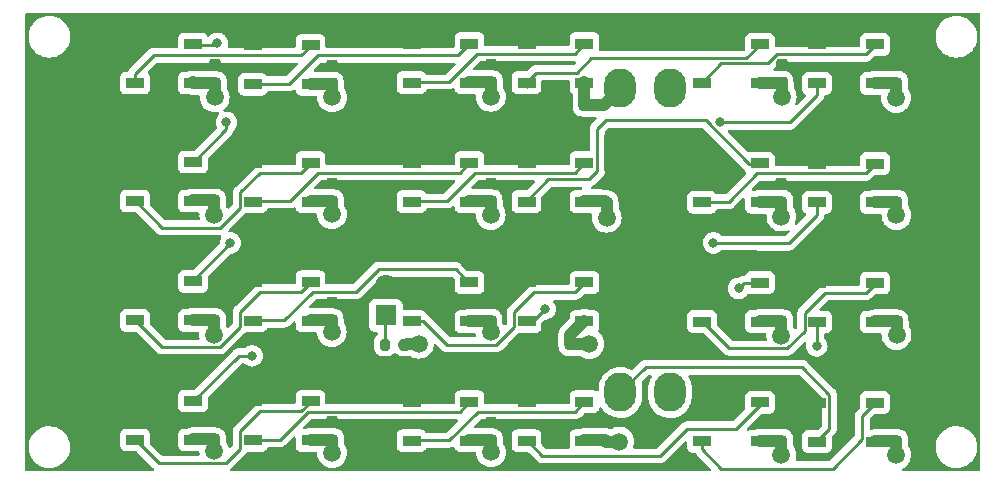
<source format=gbr>
%TF.GenerationSoftware,KiCad,Pcbnew,(6.0.9)*%
%TF.CreationDate,2023-01-06T08:48:34-09:00*%
%TF.ProjectId,CAUTION LIGHTS PANEL,43415554-494f-44e2-904c-494748545320,rev?*%
%TF.SameCoordinates,Original*%
%TF.FileFunction,Copper,L1,Top*%
%TF.FilePolarity,Positive*%
%FSLAX46Y46*%
G04 Gerber Fmt 4.6, Leading zero omitted, Abs format (unit mm)*
G04 Created by KiCad (PCBNEW (6.0.9)) date 2023-01-06 08:48:34*
%MOMM*%
%LPD*%
G01*
G04 APERTURE LIST*
G04 Aperture macros list*
%AMRoundRect*
0 Rectangle with rounded corners*
0 $1 Rounding radius*
0 $2 $3 $4 $5 $6 $7 $8 $9 X,Y pos of 4 corners*
0 Add a 4 corners polygon primitive as box body*
4,1,4,$2,$3,$4,$5,$6,$7,$8,$9,$2,$3,0*
0 Add four circle primitives for the rounded corners*
1,1,$1+$1,$2,$3*
1,1,$1+$1,$4,$5*
1,1,$1+$1,$6,$7*
1,1,$1+$1,$8,$9*
0 Add four rect primitives between the rounded corners*
20,1,$1+$1,$2,$3,$4,$5,0*
20,1,$1+$1,$4,$5,$6,$7,0*
20,1,$1+$1,$6,$7,$8,$9,0*
20,1,$1+$1,$8,$9,$2,$3,0*%
G04 Aperture macros list end*
%TA.AperFunction,SMDPad,CuDef*%
%ADD10R,1.500000X0.900000*%
%TD*%
%TA.AperFunction,SMDPad,CuDef*%
%ADD11RoundRect,0.225000X-0.250000X0.225000X-0.250000X-0.225000X0.250000X-0.225000X0.250000X0.225000X0*%
%TD*%
%TA.AperFunction,SMDPad,CuDef*%
%ADD12RoundRect,0.225000X-0.225000X-0.250000X0.225000X-0.250000X0.225000X0.250000X-0.225000X0.250000X0*%
%TD*%
%TA.AperFunction,SMDPad,CuDef*%
%ADD13RoundRect,0.200000X-0.200000X-0.275000X0.200000X-0.275000X0.200000X0.275000X-0.200000X0.275000X0*%
%TD*%
%TA.AperFunction,ComponentPad*%
%ADD14RoundRect,0.250001X-1.099999X-1.399999X1.099999X-1.399999X1.099999X1.399999X-1.099999X1.399999X0*%
%TD*%
%TA.AperFunction,ComponentPad*%
%ADD15O,2.700000X3.300000*%
%TD*%
%TA.AperFunction,ComponentPad*%
%ADD16RoundRect,0.250001X1.099999X1.399999X-1.099999X1.399999X-1.099999X-1.399999X1.099999X-1.399999X0*%
%TD*%
%TA.AperFunction,ComponentPad*%
%ADD17R,1.800000X1.800000*%
%TD*%
%TA.AperFunction,ComponentPad*%
%ADD18C,1.800000*%
%TD*%
%TA.AperFunction,ViaPad*%
%ADD19C,1.500000*%
%TD*%
%TA.AperFunction,ViaPad*%
%ADD20C,0.800000*%
%TD*%
%TA.AperFunction,Conductor*%
%ADD21C,1.000000*%
%TD*%
%TA.AperFunction,Conductor*%
%ADD22C,0.228600*%
%TD*%
G04 APERTURE END LIST*
D10*
%TO.P,D1,1,VDD*%
%TO.N,/LED+5V*%
X9834200Y36711200D03*
%TO.P,D1,2,DOUT*%
%TO.N,Net-(D1-Pad2)*%
X9834200Y33411200D03*
%TO.P,D1,3,VSS*%
%TO.N,/LEDGND*%
X14734200Y33411200D03*
%TO.P,D1,4,DIN*%
%TO.N,/DATAIN*%
X14734200Y36711200D03*
%TD*%
%TO.P,D2,1,VDD*%
%TO.N,/LED+5V*%
X19806200Y36611200D03*
%TO.P,D2,2,DOUT*%
%TO.N,Net-(D2-Pad2)*%
X19806200Y33311200D03*
%TO.P,D2,3,VSS*%
%TO.N,/LEDGND*%
X24706200Y33311200D03*
%TO.P,D2,4,DIN*%
%TO.N,Net-(D1-Pad2)*%
X24706200Y36611200D03*
%TD*%
%TO.P,D3,1,VDD*%
%TO.N,/LED+5V*%
X33255200Y36752800D03*
%TO.P,D3,2,DOUT*%
%TO.N,Net-(D3-Pad2)*%
X33255200Y33452800D03*
%TO.P,D3,3,VSS*%
%TO.N,/LEDGND*%
X38155200Y33452800D03*
%TO.P,D3,4,DIN*%
%TO.N,Net-(D2-Pad2)*%
X38155200Y36752800D03*
%TD*%
%TO.P,D4,1,VDD*%
%TO.N,/LED+5V*%
X42997200Y36752800D03*
%TO.P,D4,2,DOUT*%
%TO.N,Net-(D4-Pad2)*%
X42997200Y33452800D03*
%TO.P,D4,3,VSS*%
%TO.N,/LEDGND*%
X47897200Y33452800D03*
%TO.P,D4,4,DIN*%
%TO.N,Net-(D3-Pad2)*%
X47897200Y36752800D03*
%TD*%
%TO.P,D5,1,VDD*%
%TO.N,/LED+5V*%
X57841200Y36702800D03*
%TO.P,D5,2,DOUT*%
%TO.N,Net-(D5-Pad2)*%
X57841200Y33402800D03*
%TO.P,D5,3,VSS*%
%TO.N,/LEDGND*%
X62741200Y33402800D03*
%TO.P,D5,4,DIN*%
%TO.N,Net-(D4-Pad2)*%
X62741200Y36702800D03*
%TD*%
%TO.P,D6,1,VDD*%
%TO.N,/LED+5V*%
X67591200Y36682800D03*
%TO.P,D6,2,DOUT*%
%TO.N,Net-(D6-Pad2)*%
X67591200Y33382800D03*
%TO.P,D6,3,VSS*%
%TO.N,/LEDGND*%
X72491200Y33382800D03*
%TO.P,D6,4,DIN*%
%TO.N,Net-(D5-Pad2)*%
X72491200Y36682800D03*
%TD*%
%TO.P,D7,1,VDD*%
%TO.N,/LED+5V*%
X9834200Y26719200D03*
%TO.P,D7,2,DOUT*%
%TO.N,Net-(D7-Pad2)*%
X9834200Y23419200D03*
%TO.P,D7,3,VSS*%
%TO.N,/LEDGND*%
X14734200Y23419200D03*
%TO.P,D7,4,DIN*%
%TO.N,Net-(D6-Pad2)*%
X14734200Y26719200D03*
%TD*%
%TO.P,D8,1,VDD*%
%TO.N,/LED+5V*%
X19806200Y26669000D03*
%TO.P,D8,2,DOUT*%
%TO.N,Net-(D8-Pad2)*%
X19806200Y23369000D03*
%TO.P,D8,3,VSS*%
%TO.N,/LEDGND*%
X24706200Y23369000D03*
%TO.P,D8,4,DIN*%
%TO.N,Net-(D7-Pad2)*%
X24706200Y26669000D03*
%TD*%
%TO.P,D9,1,VDD*%
%TO.N,/LED+5V*%
X33255200Y26669200D03*
%TO.P,D9,2,DOUT*%
%TO.N,Net-(D10-Pad4)*%
X33255200Y23369200D03*
%TO.P,D9,3,VSS*%
%TO.N,/LEDGND*%
X38155200Y23369200D03*
%TO.P,D9,4,DIN*%
%TO.N,Net-(D8-Pad2)*%
X38155200Y26669200D03*
%TD*%
%TO.P,D10,1,VDD*%
%TO.N,/LED+5V*%
X42997200Y26669200D03*
%TO.P,D10,2,DOUT*%
%TO.N,Net-(D10-Pad2)*%
X42997200Y23369200D03*
%TO.P,D10,3,VSS*%
%TO.N,/LEDGND*%
X47897200Y23369200D03*
%TO.P,D10,4,DIN*%
%TO.N,Net-(D10-Pad4)*%
X47897200Y26669200D03*
%TD*%
%TO.P,D11,1,VDD*%
%TO.N,/LED+5V*%
X57841200Y26619000D03*
%TO.P,D11,2,DOUT*%
%TO.N,Net-(D11-Pad2)*%
X57841200Y23319000D03*
%TO.P,D11,3,VSS*%
%TO.N,/LEDGND*%
X62741200Y23319000D03*
%TO.P,D11,4,DIN*%
%TO.N,Net-(D10-Pad2)*%
X62741200Y26619000D03*
%TD*%
%TO.P,D13,1,VDD*%
%TO.N,/LED+5V*%
X9834200Y16610000D03*
%TO.P,D13,2,DOUT*%
%TO.N,Net-(D13-Pad2)*%
X9834200Y13310000D03*
%TO.P,D13,3,VSS*%
%TO.N,/LEDGND*%
X14734200Y13310000D03*
%TO.P,D13,4,DIN*%
%TO.N,/DATAOUT1*%
X14734200Y16610000D03*
%TD*%
%TO.P,D14,1,VDD*%
%TO.N,/LED+5V*%
X19806200Y16585400D03*
%TO.P,D14,2,DOUT*%
%TO.N,Net-(D14-Pad2)*%
X19806200Y13285400D03*
%TO.P,D14,3,VSS*%
%TO.N,/LEDGND*%
X24706200Y13285400D03*
%TO.P,D14,4,DIN*%
%TO.N,Net-(D13-Pad2)*%
X24706200Y16585400D03*
%TD*%
%TO.P,D15,1,VDD*%
%TO.N,/LED+5V*%
X33255200Y16534600D03*
%TO.P,D15,2,DOUT*%
%TO.N,Net-(D15-Pad2)*%
X33255200Y13234600D03*
%TO.P,D15,3,VSS*%
%TO.N,/LEDGND*%
X38155200Y13234600D03*
%TO.P,D15,4,DIN*%
%TO.N,Net-(D14-Pad2)*%
X38155200Y16534600D03*
%TD*%
%TO.P,D16,1,VDD*%
%TO.N,/LED+5V*%
X42997200Y16534400D03*
%TO.P,D16,2,DOUT*%
%TO.N,Net-(D16-Pad2)*%
X42997200Y13234400D03*
%TO.P,D16,3,VSS*%
%TO.N,/LEDGND*%
X47897200Y13234400D03*
%TO.P,D16,4,DIN*%
%TO.N,Net-(D15-Pad2)*%
X47897200Y16534400D03*
%TD*%
%TO.P,D17,1,VDD*%
%TO.N,/LED+5V*%
X57841200Y16509800D03*
%TO.P,D17,2,DOUT*%
%TO.N,Net-(D17-Pad2)*%
X57841200Y13209800D03*
%TO.P,D17,3,VSS*%
%TO.N,/LEDGND*%
X62741200Y13209800D03*
%TO.P,D17,4,DIN*%
%TO.N,Net-(D16-Pad2)*%
X62741200Y16509800D03*
%TD*%
%TO.P,D18,1,VDD*%
%TO.N,/LED+5V*%
X67591200Y16490000D03*
%TO.P,D18,2,DOUT*%
%TO.N,Net-(D18-Pad2)*%
X67591200Y13190000D03*
%TO.P,D18,3,VSS*%
%TO.N,/LEDGND*%
X72491200Y13190000D03*
%TO.P,D18,4,DIN*%
%TO.N,Net-(D17-Pad2)*%
X72491200Y16490000D03*
%TD*%
%TO.P,D19,1,VDD*%
%TO.N,/LED+5V*%
X9834200Y6501200D03*
%TO.P,D19,2,DOUT*%
%TO.N,Net-(D19-Pad2)*%
X9834200Y3201200D03*
%TO.P,D19,3,VSS*%
%TO.N,/LEDGND*%
X14734200Y3201200D03*
%TO.P,D19,4,DIN*%
%TO.N,Net-(D18-Pad2)*%
X14734200Y6501200D03*
%TD*%
%TO.P,D20,1,VDD*%
%TO.N,/LED+5V*%
X19806200Y6451200D03*
%TO.P,D20,2,DOUT*%
%TO.N,Net-(D20-Pad2)*%
X19806200Y3151200D03*
%TO.P,D20,3,VSS*%
%TO.N,/LEDGND*%
X24706200Y3151200D03*
%TO.P,D20,4,DIN*%
%TO.N,Net-(D19-Pad2)*%
X24706200Y6451200D03*
%TD*%
%TO.P,D21,1,VDD*%
%TO.N,/LED+5V*%
X33255200Y6425200D03*
%TO.P,D21,2,DOUT*%
%TO.N,Net-(D21-Pad2)*%
X33255200Y3125200D03*
%TO.P,D21,3,VSS*%
%TO.N,/LEDGND*%
X38155200Y3125200D03*
%TO.P,D21,4,DIN*%
%TO.N,Net-(D20-Pad2)*%
X38155200Y6425200D03*
%TD*%
%TO.P,D22,1,VDD*%
%TO.N,/LED+5V*%
X42997200Y6425200D03*
%TO.P,D22,2,DOUT*%
%TO.N,Net-(D22-Pad2)*%
X42997200Y3125200D03*
%TO.P,D22,3,VSS*%
%TO.N,/LEDGND*%
X47897200Y3125200D03*
%TO.P,D22,4,DIN*%
%TO.N,Net-(D21-Pad2)*%
X47897200Y6425200D03*
%TD*%
%TO.P,D23,1,VDD*%
%TO.N,/LED+5V*%
X57841200Y6375200D03*
%TO.P,D23,2,DOUT*%
%TO.N,Net-(D23-Pad2)*%
X57841200Y3075200D03*
%TO.P,D23,3,VSS*%
%TO.N,/LEDGND*%
X62741200Y3075200D03*
%TO.P,D23,4,DIN*%
%TO.N,Net-(D22-Pad2)*%
X62741200Y6375200D03*
%TD*%
%TO.P,D24,1,VDD*%
%TO.N,/LED+5V*%
X67591200Y6355200D03*
%TO.P,D24,2,DOUT*%
%TO.N,/DATAOUT*%
X67591200Y3055200D03*
%TO.P,D24,3,VSS*%
%TO.N,/LEDGND*%
X72491200Y3055200D03*
%TO.P,D24,4,DIN*%
%TO.N,Net-(D23-Pad2)*%
X72491200Y6355200D03*
%TD*%
D11*
%TO.P,C3,1*%
%TO.N,/LED+5V*%
X26516200Y34923700D03*
%TO.P,C3,2*%
%TO.N,/LEDGND*%
X26516200Y33373700D03*
%TD*%
%TO.P,C4,1*%
%TO.N,/LED+5V*%
X39976200Y35063700D03*
%TO.P,C4,2*%
%TO.N,/LEDGND*%
X39976200Y33513700D03*
%TD*%
D12*
%TO.P,C5,1*%
%TO.N,/LED+5V*%
X46333700Y31571200D03*
%TO.P,C5,2*%
%TO.N,/LEDGND*%
X47883700Y31571200D03*
%TD*%
D11*
%TO.P,C6,1*%
%TO.N,/LED+5V*%
X64586200Y35013700D03*
%TO.P,C6,2*%
%TO.N,/LEDGND*%
X64586200Y33463700D03*
%TD*%
%TO.P,C7,1*%
%TO.N,/LED+5V*%
X74286200Y35003700D03*
%TO.P,C7,2*%
%TO.N,/LEDGND*%
X74286200Y33453700D03*
%TD*%
%TO.P,C8,1*%
%TO.N,/LED+5V*%
X16546200Y25033700D03*
%TO.P,C8,2*%
%TO.N,/LEDGND*%
X16546200Y23483700D03*
%TD*%
%TO.P,C9,1*%
%TO.N,/LED+5V*%
X26516200Y24983700D03*
%TO.P,C9,2*%
%TO.N,/LEDGND*%
X26516200Y23433700D03*
%TD*%
%TO.P,C10,1*%
%TO.N,/LED+5V*%
X39956200Y24983700D03*
%TO.P,C10,2*%
%TO.N,/LEDGND*%
X39956200Y23433700D03*
%TD*%
%TO.P,C11,1*%
%TO.N,/LED+5V*%
X49776200Y24813700D03*
%TO.P,C11,2*%
%TO.N,/LEDGND*%
X49776200Y23263700D03*
%TD*%
%TO.P,C12,1*%
%TO.N,/LED+5V*%
X64576200Y24923700D03*
%TO.P,C12,2*%
%TO.N,/LEDGND*%
X64576200Y23373700D03*
%TD*%
%TO.P,C13,1*%
%TO.N,/LED+5V*%
X74306200Y24913700D03*
%TO.P,C13,2*%
%TO.N,/LEDGND*%
X74306200Y23363700D03*
%TD*%
%TO.P,C14,1*%
%TO.N,/LED+5V*%
X16536200Y14923700D03*
%TO.P,C14,2*%
%TO.N,/LEDGND*%
X16536200Y13373700D03*
%TD*%
%TO.P,C15,1*%
%TO.N,/LED+5V*%
X26496200Y14893700D03*
%TO.P,C15,2*%
%TO.N,/LEDGND*%
X26496200Y13343700D03*
%TD*%
%TO.P,C16,1*%
%TO.N,/LED+5V*%
X39946200Y14853700D03*
%TO.P,C16,2*%
%TO.N,/LEDGND*%
X39946200Y13303700D03*
%TD*%
D12*
%TO.P,C17,1*%
%TO.N,/LED+5V*%
X45123700Y11311200D03*
%TO.P,C17,2*%
%TO.N,/LEDGND*%
X46673700Y11311200D03*
%TD*%
D11*
%TO.P,C18,1*%
%TO.N,/LED+5V*%
X64556200Y14823700D03*
%TO.P,C18,2*%
%TO.N,/LEDGND*%
X64556200Y13273700D03*
%TD*%
%TO.P,C19,1*%
%TO.N,/LED+5V*%
X74326200Y14803700D03*
%TO.P,C19,2*%
%TO.N,/LEDGND*%
X74326200Y13253700D03*
%TD*%
%TO.P,C20,1*%
%TO.N,/LED+5V*%
X16546200Y4813700D03*
%TO.P,C20,2*%
%TO.N,/LEDGND*%
X16546200Y3263700D03*
%TD*%
%TO.P,C22,1*%
%TO.N,/LED+5V*%
X39986200Y4733700D03*
%TO.P,C22,2*%
%TO.N,/LEDGND*%
X39986200Y3183700D03*
%TD*%
%TO.P,C23,1*%
%TO.N,/LED+5V*%
X49746200Y4623700D03*
%TO.P,C23,2*%
%TO.N,/LEDGND*%
X49746200Y3073700D03*
%TD*%
%TO.P,C24,1*%
%TO.N,/LED+5V*%
X64576200Y4683700D03*
%TO.P,C24,2*%
%TO.N,/LEDGND*%
X64576200Y3133700D03*
%TD*%
%TO.P,C25,1*%
%TO.N,/LED+5V*%
X74296200Y4673700D03*
%TO.P,C25,2*%
%TO.N,/LEDGND*%
X74296200Y3123700D03*
%TD*%
D13*
%TO.P,R1,1*%
%TO.N,Net-(D25-Pad1)*%
X31003700Y11271200D03*
%TO.P,R1,2*%
%TO.N,/LEDGND*%
X32653700Y11271200D03*
%TD*%
D11*
%TO.P,C2,1*%
%TO.N,/LED+5V*%
X16606200Y34983700D03*
%TO.P,C2,2*%
%TO.N,/LEDGND*%
X16606200Y33433700D03*
%TD*%
%TO.P,C21,1*%
%TO.N,/LED+5V*%
X26536200Y4763700D03*
%TO.P,C21,2*%
%TO.N,/LEDGND*%
X26536200Y3213700D03*
%TD*%
D10*
%TO.P,D12,1,VDD*%
%TO.N,/LED+5V*%
X67591200Y26599000D03*
%TO.P,D12,2,DOUT*%
%TO.N,/DATAOUT1*%
X67591200Y23299000D03*
%TO.P,D12,3,VSS*%
%TO.N,/LEDGND*%
X72491200Y23299000D03*
%TO.P,D12,4,DIN*%
%TO.N,Net-(D11-Pad2)*%
X72491200Y26599000D03*
%TD*%
D14*
%TO.P,J1,1,Pin_1*%
%TO.N,/LED+5V*%
X50936200Y27451200D03*
D15*
%TO.P,J1,2,Pin_2*%
X55136200Y27451200D03*
%TO.P,J1,3,Pin_3*%
%TO.N,/LEDGND*%
X50936200Y32951200D03*
%TO.P,J1,4,Pin_4*%
%TO.N,/DATAIN*%
X55136200Y32951200D03*
%TD*%
D16*
%TO.P,J2,1,Pin_1*%
%TO.N,/LED+5V*%
X55146200Y12721200D03*
D15*
%TO.P,J2,2,Pin_2*%
X50946200Y12721200D03*
%TO.P,J2,3,Pin_3*%
%TO.N,/LEDGND*%
X55146200Y7221200D03*
%TO.P,J2,4,Pin_4*%
%TO.N,/DATAOUT*%
X50946200Y7221200D03*
%TD*%
D17*
%TO.P,D25,1,K*%
%TO.N,Net-(D25-Pad1)*%
X31086200Y13731200D03*
D18*
%TO.P,D25,2,A*%
%TO.N,/LED+5V*%
X31086200Y16271200D03*
%TD*%
D19*
%TO.N,/LEDGND*%
X16546200Y2281200D03*
X39956200Y22241200D03*
X33876200Y11341200D03*
X64576200Y1921200D03*
X39986200Y2151200D03*
X39946200Y12301200D03*
X26536200Y2101200D03*
X74316200Y12091200D03*
X49776200Y22011200D03*
X74306200Y22241200D03*
X26516200Y22321200D03*
X64556200Y12001200D03*
X74306200Y1931200D03*
X64576200Y22111200D03*
X16596200Y32201200D03*
X16556200Y22201200D03*
X16536200Y12101200D03*
X48296200Y11321200D03*
X64586200Y32271200D03*
X50856200Y3061200D03*
X39976200Y32251200D03*
X26536200Y32221200D03*
X26496200Y12341200D03*
X74286200Y32161200D03*
D20*
%TO.N,Net-(D6-Pad2)*%
X59366200Y30081200D03*
X17576200Y30081200D03*
%TO.N,Net-(D16-Pad2)*%
X44556200Y14291200D03*
X60946200Y16031200D03*
%TO.N,Net-(D18-Pad2)*%
X67566200Y11151200D03*
X19746200Y10321200D03*
%TO.N,/DATAIN*%
X16806200Y36771200D03*
%TO.N,/DATAOUT1*%
X17916200Y19871200D03*
X58816200Y19881200D03*
%TD*%
D21*
%TO.N,/LEDGND*%
X16596200Y32201200D02*
X16606200Y32211200D01*
X26536200Y32221200D02*
X26516200Y32241200D01*
X39976200Y32251200D02*
X39976200Y32271200D01*
X64586200Y32271200D02*
X64586200Y32271200D01*
X74286200Y32161200D02*
X74286200Y32161200D01*
X16556200Y22201200D02*
X16546200Y22211200D01*
X26516200Y22321200D02*
X26516200Y22331200D01*
X39956200Y22241200D02*
X39956200Y22241200D01*
X49776200Y22011200D02*
X49776200Y22011200D01*
X64576200Y22111200D02*
X64576200Y22111200D01*
X74306200Y22241200D02*
X74306200Y22241200D01*
X16536200Y12101200D02*
X16536200Y12101200D01*
X26496200Y12341200D02*
X26496200Y12341200D01*
X39946200Y12301200D02*
X39946200Y12301200D01*
X64556200Y12001200D02*
X64556200Y12001200D01*
X74316200Y12091200D02*
X74326200Y12101200D01*
X16546200Y2281200D02*
X16546200Y2281200D01*
X39986200Y2151200D02*
X39986200Y2151200D01*
X26536200Y2101200D02*
X26536200Y2111200D01*
X50856200Y3061200D02*
X50856200Y3061200D01*
X64576200Y1921200D02*
X64576200Y1921200D01*
X74306200Y1931200D02*
X74296200Y1941200D01*
X33876200Y11341200D02*
X33876200Y11341200D01*
X48296200Y11321200D02*
X48286200Y11311200D01*
X72491200Y33432800D02*
X74277800Y33432800D01*
X74277800Y33432800D02*
X74286200Y33441200D01*
X16606200Y33421200D02*
X14774200Y33421200D01*
X16536200Y13361200D02*
X16536200Y12101200D01*
X46686200Y12073400D02*
X47897200Y13284400D01*
X16546200Y3251200D02*
X16546200Y2281200D01*
X74306200Y23351200D02*
X74306200Y22241200D01*
X16606200Y33421200D02*
X16596200Y32201200D01*
X62741200Y13259800D02*
X64554800Y13259800D01*
X64586200Y33451200D02*
X64586200Y32271200D01*
X46686200Y11311200D02*
X46686200Y12073400D01*
X74286200Y33441200D02*
X74286200Y32161200D01*
X24706200Y23419000D02*
X26514000Y23419000D01*
X24710400Y13331200D02*
X24706200Y13335400D01*
X39946200Y13291200D02*
X39946200Y12301200D01*
X39974600Y33502800D02*
X39976200Y33501200D01*
X62741200Y33452800D02*
X64584600Y33452800D01*
X32836200Y11341200D02*
X33876200Y11341200D01*
X26514000Y23419000D02*
X26516200Y23421200D01*
X16546200Y23471200D02*
X16556200Y22201200D01*
X26496200Y13331200D02*
X24710400Y13331200D01*
X38155200Y3175200D02*
X39982200Y3175200D01*
X38155200Y13284600D02*
X39939600Y13284600D01*
X38155200Y33502800D02*
X39974600Y33502800D01*
X49746200Y3061200D02*
X50856200Y3061200D01*
X26536200Y3201200D02*
X24706200Y3201200D01*
X64576200Y3121200D02*
X64576200Y1921200D01*
X49776200Y23251200D02*
X49776200Y22011200D01*
X39956200Y23421200D02*
X39956200Y22241200D01*
X49608200Y23419200D02*
X49776200Y23251200D01*
X62749000Y23361200D02*
X62741200Y23369000D01*
X74290200Y3105200D02*
X74296200Y3111200D01*
X14734200Y23469200D02*
X16544200Y23469200D01*
X72491200Y23349000D02*
X74304000Y23349000D01*
X74296200Y3111200D02*
X74306200Y1931200D01*
X46686200Y11311200D02*
X48296200Y11321200D01*
X14774200Y33421200D02*
X14734200Y33461200D01*
X16544200Y23469200D02*
X16546200Y23471200D01*
X72491200Y3105200D02*
X74290200Y3105200D01*
X14734200Y3251200D02*
X16546200Y3251200D01*
X32766200Y11271200D02*
X32836200Y11341200D01*
X74304000Y23349000D02*
X74306200Y23351200D01*
X26496200Y13331200D02*
X26496200Y12341200D01*
X64576200Y23361200D02*
X62749000Y23361200D01*
X39982200Y3175200D02*
X39986200Y3171200D01*
X64576200Y23361200D02*
X64576200Y22111200D01*
X26536200Y3201200D02*
X26536200Y2101200D01*
X38157200Y23421200D02*
X38155200Y23419200D01*
X16536200Y13361200D02*
X14735400Y13361200D01*
X14735400Y13361200D02*
X14734200Y13360000D01*
X47896200Y31571200D02*
X47896200Y33501800D01*
X32616200Y11271200D02*
X32766200Y11271200D01*
X47897200Y3175200D02*
X49632200Y3175200D01*
X47897200Y23419200D02*
X49608200Y23419200D01*
X39976200Y33501200D02*
X39976200Y32251200D01*
X39986200Y3171200D02*
X39986200Y2151200D01*
X49632200Y3175200D02*
X49746200Y3061200D01*
X24706200Y33361200D02*
X26516200Y33361200D01*
X72491200Y13240000D02*
X74325000Y13240000D01*
X62745200Y3121200D02*
X62741200Y3125200D01*
X74325000Y13240000D02*
X74326200Y13241200D01*
X64554800Y13259800D02*
X64556200Y13261200D01*
X47896200Y33501800D02*
X47897200Y33502800D01*
X26516200Y23421200D02*
X26516200Y22321200D01*
X39956200Y23421200D02*
X38157200Y23421200D01*
X49556200Y31571200D02*
X50936200Y32951200D01*
X39939600Y13284600D02*
X39946200Y13291200D01*
X64576200Y3121200D02*
X62745200Y3121200D01*
X74326200Y13241200D02*
X74316200Y12091200D01*
X64556200Y13261200D02*
X64556200Y12001200D01*
X26516200Y33361200D02*
X26536200Y32221200D01*
X47896200Y31571200D02*
X49556200Y31571200D01*
X64584600Y33452800D02*
X64586200Y33451200D01*
D22*
%TO.N,Net-(D1-Pad2)*%
X9834200Y34189800D02*
X11413499Y35769099D01*
X11413499Y35769099D02*
X23914099Y35769099D01*
X23914099Y35769099D02*
X24706200Y36561200D01*
X9834200Y33461200D02*
X9834200Y34189800D01*
%TO.N,Net-(D2-Pad2)*%
X37221499Y35769099D02*
X38155200Y36702800D01*
X25294099Y35769099D02*
X37221499Y35769099D01*
X22886200Y33361200D02*
X25294099Y35769099D01*
X19806200Y33361200D02*
X22886200Y33361200D01*
%TO.N,Net-(D3-Pad2)*%
X33255200Y33502800D02*
X36397800Y33502800D01*
X38805699Y35910699D02*
X47105099Y35910699D01*
X36397800Y33502800D02*
X38805699Y35910699D01*
X47105099Y35910699D02*
X47897200Y36702800D01*
%TO.N,Net-(D4-Pad2)*%
X61592689Y35504289D02*
X62741200Y36652800D01*
X42997200Y33502800D02*
X43789301Y34294901D01*
X43789301Y34294901D02*
X47265083Y34294901D01*
X42997200Y33502800D02*
X42997200Y33100200D01*
X48474471Y35504289D02*
X61592689Y35504289D01*
X47265083Y34294901D02*
X48474471Y35504289D01*
%TO.N,Net-(D5-Pad2)*%
X59486280Y35097880D02*
X63460412Y35097880D01*
X71699099Y35840699D02*
X72491200Y36632800D01*
X64203231Y35840699D02*
X71699099Y35840699D01*
X63460412Y35097880D02*
X64203231Y35840699D01*
X57841200Y33452800D02*
X59486280Y35097880D01*
%TO.N,Net-(D6-Pad2)*%
X59366200Y30081200D02*
X59366200Y30081200D01*
X17576200Y30081200D02*
X17576200Y29511200D01*
X17576200Y29511200D02*
X14734200Y26669200D01*
X67591200Y33432800D02*
X67591200Y32376200D01*
X67591200Y32376200D02*
X65296200Y30081200D01*
X65296200Y30081200D02*
X59366200Y30081200D01*
%TO.N,Net-(D7-Pad2)*%
X23914099Y25826899D02*
X24706200Y26619000D01*
X12144301Y21159099D02*
X17056409Y21159099D01*
X17056409Y21159099D02*
X18764099Y22866789D01*
X20438317Y25826899D02*
X23914099Y25826899D01*
X9834200Y23469200D02*
X12144301Y21159099D01*
X18764099Y22866789D02*
X18764099Y24152681D01*
X18764099Y24152681D02*
X20438317Y25826899D01*
%TO.N,Net-(D8-Pad2)*%
X25361899Y25826899D02*
X37362899Y25826899D01*
X19806200Y23419000D02*
X22954000Y23419000D01*
X22954000Y23419000D02*
X25361899Y25826899D01*
X37362899Y25826899D02*
X38155200Y26619200D01*
%TO.N,Net-(D10-Pad4)*%
X38662099Y25827099D02*
X47105099Y25827099D01*
X47105099Y25827099D02*
X47897200Y26619200D01*
X36254200Y23419200D02*
X38662099Y25827099D01*
X33255200Y23419200D02*
X36254200Y23419200D01*
%TO.N,Net-(D10-Pad2)*%
X48999301Y25945519D02*
X48310340Y25256558D01*
X48999301Y29554301D02*
X48999301Y25945519D01*
X62741200Y26569000D02*
X61854090Y26569000D01*
X49686200Y30241200D02*
X48999301Y29554301D01*
X61854090Y26569000D02*
X58181890Y30241200D01*
X58181890Y30241200D02*
X49686200Y30241200D01*
X48310340Y25256558D02*
X44834558Y25256558D01*
X44834558Y25256558D02*
X42997200Y23419200D01*
%TO.N,Net-(D11-Pad2)*%
X57841200Y23369000D02*
X60115950Y23369000D01*
X62503849Y25756899D02*
X71699099Y25756899D01*
X71699099Y25756899D02*
X72491200Y26549000D01*
X60115950Y23369000D02*
X62503849Y25756899D01*
%TO.N,Net-(D13-Pad2)*%
X12135101Y11059099D02*
X17036409Y11059099D01*
X23914099Y15743299D02*
X24706200Y16535400D01*
X9834200Y13360000D02*
X12135101Y11059099D01*
X18764099Y14069081D02*
X20438317Y15743299D01*
X20438317Y15743299D02*
X23914099Y15743299D01*
X18764099Y12786789D02*
X18764099Y14069081D01*
X17036409Y11059099D02*
X18764099Y12786789D01*
%TO.N,Net-(D14-Pad2)*%
X28553989Y15743299D02*
X30463991Y17653301D01*
X30463991Y17653301D02*
X36986499Y17653301D01*
X22470400Y13335400D02*
X24878299Y15743299D01*
X24878299Y15743299D02*
X28553989Y15743299D01*
X19806200Y13335400D02*
X22470400Y13335400D01*
X36986499Y17653301D02*
X38155200Y16484600D01*
%TO.N,Net-(D15-Pad2)*%
X33255200Y13284600D02*
X34233800Y13284600D01*
X40446409Y11259099D02*
X41955099Y12767789D01*
X43629317Y15692299D02*
X47105099Y15692299D01*
X36259301Y11259099D02*
X40446409Y11259099D01*
X41955099Y14018081D02*
X43629317Y15692299D01*
X41955099Y12767789D02*
X41955099Y14018081D01*
X47105099Y15692299D02*
X47897200Y16484400D01*
X34233800Y13284600D02*
X36259301Y11259099D01*
%TO.N,Net-(D16-Pad2)*%
X60946200Y16031200D02*
X60946200Y16031200D01*
X61374800Y16459800D02*
X60946200Y16031200D01*
X62741200Y16459800D02*
X61374800Y16459800D01*
X42997200Y13284400D02*
X43549400Y13284400D01*
X43549400Y13284400D02*
X44556200Y14291200D01*
%TO.N,Net-(D17-Pad2)*%
X66549099Y13973681D02*
X68223317Y15647899D01*
X71699099Y15647899D02*
X72491200Y16440000D01*
X68223317Y15647899D02*
X71699099Y15647899D01*
X57841200Y13259800D02*
X60141901Y10959099D01*
X60141901Y10959099D02*
X65056409Y10959099D01*
X66549099Y12451789D02*
X66549099Y13973681D01*
X65056409Y10959099D02*
X66549099Y12451789D01*
%TO.N,Net-(D18-Pad2)*%
X67566200Y11151200D02*
X67566200Y11151200D01*
X67591200Y13240000D02*
X67591200Y12511400D01*
X19746200Y10321200D02*
X18604200Y10321200D01*
X18604200Y10321200D02*
X14734200Y6451200D01*
X67566200Y12486400D02*
X67566200Y11151200D01*
X67591200Y12511400D02*
X67566200Y12486400D01*
%TO.N,Net-(D19-Pad2)*%
X18764099Y2467519D02*
X18764099Y3934881D01*
X9834200Y3251200D02*
X11846301Y1239099D01*
X18764099Y3934881D02*
X20438317Y5609099D01*
X11846301Y1239099D02*
X17535679Y1239099D01*
X23914099Y5609099D02*
X24706200Y6401200D01*
X17535679Y1239099D02*
X18764099Y2467519D01*
X20438317Y5609099D02*
X23914099Y5609099D01*
%TO.N,Net-(D20-Pad2)*%
X37363099Y5583099D02*
X38155200Y6375200D01*
X22080950Y3201200D02*
X24462849Y5583099D01*
X24462849Y5583099D02*
X37363099Y5583099D01*
X19806200Y3201200D02*
X22080950Y3201200D01*
%TO.N,Net-(D21-Pad2)*%
X36450200Y3175200D02*
X38858099Y5583099D01*
X47105099Y5583099D02*
X47897200Y6375200D01*
X38858099Y5583099D02*
X47105099Y5583099D01*
X33255200Y3175200D02*
X36450200Y3175200D01*
%TO.N,Net-(D22-Pad2)*%
X62741200Y6156200D02*
X62741200Y6325200D01*
X42997200Y3175200D02*
X44331200Y1841200D01*
X44331200Y1841200D02*
X54286200Y1841200D01*
X56591200Y4146200D02*
X60731200Y4146200D01*
X60731200Y4146200D02*
X62741200Y6156200D01*
X54286200Y1841200D02*
X56591200Y4146200D01*
%TO.N,Net-(D23-Pad2)*%
X57841200Y3125200D02*
X57841200Y2396600D01*
X57841200Y2396600D02*
X59476600Y761200D01*
X59476600Y761200D02*
X68896200Y761200D01*
X71416700Y5230700D02*
X72491200Y6305200D01*
X71416700Y3281700D02*
X71416700Y5230700D01*
X68896200Y761200D02*
X71416700Y3281700D01*
%TO.N,/DATAIN*%
X16696200Y36661200D02*
X16806200Y36771200D01*
X14734200Y36661200D02*
X16696200Y36661200D01*
%TO.N,/DATAOUT*%
X67591200Y3105200D02*
X68633301Y4147301D01*
X68633301Y4147301D02*
X68633301Y7038881D01*
X53066200Y9341200D02*
X50946200Y7221200D01*
X66330982Y9341200D02*
X53066200Y9341200D01*
X68633301Y7038881D02*
X66330982Y9341200D01*
%TO.N,/DATAOUT1*%
X58816200Y19881200D02*
X58846200Y19851200D01*
X17916200Y19871200D02*
X14734200Y16689200D01*
X67591200Y22236200D02*
X65206200Y19851200D01*
X65206200Y19851200D02*
X58816200Y19881200D01*
X67591200Y23349000D02*
X67591200Y22236200D01*
X14734200Y16689200D02*
X14734200Y16560000D01*
%TO.N,Net-(D25-Pad1)*%
X31036200Y11276200D02*
X31041200Y11271200D01*
X31036200Y13921200D02*
X31036200Y11276200D01*
%TD*%
%TA.AperFunction,Conductor*%
%TO.N,/LED+5V*%
G36*
X81354421Y39334098D02*
G01*
X81400914Y39280442D01*
X81412300Y39228100D01*
X81412300Y681100D01*
X81392298Y612979D01*
X81338642Y566486D01*
X81286300Y555100D01*
X74901358Y555100D01*
X74833237Y575102D01*
X74786744Y628758D01*
X74776640Y699032D01*
X74806134Y763612D01*
X74848108Y795295D01*
X74932867Y834818D01*
X74932872Y834821D01*
X74937854Y837144D01*
X75118238Y963451D01*
X75273949Y1119162D01*
X75279389Y1126930D01*
X75397099Y1295038D01*
X75397100Y1295040D01*
X75400256Y1299547D01*
X75402579Y1304529D01*
X75402582Y1304534D01*
X75466243Y1441057D01*
X75493320Y1499124D01*
X75550315Y1711829D01*
X75569507Y1931200D01*
X75550315Y2150571D01*
X75493320Y2363276D01*
X75437238Y2483545D01*
X77631058Y2483545D01*
X77666304Y2224562D01*
X77667612Y2220076D01*
X77667612Y2220074D01*
X77680871Y2174585D01*
X77739443Y1973633D01*
X77741403Y1969380D01*
X77741404Y1969379D01*
X77745857Y1959719D01*
X77848868Y1736272D01*
X77851431Y1732363D01*
X77989610Y1521604D01*
X77989614Y1521599D01*
X77992176Y1517691D01*
X78166218Y1322694D01*
X78367170Y1155563D01*
X78371173Y1153134D01*
X78586622Y1022396D01*
X78586626Y1022394D01*
X78590619Y1019971D01*
X78831655Y918897D01*
X79084983Y854559D01*
X79089634Y854091D01*
X79089638Y854090D01*
X79257933Y837144D01*
X79302067Y832700D01*
X79457554Y832700D01*
X79459879Y832873D01*
X79459885Y832873D01*
X79647200Y846793D01*
X79647204Y846794D01*
X79651852Y847139D01*
X79656400Y848168D01*
X79656406Y848169D01*
X79842801Y890347D01*
X79906777Y904823D01*
X79916253Y908508D01*
X80146024Y997860D01*
X80146027Y997861D01*
X80150377Y999553D01*
X80163659Y1007144D01*
X80359649Y1119162D01*
X80377298Y1129249D01*
X80582557Y1291062D01*
X80761643Y1481437D01*
X80910624Y1696191D01*
X80912692Y1700384D01*
X81024160Y1926419D01*
X81024161Y1926422D01*
X81026225Y1930607D01*
X81028168Y1936675D01*
X81104480Y2175077D01*
X81105907Y2179535D01*
X81147921Y2437507D01*
X81149490Y2557392D01*
X81151281Y2694178D01*
X81151281Y2694181D01*
X81151342Y2698855D01*
X81116096Y2957838D01*
X81101673Y3007323D01*
X81070639Y3113794D01*
X81042957Y3208767D01*
X81035918Y3224037D01*
X81007407Y3285881D01*
X80933532Y3446128D01*
X80898396Y3499719D01*
X80792790Y3660796D01*
X80792786Y3660801D01*
X80790224Y3664709D01*
X80616182Y3859706D01*
X80415230Y4026837D01*
X80376632Y4050259D01*
X80195778Y4160004D01*
X80195774Y4160006D01*
X80191781Y4162429D01*
X79950745Y4263503D01*
X79697417Y4327841D01*
X79692766Y4328309D01*
X79692762Y4328310D01*
X79483471Y4349384D01*
X79480333Y4349700D01*
X79324846Y4349700D01*
X79322521Y4349527D01*
X79322515Y4349527D01*
X79135200Y4335607D01*
X79135196Y4335606D01*
X79130548Y4335261D01*
X79126000Y4334232D01*
X79125994Y4334231D01*
X78961106Y4296920D01*
X78875623Y4277577D01*
X78871271Y4275885D01*
X78871269Y4275884D01*
X78636376Y4184540D01*
X78636373Y4184539D01*
X78632023Y4182847D01*
X78627969Y4180530D01*
X78627967Y4180529D01*
X78553473Y4137952D01*
X78405102Y4053151D01*
X78199843Y3891338D01*
X78020757Y3700963D01*
X77918901Y3554139D01*
X77876679Y3493276D01*
X77871776Y3486209D01*
X77869710Y3482019D01*
X77869708Y3482016D01*
X77767666Y3275094D01*
X77756175Y3251793D01*
X77754753Y3247350D01*
X77754752Y3247348D01*
X77688967Y3041833D01*
X77676493Y3002865D01*
X77634479Y2744893D01*
X77633906Y2701144D01*
X77632226Y2572740D01*
X77631058Y2483545D01*
X75437238Y2483545D01*
X75430820Y2497309D01*
X75402579Y2557872D01*
X75402577Y2557875D01*
X75400256Y2562853D01*
X75330720Y2662161D01*
X75307938Y2733363D01*
X75307852Y2743590D01*
X75306308Y2925663D01*
X75305195Y3057051D01*
X75305835Y3070853D01*
X75308952Y3101533D01*
X75308952Y3101539D01*
X75309574Y3107662D01*
X75304801Y3158158D01*
X75304532Y3163373D01*
X75304444Y3163368D01*
X75304268Y3166427D01*
X75304242Y3169514D01*
X75299784Y3211332D01*
X75299633Y3212830D01*
X75291541Y3298429D01*
X75291541Y3298431D01*
X75290961Y3304562D01*
X75289221Y3310398D01*
X75288576Y3316450D01*
X75285391Y3326685D01*
X75279700Y3364124D01*
X75279700Y3397432D01*
X75279115Y3403076D01*
X75273813Y3454166D01*
X75269087Y3499719D01*
X75255284Y3541091D01*
X75217273Y3655024D01*
X75217272Y3655026D01*
X75214956Y3661968D01*
X75195806Y3692915D01*
X75128806Y3801185D01*
X75124952Y3807413D01*
X75104580Y3827750D01*
X75009082Y3923081D01*
X75003902Y3928252D01*
X74981448Y3942093D01*
X74864531Y4014162D01*
X74864529Y4014163D01*
X74858301Y4018002D01*
X74695957Y4071849D01*
X74689120Y4072549D01*
X74689118Y4072550D01*
X74637895Y4077798D01*
X74594932Y4082200D01*
X74589611Y4082200D01*
X74588557Y4082361D01*
X74588504Y4082364D01*
X74588504Y4082369D01*
X74551932Y4087966D01*
X74509313Y4101322D01*
X74503432Y4103165D01*
X74497376Y4103823D01*
X74491548Y4105573D01*
X74485426Y4106164D01*
X74485421Y4106165D01*
X74420474Y4112435D01*
X74399808Y4114430D01*
X74398391Y4114576D01*
X74350732Y4119753D01*
X74312936Y4123859D01*
X74312932Y4123859D01*
X74306811Y4124524D01*
X74300749Y4123994D01*
X74294687Y4124579D01*
X74268008Y4121923D01*
X74203065Y4115457D01*
X74201567Y4115316D01*
X74188562Y4114179D01*
X74177586Y4113700D01*
X72441431Y4113700D01*
X72438375Y4113400D01*
X72438368Y4113400D01*
X72384094Y4108078D01*
X72294367Y4099280D01*
X72288466Y4097498D01*
X72288464Y4097498D01*
X72201918Y4071368D01*
X72130923Y4070827D01*
X72070907Y4108755D01*
X72040923Y4173109D01*
X72039500Y4191990D01*
X72039500Y4920538D01*
X72059502Y4988659D01*
X72076405Y5009633D01*
X72426567Y5359795D01*
X72488879Y5393821D01*
X72515662Y5396700D01*
X73289334Y5396700D01*
X73351516Y5403455D01*
X73487905Y5454585D01*
X73604461Y5541939D01*
X73691815Y5658495D01*
X73742945Y5794884D01*
X73749700Y5857066D01*
X73749700Y6853334D01*
X73742945Y6915516D01*
X73691815Y7051905D01*
X73604461Y7168461D01*
X73487905Y7255815D01*
X73351516Y7306945D01*
X73289334Y7313700D01*
X71693066Y7313700D01*
X71630884Y7306945D01*
X71494495Y7255815D01*
X71377939Y7168461D01*
X71290585Y7051905D01*
X71239455Y6915516D01*
X71232700Y6853334D01*
X71232700Y5979663D01*
X71212698Y5911542D01*
X71195795Y5890568D01*
X71031014Y5725787D01*
X71022947Y5718445D01*
X71016557Y5714390D01*
X70987298Y5683232D01*
X70970765Y5665626D01*
X70968010Y5662783D01*
X70948607Y5643380D01*
X70946176Y5640246D01*
X70946013Y5640061D01*
X70938522Y5631290D01*
X70908840Y5599682D01*
X70905023Y5592739D01*
X70899330Y5582383D01*
X70888477Y5565861D01*
X70876369Y5550251D01*
X70859137Y5510432D01*
X70853930Y5499802D01*
X70833033Y5461790D01*
X70831062Y5454112D01*
X70831059Y5454105D01*
X70828122Y5442666D01*
X70821718Y5423961D01*
X70813875Y5405837D01*
X70812635Y5398008D01*
X70807091Y5363004D01*
X70804684Y5351381D01*
X70793900Y5309378D01*
X70793900Y5289632D01*
X70792349Y5269922D01*
X70789260Y5250418D01*
X70790006Y5242526D01*
X70793341Y5207244D01*
X70793900Y5195387D01*
X70793900Y3591863D01*
X70773898Y3523742D01*
X70756995Y3502768D01*
X68675132Y1420905D01*
X68612820Y1386879D01*
X68586037Y1384000D01*
X65899359Y1384000D01*
X65831238Y1404002D01*
X65784745Y1457658D01*
X65774641Y1527932D01*
X65777653Y1542612D01*
X65818890Y1696508D01*
X65818891Y1696517D01*
X65820315Y1701829D01*
X65839507Y1921200D01*
X65820315Y2140571D01*
X65763320Y2353276D01*
X65696157Y2497309D01*
X65672579Y2547872D01*
X65672577Y2547875D01*
X65670256Y2552853D01*
X65618292Y2627066D01*
X65607487Y2642497D01*
X65584700Y2714767D01*
X65584700Y3061327D01*
X65585390Y3074497D01*
X65588911Y3107996D01*
X65588911Y3107998D01*
X65589555Y3114125D01*
X65584982Y3164373D01*
X65584700Y3168407D01*
X65584700Y3170969D01*
X65582057Y3197932D01*
X65580305Y3215796D01*
X65580223Y3216671D01*
X65572188Y3304955D01*
X65571630Y3311088D01*
X65570627Y3314497D01*
X65570280Y3318033D01*
X65565078Y3335263D01*
X65559700Y3371681D01*
X65559700Y3407432D01*
X65558888Y3415263D01*
X65554175Y3460682D01*
X65549087Y3509719D01*
X65530224Y3566259D01*
X65497273Y3665024D01*
X65497272Y3665026D01*
X65494956Y3671968D01*
X65478022Y3699334D01*
X65408806Y3811185D01*
X65404952Y3817413D01*
X65398354Y3824000D01*
X65289082Y3933081D01*
X65283902Y3938252D01*
X65277671Y3942093D01*
X65144531Y4024162D01*
X65144529Y4024163D01*
X65138301Y4028002D01*
X64975957Y4081849D01*
X64969120Y4082549D01*
X64969118Y4082550D01*
X64927799Y4086783D01*
X64874932Y4092200D01*
X64870188Y4092200D01*
X64869436Y4092316D01*
X64868504Y4092364D01*
X64868509Y4092460D01*
X64832091Y4098098D01*
X64786894Y4112435D01*
X64783363Y4112831D01*
X64779968Y4113882D01*
X64685493Y4123811D01*
X64684779Y4123889D01*
X64632973Y4129700D01*
X64630400Y4129700D01*
X64626424Y4130020D01*
X64589404Y4133911D01*
X64589402Y4133911D01*
X64583275Y4134555D01*
X64535630Y4130219D01*
X64524210Y4129700D01*
X62838482Y4129700D01*
X62825749Y4130345D01*
X62750866Y4137952D01*
X62750861Y4137952D01*
X62744738Y4138574D01*
X62634382Y4128142D01*
X62553971Y4120541D01*
X62553969Y4120541D01*
X62547838Y4119961D01*
X62472487Y4097498D01*
X62364207Y4065219D01*
X62364205Y4065218D01*
X62358304Y4063459D01*
X62352855Y4060586D01*
X62352850Y4060584D01*
X62329443Y4048243D01*
X62270679Y4033700D01*
X61943066Y4033700D01*
X61880884Y4026945D01*
X61804474Y3998300D01*
X61733667Y3993117D01*
X61671298Y4027038D01*
X61637168Y4089293D01*
X61642115Y4160117D01*
X61671149Y4205377D01*
X62845567Y5379795D01*
X62907879Y5413821D01*
X62934662Y5416700D01*
X63539334Y5416700D01*
X63601516Y5423455D01*
X63737905Y5474585D01*
X63854461Y5561939D01*
X63941815Y5678495D01*
X63992945Y5814884D01*
X63999700Y5877066D01*
X63999700Y6873334D01*
X63992945Y6935516D01*
X63941815Y7071905D01*
X63854461Y7188461D01*
X63737905Y7275815D01*
X63601516Y7326945D01*
X63539334Y7333700D01*
X61943066Y7333700D01*
X61880884Y7326945D01*
X61744495Y7275815D01*
X61627939Y7188461D01*
X61540585Y7071905D01*
X61489455Y6935516D01*
X61482700Y6873334D01*
X61482700Y5877066D01*
X61483068Y5873674D01*
X61483069Y5873664D01*
X61485841Y5848147D01*
X61473312Y5778265D01*
X61449673Y5745446D01*
X60510132Y4805905D01*
X60447820Y4771879D01*
X60421037Y4769000D01*
X56668551Y4769000D01*
X56657661Y4769513D01*
X56650276Y4771164D01*
X56642351Y4770915D01*
X56642350Y4770915D01*
X56583394Y4769062D01*
X56579436Y4769000D01*
X56552017Y4769000D01*
X56548088Y4768504D01*
X56547774Y4768484D01*
X56536347Y4767584D01*
X56492998Y4766221D01*
X56474036Y4760712D01*
X56454675Y4756703D01*
X56442952Y4755222D01*
X56442951Y4755222D01*
X56435085Y4754228D01*
X56427713Y4751309D01*
X56427712Y4751309D01*
X56394755Y4738261D01*
X56383525Y4734416D01*
X56349500Y4724531D01*
X56341890Y4722320D01*
X56324900Y4712272D01*
X56307141Y4703572D01*
X56301262Y4701244D01*
X56288779Y4696302D01*
X56282365Y4691642D01*
X56253701Y4670816D01*
X56243777Y4664297D01*
X56213270Y4646256D01*
X56213265Y4646252D01*
X56206447Y4642220D01*
X56192483Y4628256D01*
X56177450Y4615416D01*
X56161476Y4603810D01*
X56156425Y4597704D01*
X56133831Y4570393D01*
X56125841Y4561614D01*
X54065132Y2500905D01*
X54002820Y2466879D01*
X53976037Y2464000D01*
X52162657Y2464000D01*
X52094536Y2484002D01*
X52048043Y2537658D01*
X52037939Y2607932D01*
X52043188Y2628840D01*
X52043320Y2629124D01*
X52100315Y2841829D01*
X52119507Y3061200D01*
X52100315Y3280571D01*
X52043320Y3493276D01*
X51996734Y3593180D01*
X51952582Y3687866D01*
X51952579Y3687871D01*
X51950256Y3692853D01*
X51945718Y3699334D01*
X51827108Y3868727D01*
X51827106Y3868730D01*
X51823949Y3873238D01*
X51668238Y4028949D01*
X51640684Y4048243D01*
X51577741Y4092316D01*
X51487854Y4155256D01*
X51288276Y4248320D01*
X51075571Y4305315D01*
X50856200Y4324507D01*
X50636829Y4305315D01*
X50424124Y4248320D01*
X50342416Y4210219D01*
X50229528Y4157579D01*
X50229525Y4157577D01*
X50224547Y4155256D01*
X50164947Y4113524D01*
X50097674Y4090837D01*
X50043492Y4103606D01*
X50042476Y4101237D01*
X50036814Y4103664D01*
X50031413Y4106633D01*
X50026331Y4108245D01*
X50021637Y4110762D01*
X49932669Y4137962D01*
X49931641Y4138282D01*
X49842894Y4166435D01*
X49837598Y4167029D01*
X49832502Y4168587D01*
X49739943Y4177990D01*
X49738807Y4178111D01*
X49705192Y4181881D01*
X49692470Y4183308D01*
X49692466Y4183308D01*
X49688973Y4183700D01*
X49685446Y4183700D01*
X49684461Y4183755D01*
X49678781Y4184202D01*
X49649375Y4187189D01*
X49641863Y4187952D01*
X49641861Y4187952D01*
X49635738Y4188574D01*
X49593459Y4184577D01*
X49590091Y4184259D01*
X49578233Y4183700D01*
X47847431Y4183700D01*
X47844375Y4183400D01*
X47844368Y4183400D01*
X47789115Y4177982D01*
X47700367Y4169280D01*
X47694466Y4167498D01*
X47694464Y4167498D01*
X47661618Y4157581D01*
X47511031Y4112116D01*
X47505592Y4109224D01*
X47485325Y4098448D01*
X47426172Y4083700D01*
X47099066Y4083700D01*
X47036884Y4076945D01*
X46900495Y4025815D01*
X46783939Y3938461D01*
X46696585Y3821905D01*
X46645455Y3685516D01*
X46638700Y3623334D01*
X46638700Y2627066D01*
X46639068Y2623674D01*
X46639069Y2623664D01*
X46641248Y2603606D01*
X46628719Y2533724D01*
X46580398Y2481709D01*
X46515985Y2464000D01*
X44641362Y2464000D01*
X44573241Y2484002D01*
X44552267Y2500905D01*
X44292605Y2760567D01*
X44258579Y2822879D01*
X44255700Y2849662D01*
X44255700Y3623334D01*
X44248945Y3685516D01*
X44197815Y3821905D01*
X44110461Y3938461D01*
X43993905Y4025815D01*
X43857516Y4076945D01*
X43795334Y4083700D01*
X42199066Y4083700D01*
X42136884Y4076945D01*
X42000495Y4025815D01*
X41883939Y3938461D01*
X41796585Y3821905D01*
X41745455Y3685516D01*
X41738700Y3623334D01*
X41738700Y2627066D01*
X41745455Y2564884D01*
X41796585Y2428495D01*
X41883939Y2311939D01*
X42000495Y2224585D01*
X42136884Y2173455D01*
X42199066Y2166700D01*
X43072738Y2166700D01*
X43140859Y2146698D01*
X43161833Y2129795D01*
X43836109Y1455519D01*
X43843455Y1447446D01*
X43847510Y1441057D01*
X43886970Y1404002D01*
X43896308Y1395233D01*
X43899150Y1392478D01*
X43918521Y1373107D01*
X43921656Y1370675D01*
X43921824Y1370527D01*
X43930599Y1363031D01*
X43962218Y1333340D01*
X43969160Y1329524D01*
X43969165Y1329520D01*
X43979521Y1323827D01*
X43996046Y1312972D01*
X44011649Y1300869D01*
X44051468Y1283637D01*
X44062098Y1278430D01*
X44100110Y1257533D01*
X44107788Y1255562D01*
X44107795Y1255559D01*
X44119234Y1252622D01*
X44137939Y1246218D01*
X44156063Y1238375D01*
X44163892Y1237135D01*
X44198896Y1231591D01*
X44210519Y1229184D01*
X44233079Y1223392D01*
X44252522Y1218400D01*
X44272268Y1218400D01*
X44291978Y1216849D01*
X44303652Y1215000D01*
X44303653Y1215000D01*
X44311482Y1213760D01*
X44319374Y1214506D01*
X44337676Y1216236D01*
X44354656Y1217841D01*
X44366513Y1218400D01*
X54208848Y1218400D01*
X54219738Y1217887D01*
X54227123Y1216236D01*
X54235048Y1216485D01*
X54235049Y1216485D01*
X54294005Y1218338D01*
X54297963Y1218400D01*
X54325383Y1218400D01*
X54329312Y1218896D01*
X54329626Y1218916D01*
X54341053Y1219816D01*
X54384402Y1221179D01*
X54403365Y1226688D01*
X54422725Y1230697D01*
X54434448Y1232178D01*
X54434449Y1232178D01*
X54442315Y1233172D01*
X54449688Y1236091D01*
X54482645Y1249139D01*
X54493875Y1252984D01*
X54527900Y1262869D01*
X54527901Y1262869D01*
X54535510Y1265080D01*
X54542335Y1269116D01*
X54552501Y1275128D01*
X54570258Y1283827D01*
X54575292Y1285821D01*
X54581252Y1288180D01*
X54581254Y1288181D01*
X54588621Y1291098D01*
X54623708Y1316590D01*
X54633627Y1323106D01*
X54664128Y1341144D01*
X54664129Y1341145D01*
X54670952Y1345180D01*
X54684913Y1359141D01*
X54699947Y1371982D01*
X54715924Y1383590D01*
X54743574Y1417013D01*
X54751564Y1425792D01*
X56367605Y3041833D01*
X56429917Y3075859D01*
X56500732Y3070794D01*
X56557568Y3028247D01*
X56582379Y2961727D01*
X56582700Y2952738D01*
X56582700Y2577066D01*
X56589455Y2514884D01*
X56640585Y2378495D01*
X56727939Y2261939D01*
X56844495Y2174585D01*
X56980884Y2123455D01*
X57043066Y2116700D01*
X57210535Y2116700D01*
X57278656Y2096698D01*
X57312472Y2064760D01*
X57316590Y2059092D01*
X57323106Y2049173D01*
X57331221Y2035452D01*
X57345180Y2011848D01*
X57359141Y1997887D01*
X57371981Y1982854D01*
X57383590Y1966876D01*
X57404554Y1949533D01*
X57417013Y1939226D01*
X57425792Y1931236D01*
X58586833Y770195D01*
X58620859Y707883D01*
X58615794Y637068D01*
X58573247Y580232D01*
X58506727Y555421D01*
X58497738Y555100D01*
X18041111Y555100D01*
X17972990Y575102D01*
X17926497Y628758D01*
X17916393Y699032D01*
X17945887Y763612D01*
X17954861Y772953D01*
X17958987Y776828D01*
X17965403Y781489D01*
X17993053Y814912D01*
X18001043Y823691D01*
X19149784Y1972431D01*
X19157855Y1979775D01*
X19164242Y1983829D01*
X19210051Y2032611D01*
X19212805Y2035452D01*
X19232192Y2054839D01*
X19234623Y2057973D01*
X19234786Y2058158D01*
X19242278Y2066930D01*
X19266533Y2092759D01*
X19271959Y2098537D01*
X19281472Y2115841D01*
X19292322Y2132358D01*
X19301294Y2143925D01*
X19358850Y2185492D01*
X19400855Y2192700D01*
X20604334Y2192700D01*
X20666516Y2199455D01*
X20802905Y2250585D01*
X20919461Y2337939D01*
X21006815Y2454495D01*
X21017017Y2481709D01*
X21022611Y2496630D01*
X21065253Y2553395D01*
X21131815Y2578094D01*
X21140593Y2578400D01*
X22003598Y2578400D01*
X22014488Y2577887D01*
X22021873Y2576236D01*
X22029798Y2576485D01*
X22029799Y2576485D01*
X22088755Y2578338D01*
X22092713Y2578400D01*
X22120133Y2578400D01*
X22124062Y2578896D01*
X22124376Y2578916D01*
X22135803Y2579816D01*
X22179152Y2581179D01*
X22198115Y2586688D01*
X22217475Y2590697D01*
X22229198Y2592178D01*
X22229199Y2592178D01*
X22237065Y2593172D01*
X22246403Y2596869D01*
X22277395Y2609139D01*
X22288625Y2612984D01*
X22322650Y2622869D01*
X22322651Y2622869D01*
X22330260Y2625080D01*
X22337085Y2629116D01*
X22347251Y2635128D01*
X22365008Y2643827D01*
X22370042Y2645821D01*
X22376002Y2648180D01*
X22376004Y2648181D01*
X22383371Y2651098D01*
X22407985Y2668981D01*
X22418458Y2676590D01*
X22428377Y2683106D01*
X22458878Y2701144D01*
X22458879Y2701145D01*
X22465702Y2705180D01*
X22479663Y2719141D01*
X22494697Y2731982D01*
X22502096Y2737358D01*
X22510674Y2743590D01*
X22538324Y2777013D01*
X22546314Y2785792D01*
X23232605Y3472083D01*
X23294917Y3506109D01*
X23365732Y3501044D01*
X23422568Y3458497D01*
X23447379Y3391977D01*
X23447700Y3382988D01*
X23447700Y2653066D01*
X23454455Y2590884D01*
X23505585Y2454495D01*
X23592939Y2337939D01*
X23709495Y2250585D01*
X23845884Y2199455D01*
X23908066Y2192700D01*
X25149430Y2192700D01*
X25217551Y2172698D01*
X25264044Y2119042D01*
X25274950Y2077683D01*
X25292085Y1881829D01*
X25349080Y1669124D01*
X25351405Y1664139D01*
X25439818Y1474534D01*
X25439821Y1474529D01*
X25442144Y1469547D01*
X25445300Y1465040D01*
X25445301Y1465038D01*
X25564337Y1295038D01*
X25568451Y1289162D01*
X25724162Y1133451D01*
X25728671Y1130294D01*
X25728673Y1130292D01*
X25750134Y1115265D01*
X25904546Y1007144D01*
X26104124Y914080D01*
X26316829Y857085D01*
X26536200Y837893D01*
X26755571Y857085D01*
X26968276Y914080D01*
X27167854Y1007144D01*
X27322266Y1115265D01*
X27343727Y1130292D01*
X27343729Y1130294D01*
X27348238Y1133451D01*
X27503949Y1289162D01*
X27508064Y1295038D01*
X27627099Y1465038D01*
X27627100Y1465040D01*
X27630256Y1469547D01*
X27632579Y1474529D01*
X27632582Y1474534D01*
X27720995Y1664139D01*
X27723320Y1669124D01*
X27780315Y1881829D01*
X27799507Y2101200D01*
X27780315Y2320571D01*
X27723320Y2533276D01*
X27655284Y2679180D01*
X27632579Y2727872D01*
X27632577Y2727875D01*
X27630256Y2732853D01*
X27567487Y2822497D01*
X27544700Y2894767D01*
X27544700Y3141327D01*
X27545390Y3154497D01*
X27548911Y3187996D01*
X27548911Y3187998D01*
X27549555Y3194125D01*
X27544982Y3244373D01*
X27544700Y3248407D01*
X27544700Y3250969D01*
X27543323Y3265019D01*
X27540305Y3295796D01*
X27540223Y3296671D01*
X27535672Y3346671D01*
X27531630Y3391088D01*
X27530627Y3394497D01*
X27530280Y3398033D01*
X27525078Y3415263D01*
X27519700Y3451681D01*
X27519700Y3487432D01*
X27519137Y3492863D01*
X27514692Y3535697D01*
X27509087Y3589719D01*
X27489198Y3649334D01*
X27457273Y3745024D01*
X27457272Y3745026D01*
X27454956Y3751968D01*
X27427942Y3795623D01*
X27368806Y3891185D01*
X27364952Y3897413D01*
X27243902Y4018252D01*
X27234300Y4024171D01*
X27104531Y4104162D01*
X27104529Y4104163D01*
X27098301Y4108002D01*
X26935957Y4161849D01*
X26929120Y4162549D01*
X26929118Y4162550D01*
X26887499Y4166814D01*
X26834932Y4172200D01*
X26830188Y4172200D01*
X26829436Y4172316D01*
X26828504Y4172364D01*
X26828509Y4172460D01*
X26792091Y4178098D01*
X26746894Y4192435D01*
X26743363Y4192831D01*
X26739968Y4193882D01*
X26645493Y4203811D01*
X26644779Y4203889D01*
X26592973Y4209700D01*
X26590400Y4209700D01*
X26586424Y4210020D01*
X26549404Y4213911D01*
X26549402Y4213911D01*
X26543275Y4214555D01*
X26495630Y4210219D01*
X26484210Y4209700D01*
X24656431Y4209700D01*
X24653375Y4209400D01*
X24653368Y4209400D01*
X24597983Y4203969D01*
X24509367Y4195280D01*
X24503466Y4193498D01*
X24503464Y4193498D01*
X24452295Y4178049D01*
X24320031Y4138116D01*
X24314592Y4135224D01*
X24294325Y4124448D01*
X24235172Y4109700D01*
X24174412Y4109700D01*
X24106291Y4129702D01*
X24059798Y4183358D01*
X24049694Y4253632D01*
X24079188Y4318212D01*
X24085317Y4324795D01*
X24683916Y4923394D01*
X24746228Y4957420D01*
X24773011Y4960299D01*
X37050336Y4960299D01*
X37118457Y4940297D01*
X37164950Y4886641D01*
X37175054Y4816367D01*
X37145560Y4751787D01*
X37139431Y4745204D01*
X36229132Y3834905D01*
X36166820Y3800879D01*
X36140037Y3798000D01*
X34536758Y3798000D01*
X34468637Y3818002D01*
X34435932Y3848435D01*
X34373843Y3931280D01*
X34373842Y3931281D01*
X34368461Y3938461D01*
X34251905Y4025815D01*
X34115516Y4076945D01*
X34053334Y4083700D01*
X32457066Y4083700D01*
X32394884Y4076945D01*
X32258495Y4025815D01*
X32141939Y3938461D01*
X32054585Y3821905D01*
X32003455Y3685516D01*
X31996700Y3623334D01*
X31996700Y2627066D01*
X32003455Y2564884D01*
X32054585Y2428495D01*
X32141939Y2311939D01*
X32258495Y2224585D01*
X32394884Y2173455D01*
X32457066Y2166700D01*
X34053334Y2166700D01*
X34115516Y2173455D01*
X34251905Y2224585D01*
X34368461Y2311939D01*
X34455815Y2428495D01*
X34471611Y2470630D01*
X34514253Y2527395D01*
X34580815Y2552094D01*
X34589593Y2552400D01*
X36372848Y2552400D01*
X36383738Y2551887D01*
X36391123Y2550236D01*
X36399048Y2550485D01*
X36399049Y2550485D01*
X36458005Y2552338D01*
X36461963Y2552400D01*
X36489383Y2552400D01*
X36493312Y2552896D01*
X36493626Y2552916D01*
X36505053Y2553816D01*
X36548402Y2555179D01*
X36567365Y2560688D01*
X36586725Y2564697D01*
X36598448Y2566178D01*
X36598449Y2566178D01*
X36606315Y2567172D01*
X36613688Y2570091D01*
X36646645Y2583139D01*
X36657875Y2586984D01*
X36691900Y2596869D01*
X36691901Y2596869D01*
X36699510Y2599080D01*
X36706335Y2603116D01*
X36716501Y2609128D01*
X36734257Y2617827D01*
X36744991Y2622077D01*
X36815692Y2628553D01*
X36878670Y2595778D01*
X36909352Y2549153D01*
X36933776Y2484002D01*
X36954585Y2428495D01*
X37041939Y2311939D01*
X37158495Y2224585D01*
X37294884Y2173455D01*
X37357066Y2166700D01*
X38606079Y2166700D01*
X38674200Y2146698D01*
X38720693Y2093042D01*
X38731599Y2051683D01*
X38742085Y1931829D01*
X38799080Y1719124D01*
X38824720Y1664139D01*
X38889818Y1524534D01*
X38889821Y1524529D01*
X38892144Y1519547D01*
X38895300Y1515040D01*
X38895301Y1515038D01*
X39004462Y1359141D01*
X39018451Y1339162D01*
X39174162Y1183451D01*
X39178671Y1180294D01*
X39178673Y1180292D01*
X39245569Y1133451D01*
X39354546Y1057144D01*
X39554124Y964080D01*
X39766829Y907085D01*
X39986200Y887893D01*
X40205571Y907085D01*
X40418276Y964080D01*
X40617854Y1057144D01*
X40726831Y1133451D01*
X40793727Y1180292D01*
X40793729Y1180294D01*
X40798238Y1183451D01*
X40953949Y1339162D01*
X40967939Y1359141D01*
X41077099Y1515038D01*
X41077100Y1515040D01*
X41080256Y1519547D01*
X41082579Y1524529D01*
X41082582Y1524534D01*
X41147680Y1664139D01*
X41173320Y1719124D01*
X41230315Y1931829D01*
X41249507Y2151200D01*
X41230315Y2370571D01*
X41173320Y2583276D01*
X41105894Y2727872D01*
X41082579Y2777872D01*
X41082577Y2777875D01*
X41080256Y2782853D01*
X41017487Y2872497D01*
X40994700Y2944767D01*
X40994700Y3109357D01*
X40995437Y3122964D01*
X40998859Y3154462D01*
X40998859Y3154467D01*
X40999524Y3160588D01*
X40995150Y3210588D01*
X40994821Y3215414D01*
X40994700Y3217886D01*
X40994700Y3220969D01*
X40993526Y3232938D01*
X40990510Y3263706D01*
X40990388Y3265019D01*
X40984242Y3335263D01*
X40982287Y3357613D01*
X40980800Y3362732D01*
X40980280Y3368033D01*
X40975078Y3385263D01*
X40969700Y3421681D01*
X40969700Y3457432D01*
X40968888Y3465263D01*
X40961399Y3537432D01*
X40959087Y3559719D01*
X40945396Y3600757D01*
X40907273Y3715024D01*
X40907272Y3715026D01*
X40904956Y3721968D01*
X40891634Y3743497D01*
X40818806Y3861185D01*
X40814952Y3867413D01*
X40791139Y3891185D01*
X40699082Y3983081D01*
X40693902Y3988252D01*
X40686010Y3993117D01*
X40554531Y4074162D01*
X40554529Y4074163D01*
X40548301Y4078002D01*
X40385957Y4131849D01*
X40379120Y4132549D01*
X40379118Y4132550D01*
X40307409Y4139897D01*
X40284932Y4142200D01*
X40282715Y4142200D01*
X40251442Y4147863D01*
X40198770Y4164571D01*
X40192894Y4166435D01*
X40187598Y4167029D01*
X40182502Y4168587D01*
X40089943Y4177990D01*
X40088807Y4178111D01*
X40055192Y4181881D01*
X40042470Y4183308D01*
X40042466Y4183308D01*
X40038973Y4183700D01*
X40035446Y4183700D01*
X40034461Y4183755D01*
X40028781Y4184202D01*
X39999375Y4187189D01*
X39991863Y4187952D01*
X39991861Y4187952D01*
X39985738Y4188574D01*
X39943459Y4184577D01*
X39940091Y4184259D01*
X39928233Y4183700D01*
X38643662Y4183700D01*
X38575541Y4203702D01*
X38529048Y4257358D01*
X38518944Y4327632D01*
X38548438Y4392212D01*
X38554567Y4398795D01*
X39079166Y4923394D01*
X39141478Y4957420D01*
X39168261Y4960299D01*
X47027747Y4960299D01*
X47038637Y4959786D01*
X47046022Y4958135D01*
X47053947Y4958384D01*
X47053948Y4958384D01*
X47112904Y4960237D01*
X47116862Y4960299D01*
X47144282Y4960299D01*
X47148211Y4960795D01*
X47148525Y4960815D01*
X47159952Y4961715D01*
X47203301Y4963078D01*
X47222264Y4968587D01*
X47241624Y4972596D01*
X47253347Y4974077D01*
X47253348Y4974077D01*
X47261214Y4975071D01*
X47268587Y4977990D01*
X47301544Y4991038D01*
X47312774Y4994883D01*
X47346799Y5004768D01*
X47346800Y5004768D01*
X47354409Y5006979D01*
X47361234Y5011015D01*
X47371400Y5017027D01*
X47389157Y5025726D01*
X47394191Y5027720D01*
X47400151Y5030079D01*
X47400153Y5030080D01*
X47407520Y5032997D01*
X47432134Y5050880D01*
X47442607Y5058489D01*
X47452526Y5065005D01*
X47483027Y5083043D01*
X47483028Y5083044D01*
X47489851Y5087079D01*
X47503812Y5101040D01*
X47518846Y5113881D01*
X47528410Y5120830D01*
X47534823Y5125489D01*
X47562473Y5158912D01*
X47570463Y5167691D01*
X47832567Y5429795D01*
X47894879Y5463821D01*
X47921662Y5466700D01*
X48695334Y5466700D01*
X48757516Y5473455D01*
X48893905Y5524585D01*
X49010461Y5611939D01*
X49097815Y5728495D01*
X49148945Y5864884D01*
X49149798Y5872733D01*
X49150457Y5875506D01*
X49185675Y5937152D01*
X49248631Y5969971D01*
X49319336Y5963544D01*
X49375342Y5919911D01*
X49383187Y5907541D01*
X49386914Y5900832D01*
X49419992Y5857490D01*
X49503808Y5747665D01*
X49550543Y5686427D01*
X49553809Y5683234D01*
X49553811Y5683232D01*
X49579116Y5658495D01*
X49743408Y5497888D01*
X49961470Y5339166D01*
X50055619Y5289632D01*
X50196121Y5215710D01*
X50196127Y5215707D01*
X50200161Y5213585D01*
X50204466Y5212065D01*
X50204470Y5212063D01*
X50449626Y5125489D01*
X50454480Y5123775D01*
X50569829Y5101040D01*
X50714628Y5072500D01*
X50714634Y5072499D01*
X50719100Y5071619D01*
X50723653Y5071392D01*
X50723656Y5071392D01*
X50983908Y5058436D01*
X50983914Y5058436D01*
X50988477Y5058209D01*
X51256969Y5083825D01*
X51261403Y5084910D01*
X51261409Y5084911D01*
X51514512Y5146845D01*
X51518950Y5147931D01*
X51768933Y5249185D01*
X51957841Y5359795D01*
X51997737Y5383155D01*
X51997738Y5383156D01*
X52001682Y5385465D01*
X52171701Y5521433D01*
X52208753Y5551064D01*
X52208755Y5551065D01*
X52212319Y5553916D01*
X52396434Y5751009D01*
X52550168Y5972616D01*
X52670301Y6214094D01*
X52675227Y6229120D01*
X52752898Y6466053D01*
X52752899Y6466059D01*
X52754318Y6470386D01*
X52755098Y6474878D01*
X52799801Y6732340D01*
X52799802Y6732348D01*
X52800457Y6736121D01*
X52804700Y6821349D01*
X52804700Y7589712D01*
X52790153Y7790204D01*
X52733752Y8045664D01*
X52738598Y8116494D01*
X52767694Y8161922D01*
X53287267Y8681495D01*
X53349579Y8715521D01*
X53376362Y8718400D01*
X53473942Y8718400D01*
X53542063Y8698398D01*
X53588556Y8644742D01*
X53598660Y8574468D01*
X53577470Y8520581D01*
X53544835Y8473537D01*
X53544832Y8473532D01*
X53542232Y8469784D01*
X53422099Y8228306D01*
X53338082Y7972014D01*
X53337302Y7967523D01*
X53337302Y7967522D01*
X53305725Y7785653D01*
X53291943Y7706279D01*
X53287700Y7621051D01*
X53287700Y6852688D01*
X53287865Y6850420D01*
X53287865Y6850408D01*
X53294751Y6755502D01*
X53302247Y6652196D01*
X53303231Y6647741D01*
X53303231Y6647738D01*
X53341396Y6474878D01*
X53360394Y6388828D01*
X53397921Y6289778D01*
X53449157Y6154543D01*
X53455950Y6136612D01*
X53515880Y6028718D01*
X53560304Y5948740D01*
X53586914Y5900832D01*
X53619992Y5857490D01*
X53703808Y5747665D01*
X53750543Y5686427D01*
X53753809Y5683234D01*
X53753811Y5683232D01*
X53779116Y5658495D01*
X53943408Y5497888D01*
X54161470Y5339166D01*
X54255619Y5289632D01*
X54396121Y5215710D01*
X54396127Y5215707D01*
X54400161Y5213585D01*
X54404466Y5212065D01*
X54404470Y5212063D01*
X54649626Y5125489D01*
X54654480Y5123775D01*
X54769829Y5101040D01*
X54914628Y5072500D01*
X54914634Y5072499D01*
X54919100Y5071619D01*
X54923653Y5071392D01*
X54923656Y5071392D01*
X55183908Y5058436D01*
X55183914Y5058436D01*
X55188477Y5058209D01*
X55456969Y5083825D01*
X55461403Y5084910D01*
X55461409Y5084911D01*
X55714512Y5146845D01*
X55718950Y5147931D01*
X55968933Y5249185D01*
X56157841Y5359795D01*
X56197737Y5383155D01*
X56197738Y5383156D01*
X56201682Y5385465D01*
X56371701Y5521433D01*
X56408753Y5551064D01*
X56408755Y5551065D01*
X56412319Y5553916D01*
X56596434Y5751009D01*
X56750168Y5972616D01*
X56870301Y6214094D01*
X56875227Y6229120D01*
X56952898Y6466053D01*
X56952899Y6466059D01*
X56954318Y6470386D01*
X56955098Y6474878D01*
X56999801Y6732340D01*
X56999802Y6732348D01*
X57000457Y6736121D01*
X57004700Y6821349D01*
X57004700Y7589712D01*
X56990153Y7790204D01*
X56989169Y7794662D01*
X56932991Y8049112D01*
X56932990Y8049116D01*
X56932006Y8053572D01*
X56884228Y8179680D01*
X56838068Y8301518D01*
X56838067Y8301521D01*
X56836450Y8305788D01*
X56711235Y8531218D01*
X56695643Y8600481D01*
X56719973Y8667179D01*
X56776500Y8710135D01*
X56821384Y8718400D01*
X66020820Y8718400D01*
X66088941Y8698398D01*
X66109915Y8681495D01*
X67973596Y6817814D01*
X68007622Y6755502D01*
X68010501Y6728719D01*
X68010501Y4457464D01*
X67990499Y4389343D01*
X67973596Y4368369D01*
X67655832Y4050605D01*
X67593520Y4016579D01*
X67566737Y4013700D01*
X66793066Y4013700D01*
X66730884Y4006945D01*
X66594495Y3955815D01*
X66477939Y3868461D01*
X66390585Y3751905D01*
X66339455Y3615516D01*
X66332700Y3553334D01*
X66332700Y2557066D01*
X66339455Y2494884D01*
X66390585Y2358495D01*
X66477939Y2241939D01*
X66594495Y2154585D01*
X66730884Y2103455D01*
X66793066Y2096700D01*
X68389334Y2096700D01*
X68451516Y2103455D01*
X68587905Y2154585D01*
X68704461Y2241939D01*
X68791815Y2358495D01*
X68842945Y2494884D01*
X68849700Y2557066D01*
X68849700Y3430738D01*
X68869702Y3498859D01*
X68886605Y3519833D01*
X69018982Y3652210D01*
X69027055Y3659556D01*
X69033444Y3663611D01*
X69079268Y3712409D01*
X69082023Y3715251D01*
X69101393Y3734621D01*
X69103825Y3737757D01*
X69104021Y3737979D01*
X69111474Y3746706D01*
X69116356Y3751905D01*
X69141161Y3778319D01*
X69147140Y3789194D01*
X69150674Y3795623D01*
X69161528Y3812147D01*
X69168773Y3821487D01*
X69168774Y3821488D01*
X69173631Y3827750D01*
X69190859Y3867562D01*
X69196072Y3878201D01*
X69216968Y3916211D01*
X69221879Y3935337D01*
X69228282Y3954038D01*
X69231913Y3962429D01*
X69236126Y3972164D01*
X69239283Y3992093D01*
X69241426Y4005630D01*
X69242912Y4015011D01*
X69245316Y4026619D01*
X69256101Y4068623D01*
X69256101Y4088368D01*
X69257652Y4108078D01*
X69258495Y4113400D01*
X69260741Y4127582D01*
X69257676Y4160004D01*
X69256660Y4170754D01*
X69256101Y4182612D01*
X69256101Y6961529D01*
X69256614Y6972419D01*
X69258265Y6979804D01*
X69257545Y7002731D01*
X69256163Y7046686D01*
X69256101Y7050644D01*
X69256101Y7078064D01*
X69255605Y7081993D01*
X69255585Y7082307D01*
X69254684Y7093741D01*
X69253571Y7129157D01*
X69253322Y7137082D01*
X69247814Y7156041D01*
X69243804Y7175403D01*
X69243062Y7181281D01*
X69241329Y7194996D01*
X69225363Y7235322D01*
X69221518Y7246552D01*
X69211633Y7280577D01*
X69211632Y7280579D01*
X69209421Y7288190D01*
X69199370Y7305186D01*
X69190674Y7322938D01*
X69189535Y7325815D01*
X69183403Y7341302D01*
X69157909Y7376392D01*
X69151393Y7386312D01*
X69133359Y7416806D01*
X69133357Y7416808D01*
X69129321Y7423633D01*
X69115360Y7437594D01*
X69102519Y7452628D01*
X69095570Y7462192D01*
X69090911Y7468605D01*
X69057488Y7496255D01*
X69048709Y7504245D01*
X66826069Y9726886D01*
X66818727Y9734953D01*
X66814672Y9741343D01*
X66765908Y9787135D01*
X66763065Y9789890D01*
X66743662Y9809293D01*
X66740528Y9811724D01*
X66740343Y9811887D01*
X66731571Y9819379D01*
X66705742Y9843634D01*
X66699964Y9849060D01*
X66682660Y9858573D01*
X66666143Y9869423D01*
X66656793Y9876675D01*
X66650533Y9881531D01*
X66610714Y9898763D01*
X66600084Y9903970D01*
X66562072Y9924867D01*
X66554394Y9926838D01*
X66554387Y9926841D01*
X66542948Y9929778D01*
X66524243Y9936182D01*
X66513396Y9940876D01*
X66513395Y9940876D01*
X66506119Y9944025D01*
X66466999Y9950221D01*
X66463286Y9950809D01*
X66451663Y9953216D01*
X66425781Y9959861D01*
X66409660Y9964000D01*
X66389914Y9964000D01*
X66370204Y9965551D01*
X66358530Y9967400D01*
X66358529Y9967400D01*
X66350700Y9968640D01*
X66318021Y9965551D01*
X66307526Y9964559D01*
X66295669Y9964000D01*
X53143552Y9964000D01*
X53132662Y9964513D01*
X53125277Y9966164D01*
X53117352Y9965915D01*
X53117351Y9965915D01*
X53058395Y9964062D01*
X53054437Y9964000D01*
X53027017Y9964000D01*
X53023088Y9963504D01*
X53022774Y9963484D01*
X53011347Y9962584D01*
X52967999Y9961221D01*
X52960386Y9959009D01*
X52960385Y9959009D01*
X52949041Y9955713D01*
X52929679Y9951703D01*
X52910085Y9949228D01*
X52877134Y9936182D01*
X52869759Y9933262D01*
X52858529Y9929417D01*
X52824504Y9919532D01*
X52824502Y9919531D01*
X52816891Y9917320D01*
X52810068Y9913285D01*
X52799895Y9907269D01*
X52782143Y9898573D01*
X52763779Y9891302D01*
X52733665Y9869423D01*
X52728689Y9865808D01*
X52718769Y9859292D01*
X52688275Y9841258D01*
X52688273Y9841256D01*
X52681448Y9837220D01*
X52667487Y9823259D01*
X52652454Y9810419D01*
X52636476Y9798810D01*
X52626818Y9787135D01*
X52608826Y9765387D01*
X52600836Y9756608D01*
X52007390Y9163162D01*
X51945078Y9129136D01*
X51874263Y9134201D01*
X51859628Y9140748D01*
X51696279Y9226690D01*
X51696273Y9226693D01*
X51692239Y9228815D01*
X51687934Y9230335D01*
X51687930Y9230337D01*
X51442233Y9317102D01*
X51442232Y9317102D01*
X51437920Y9318625D01*
X51310168Y9343805D01*
X51177772Y9369900D01*
X51177766Y9369901D01*
X51173300Y9370781D01*
X51168747Y9371008D01*
X51168744Y9371008D01*
X50908492Y9383964D01*
X50908486Y9383964D01*
X50903923Y9384191D01*
X50635431Y9358575D01*
X50630997Y9357490D01*
X50630991Y9357489D01*
X50377888Y9295555D01*
X50373450Y9294469D01*
X50123467Y9193215D01*
X49890718Y9056935D01*
X49680081Y8888484D01*
X49495966Y8691391D01*
X49342232Y8469784D01*
X49222099Y8228306D01*
X49138082Y7972014D01*
X49137302Y7967523D01*
X49137302Y7967522D01*
X49105725Y7785653D01*
X49091943Y7706279D01*
X49087700Y7621051D01*
X49087700Y7430895D01*
X49067698Y7362774D01*
X49014042Y7316281D01*
X48943768Y7306177D01*
X48901190Y7320376D01*
X48901087Y7320432D01*
X48893905Y7325815D01*
X48885504Y7328964D01*
X48885503Y7328965D01*
X48795317Y7362774D01*
X48757516Y7376945D01*
X48695334Y7383700D01*
X47099066Y7383700D01*
X47036884Y7376945D01*
X46900495Y7325815D01*
X46783939Y7238461D01*
X46696585Y7121905D01*
X46645455Y6985516D01*
X46638700Y6923334D01*
X46638700Y6331899D01*
X46618698Y6263778D01*
X46565042Y6217285D01*
X46512700Y6205899D01*
X39539700Y6205899D01*
X39471579Y6225901D01*
X39425086Y6279557D01*
X39413700Y6331899D01*
X39413700Y6923334D01*
X39406945Y6985516D01*
X39355815Y7121905D01*
X39268461Y7238461D01*
X39151905Y7325815D01*
X39015516Y7376945D01*
X38953334Y7383700D01*
X37357066Y7383700D01*
X37294884Y7376945D01*
X37158495Y7325815D01*
X37041939Y7238461D01*
X36954585Y7121905D01*
X36903455Y6985516D01*
X36896700Y6923334D01*
X36896700Y6331899D01*
X36876698Y6263778D01*
X36823042Y6217285D01*
X36770700Y6205899D01*
X26090700Y6205899D01*
X26022579Y6225901D01*
X25976086Y6279557D01*
X25964700Y6331899D01*
X25964700Y6949334D01*
X25957945Y7011516D01*
X25906815Y7147905D01*
X25819461Y7264461D01*
X25702905Y7351815D01*
X25566516Y7402945D01*
X25504334Y7409700D01*
X23908066Y7409700D01*
X23845884Y7402945D01*
X23709495Y7351815D01*
X23592939Y7264461D01*
X23505585Y7147905D01*
X23454455Y7011516D01*
X23447700Y6949334D01*
X23447700Y6357899D01*
X23427698Y6289778D01*
X23374042Y6243285D01*
X23321700Y6231899D01*
X20515669Y6231899D01*
X20504779Y6232412D01*
X20497394Y6234063D01*
X20489469Y6233814D01*
X20489468Y6233814D01*
X20430512Y6231961D01*
X20426554Y6231899D01*
X20399134Y6231899D01*
X20395205Y6231403D01*
X20394891Y6231383D01*
X20383464Y6230483D01*
X20340116Y6229120D01*
X20332503Y6226908D01*
X20332502Y6226908D01*
X20321158Y6223612D01*
X20301796Y6219602D01*
X20282202Y6217127D01*
X20253843Y6205899D01*
X20241876Y6201161D01*
X20230646Y6197316D01*
X20196621Y6187431D01*
X20196619Y6187430D01*
X20189008Y6185219D01*
X20182185Y6181184D01*
X20172012Y6175168D01*
X20154260Y6166472D01*
X20135896Y6159201D01*
X20129485Y6154543D01*
X20100806Y6133707D01*
X20090886Y6127191D01*
X20060392Y6109157D01*
X20060390Y6109155D01*
X20053565Y6105119D01*
X20039604Y6091158D01*
X20024571Y6078318D01*
X20008593Y6066709D01*
X20003542Y6060603D01*
X19980943Y6033286D01*
X19972953Y6024507D01*
X18378414Y4429969D01*
X18370343Y4422625D01*
X18363956Y4418571D01*
X18358531Y4412794D01*
X18318148Y4369790D01*
X18315393Y4366948D01*
X18296006Y4347561D01*
X18293575Y4344427D01*
X18293412Y4344242D01*
X18285921Y4335471D01*
X18256239Y4303863D01*
X18252422Y4296920D01*
X18246729Y4286564D01*
X18235876Y4270042D01*
X18223768Y4254432D01*
X18206536Y4214613D01*
X18201329Y4203983D01*
X18180432Y4165971D01*
X18178461Y4158293D01*
X18178458Y4158286D01*
X18175521Y4146847D01*
X18169117Y4128142D01*
X18167315Y4123978D01*
X18161274Y4110018D01*
X18160034Y4102189D01*
X18154490Y4067185D01*
X18152083Y4055562D01*
X18145599Y4030306D01*
X18141299Y4013559D01*
X18141299Y3993813D01*
X18139748Y3974103D01*
X18138289Y3964888D01*
X18136659Y3954599D01*
X18137405Y3946707D01*
X18140740Y3911425D01*
X18141299Y3899568D01*
X18141299Y2777682D01*
X18121297Y2709561D01*
X18104394Y2688587D01*
X17971273Y2555466D01*
X17908961Y2521440D01*
X17838146Y2526505D01*
X17781310Y2569052D01*
X17760471Y2611949D01*
X17734743Y2707965D01*
X17733320Y2713276D01*
X17646772Y2898880D01*
X17642579Y2907872D01*
X17642577Y2907875D01*
X17640256Y2912853D01*
X17577487Y3002497D01*
X17554700Y3074767D01*
X17554700Y3191327D01*
X17555390Y3204497D01*
X17558911Y3237996D01*
X17558911Y3237998D01*
X17559555Y3244125D01*
X17554982Y3294373D01*
X17554700Y3298407D01*
X17554700Y3300969D01*
X17553709Y3311083D01*
X17550305Y3345796D01*
X17550223Y3346671D01*
X17546532Y3387224D01*
X17541630Y3441088D01*
X17540627Y3444497D01*
X17540280Y3448033D01*
X17535078Y3465263D01*
X17529700Y3501681D01*
X17529700Y3537432D01*
X17529321Y3541091D01*
X17523596Y3596259D01*
X17519087Y3639719D01*
X17494997Y3711926D01*
X17467273Y3795024D01*
X17467272Y3795026D01*
X17464956Y3801968D01*
X17458386Y3812586D01*
X17378806Y3941185D01*
X17374952Y3947413D01*
X17357447Y3964888D01*
X17308919Y4013331D01*
X17253902Y4068252D01*
X17247671Y4072093D01*
X17114531Y4154162D01*
X17114529Y4154163D01*
X17108301Y4158002D01*
X16945957Y4211849D01*
X16939120Y4212549D01*
X16939118Y4212550D01*
X16897799Y4216783D01*
X16844932Y4222200D01*
X16840188Y4222200D01*
X16839436Y4222316D01*
X16838504Y4222364D01*
X16838509Y4222460D01*
X16802091Y4228098D01*
X16756894Y4242435D01*
X16753363Y4242831D01*
X16749968Y4243882D01*
X16655493Y4253811D01*
X16654779Y4253889D01*
X16602973Y4259700D01*
X16600400Y4259700D01*
X16596424Y4260020D01*
X16559404Y4263911D01*
X16559402Y4263911D01*
X16553275Y4264555D01*
X16505630Y4260219D01*
X16494210Y4259700D01*
X14684431Y4259700D01*
X14681375Y4259400D01*
X14681368Y4259400D01*
X14625269Y4253899D01*
X14537367Y4245280D01*
X14531466Y4243498D01*
X14531464Y4243498D01*
X14461784Y4222460D01*
X14348031Y4188116D01*
X14338988Y4183308D01*
X14322325Y4174448D01*
X14263172Y4159700D01*
X13936066Y4159700D01*
X13873884Y4152945D01*
X13737495Y4101815D01*
X13620939Y4014461D01*
X13533585Y3897905D01*
X13482455Y3761516D01*
X13475700Y3699334D01*
X13475700Y2703066D01*
X13482455Y2640884D01*
X13533585Y2504495D01*
X13620939Y2387939D01*
X13737495Y2300585D01*
X13873884Y2249455D01*
X13936066Y2242700D01*
X15170803Y2242700D01*
X15238924Y2222698D01*
X15285417Y2169042D01*
X15296324Y2127682D01*
X15302085Y2061829D01*
X15303509Y2056516D01*
X15303509Y2056514D01*
X15313156Y2020510D01*
X15311466Y1949533D01*
X15271672Y1890738D01*
X15206407Y1862790D01*
X15191449Y1861899D01*
X12156463Y1861899D01*
X12088342Y1881901D01*
X12067372Y1898800D01*
X11129603Y2836570D01*
X11095579Y2898880D01*
X11092700Y2925663D01*
X11092700Y3699334D01*
X11085945Y3761516D01*
X11034815Y3897905D01*
X10947461Y4014461D01*
X10830905Y4101815D01*
X10694516Y4152945D01*
X10632334Y4159700D01*
X9036066Y4159700D01*
X8973884Y4152945D01*
X8837495Y4101815D01*
X8720939Y4014461D01*
X8633585Y3897905D01*
X8582455Y3761516D01*
X8575700Y3699334D01*
X8575700Y2703066D01*
X8582455Y2640884D01*
X8633585Y2504495D01*
X8720939Y2387939D01*
X8837495Y2300585D01*
X8973884Y2249455D01*
X9036066Y2242700D01*
X9909738Y2242700D01*
X9977859Y2222698D01*
X9998833Y2205795D01*
X11351210Y853418D01*
X11358556Y845345D01*
X11362611Y838956D01*
X11409106Y795295D01*
X11411409Y793132D01*
X11414251Y790377D01*
X11433622Y771006D01*
X11432429Y769813D01*
X11466641Y715568D01*
X11466037Y644574D01*
X11427146Y585177D01*
X11362316Y556234D01*
X11345447Y555100D01*
X679300Y555100D01*
X611179Y575102D01*
X564686Y628758D01*
X553300Y681100D01*
X553300Y2483545D01*
X831058Y2483545D01*
X866304Y2224562D01*
X867612Y2220076D01*
X867612Y2220074D01*
X880871Y2174585D01*
X939443Y1973633D01*
X941403Y1969380D01*
X941404Y1969379D01*
X945857Y1959719D01*
X1048868Y1736272D01*
X1051431Y1732363D01*
X1189610Y1521604D01*
X1189614Y1521599D01*
X1192176Y1517691D01*
X1366218Y1322694D01*
X1567170Y1155563D01*
X1571173Y1153134D01*
X1786622Y1022396D01*
X1786626Y1022394D01*
X1790619Y1019971D01*
X2031655Y918897D01*
X2284983Y854559D01*
X2289634Y854091D01*
X2289638Y854090D01*
X2457933Y837144D01*
X2502067Y832700D01*
X2657554Y832700D01*
X2659879Y832873D01*
X2659885Y832873D01*
X2847200Y846793D01*
X2847204Y846794D01*
X2851852Y847139D01*
X2856400Y848168D01*
X2856406Y848169D01*
X3042801Y890347D01*
X3106777Y904823D01*
X3116253Y908508D01*
X3346024Y997860D01*
X3346027Y997861D01*
X3350377Y999553D01*
X3363659Y1007144D01*
X3559649Y1119162D01*
X3577298Y1129249D01*
X3782557Y1291062D01*
X3961643Y1481437D01*
X4110624Y1696191D01*
X4112692Y1700384D01*
X4224160Y1926419D01*
X4224161Y1926422D01*
X4226225Y1930607D01*
X4228168Y1936675D01*
X4304480Y2175077D01*
X4305907Y2179535D01*
X4347921Y2437507D01*
X4349490Y2557392D01*
X4351281Y2694178D01*
X4351281Y2694181D01*
X4351342Y2698855D01*
X4316096Y2957838D01*
X4301673Y3007323D01*
X4270639Y3113794D01*
X4242957Y3208767D01*
X4235918Y3224037D01*
X4207407Y3285881D01*
X4133532Y3446128D01*
X4098396Y3499719D01*
X3992790Y3660796D01*
X3992786Y3660801D01*
X3990224Y3664709D01*
X3816182Y3859706D01*
X3615230Y4026837D01*
X3576632Y4050259D01*
X3395778Y4160004D01*
X3395774Y4160006D01*
X3391781Y4162429D01*
X3150745Y4263503D01*
X2897417Y4327841D01*
X2892766Y4328309D01*
X2892762Y4328310D01*
X2683471Y4349384D01*
X2680333Y4349700D01*
X2524846Y4349700D01*
X2522521Y4349527D01*
X2522515Y4349527D01*
X2335200Y4335607D01*
X2335196Y4335606D01*
X2330548Y4335261D01*
X2326000Y4334232D01*
X2325994Y4334231D01*
X2161106Y4296920D01*
X2075623Y4277577D01*
X2071271Y4275885D01*
X2071269Y4275884D01*
X1836376Y4184540D01*
X1836373Y4184539D01*
X1832023Y4182847D01*
X1827969Y4180530D01*
X1827967Y4180529D01*
X1753473Y4137952D01*
X1605102Y4053151D01*
X1399843Y3891338D01*
X1220757Y3700963D01*
X1118901Y3554139D01*
X1076679Y3493276D01*
X1071776Y3486209D01*
X1069710Y3482019D01*
X1069708Y3482016D01*
X967666Y3275094D01*
X956175Y3251793D01*
X954753Y3247350D01*
X954752Y3247348D01*
X888967Y3041833D01*
X876493Y3002865D01*
X834479Y2744893D01*
X833906Y2701144D01*
X832226Y2572740D01*
X831058Y2483545D01*
X553300Y2483545D01*
X553300Y6003066D01*
X13475700Y6003066D01*
X13482455Y5940884D01*
X13533585Y5804495D01*
X13620939Y5687939D01*
X13737495Y5600585D01*
X13873884Y5549455D01*
X13936066Y5542700D01*
X15532334Y5542700D01*
X15594516Y5549455D01*
X15730905Y5600585D01*
X15847461Y5687939D01*
X15934815Y5804495D01*
X15985945Y5940884D01*
X15992700Y6003066D01*
X15992700Y6776738D01*
X16012702Y6844859D01*
X16029605Y6865833D01*
X18825267Y9661495D01*
X18887579Y9695521D01*
X18914362Y9698400D01*
X19028367Y9698400D01*
X19096488Y9678398D01*
X19121999Y9656714D01*
X19134947Y9642334D01*
X19289448Y9530082D01*
X19295476Y9527398D01*
X19295478Y9527397D01*
X19457881Y9455091D01*
X19463912Y9452406D01*
X19557312Y9432553D01*
X19644256Y9414072D01*
X19644261Y9414072D01*
X19650713Y9412700D01*
X19841687Y9412700D01*
X19848139Y9414072D01*
X19848144Y9414072D01*
X19935087Y9432553D01*
X20028488Y9452406D01*
X20034519Y9455091D01*
X20196922Y9527397D01*
X20196924Y9527398D01*
X20202952Y9530082D01*
X20357453Y9642334D01*
X20485240Y9784256D01*
X20580727Y9949644D01*
X20639742Y10131272D01*
X20649819Y10227144D01*
X20659014Y10314635D01*
X20659704Y10321200D01*
X20658474Y10332899D01*
X20640432Y10504565D01*
X20640432Y10504567D01*
X20639742Y10511128D01*
X20580727Y10692756D01*
X20570916Y10709750D01*
X20533866Y10773921D01*
X20485240Y10858144D01*
X20477589Y10866642D01*
X20361875Y10995155D01*
X20361874Y10995156D01*
X20357453Y11000066D01*
X20250334Y11077893D01*
X20208294Y11108437D01*
X20208293Y11108438D01*
X20202952Y11112318D01*
X20196924Y11115002D01*
X20196922Y11115003D01*
X20034519Y11187309D01*
X20034518Y11187309D01*
X20028488Y11189994D01*
X19935088Y11209847D01*
X19848144Y11228328D01*
X19848139Y11228328D01*
X19841687Y11229700D01*
X19650713Y11229700D01*
X19644261Y11228328D01*
X19644256Y11228328D01*
X19557312Y11209847D01*
X19463912Y11189994D01*
X19457882Y11187309D01*
X19457881Y11187309D01*
X19295478Y11115003D01*
X19295476Y11115002D01*
X19289448Y11112318D01*
X19284107Y11108438D01*
X19284106Y11108437D01*
X19242066Y11077893D01*
X19134947Y11000066D01*
X19122001Y10985688D01*
X19061558Y10948450D01*
X19028367Y10944000D01*
X18681551Y10944000D01*
X18670661Y10944513D01*
X18663276Y10946164D01*
X18655351Y10945915D01*
X18655350Y10945915D01*
X18596394Y10944062D01*
X18592436Y10944000D01*
X18565017Y10944000D01*
X18561088Y10943504D01*
X18560774Y10943484D01*
X18549347Y10942584D01*
X18505998Y10941221D01*
X18487036Y10935712D01*
X18467675Y10931703D01*
X18455952Y10930222D01*
X18455951Y10930222D01*
X18448085Y10929228D01*
X18440713Y10926309D01*
X18440712Y10926309D01*
X18407755Y10913261D01*
X18396525Y10909416D01*
X18376647Y10903641D01*
X18354890Y10897320D01*
X18337900Y10887272D01*
X18320141Y10878572D01*
X18314262Y10876244D01*
X18301779Y10871302D01*
X18268448Y10847085D01*
X18266701Y10845816D01*
X18256777Y10839297D01*
X18226270Y10821256D01*
X18226265Y10821252D01*
X18219447Y10817220D01*
X18205483Y10803256D01*
X18190450Y10790416D01*
X18174476Y10778810D01*
X18169425Y10772704D01*
X18146831Y10745393D01*
X18138841Y10736614D01*
X14898832Y7496605D01*
X14836520Y7462579D01*
X14809737Y7459700D01*
X13936066Y7459700D01*
X13873884Y7452945D01*
X13737495Y7401815D01*
X13620939Y7314461D01*
X13533585Y7197905D01*
X13482455Y7061516D01*
X13475700Y6999334D01*
X13475700Y6003066D01*
X553300Y6003066D01*
X553300Y12811866D01*
X8575700Y12811866D01*
X8582455Y12749684D01*
X8633585Y12613295D01*
X8720939Y12496739D01*
X8837495Y12409385D01*
X8973884Y12358255D01*
X9036066Y12351500D01*
X9909738Y12351500D01*
X9977859Y12331498D01*
X9998833Y12314595D01*
X11640010Y10673418D01*
X11647356Y10665345D01*
X11651411Y10658956D01*
X11680480Y10631659D01*
X11700209Y10613132D01*
X11703051Y10610377D01*
X11722421Y10591007D01*
X11725557Y10588575D01*
X11725779Y10588379D01*
X11734505Y10580927D01*
X11766119Y10551239D01*
X11773068Y10547419D01*
X11783423Y10541726D01*
X11799947Y10530872D01*
X11809287Y10523627D01*
X11815550Y10518769D01*
X11855362Y10501541D01*
X11866001Y10496328D01*
X11904011Y10475432D01*
X11921727Y10470883D01*
X11923137Y10470521D01*
X11941835Y10464119D01*
X11959964Y10456274D01*
X11967794Y10455034D01*
X11967797Y10455033D01*
X11989187Y10451646D01*
X12002811Y10449488D01*
X12014419Y10447084D01*
X12035275Y10441729D01*
X12048746Y10438270D01*
X12048747Y10438270D01*
X12056423Y10436299D01*
X12076168Y10436299D01*
X12095878Y10434748D01*
X12115382Y10431659D01*
X12123274Y10432405D01*
X12158554Y10435740D01*
X12170412Y10436299D01*
X16959057Y10436299D01*
X16969947Y10435786D01*
X16977332Y10434135D01*
X16985257Y10434384D01*
X16985258Y10434384D01*
X17044214Y10436237D01*
X17048172Y10436299D01*
X17075592Y10436299D01*
X17079521Y10436795D01*
X17079835Y10436815D01*
X17091262Y10437715D01*
X17134611Y10439078D01*
X17153574Y10444587D01*
X17172934Y10448596D01*
X17184657Y10450077D01*
X17184658Y10450077D01*
X17192524Y10451071D01*
X17202531Y10455033D01*
X17232854Y10467038D01*
X17244084Y10470883D01*
X17278109Y10480768D01*
X17278110Y10480768D01*
X17285719Y10482979D01*
X17297390Y10489881D01*
X17302710Y10493027D01*
X17320467Y10501726D01*
X17325501Y10503720D01*
X17331461Y10506079D01*
X17331463Y10506080D01*
X17338830Y10508997D01*
X17373917Y10534489D01*
X17383836Y10541005D01*
X17414337Y10559043D01*
X17414338Y10559044D01*
X17421161Y10563079D01*
X17435122Y10577040D01*
X17450156Y10589881D01*
X17459720Y10596830D01*
X17466133Y10601489D01*
X17493783Y10634912D01*
X17501773Y10643691D01*
X19148077Y12289995D01*
X19210389Y12324021D01*
X19237172Y12326900D01*
X20604334Y12326900D01*
X20666516Y12333655D01*
X20802905Y12384785D01*
X20919461Y12472139D01*
X21006815Y12588695D01*
X21019189Y12621703D01*
X21022611Y12630830D01*
X21065253Y12687595D01*
X21131815Y12712294D01*
X21140593Y12712600D01*
X22393048Y12712600D01*
X22403938Y12712087D01*
X22411323Y12710436D01*
X22419248Y12710685D01*
X22419249Y12710685D01*
X22478205Y12712538D01*
X22482163Y12712600D01*
X22509583Y12712600D01*
X22513512Y12713096D01*
X22513826Y12713116D01*
X22525253Y12714016D01*
X22568602Y12715379D01*
X22587565Y12720888D01*
X22606925Y12724897D01*
X22618648Y12726378D01*
X22618649Y12726378D01*
X22626515Y12727372D01*
X22633888Y12730291D01*
X22666845Y12743339D01*
X22678075Y12747184D01*
X22712100Y12757069D01*
X22712101Y12757069D01*
X22719710Y12759280D01*
X22734396Y12767965D01*
X22736701Y12769328D01*
X22754458Y12778027D01*
X22759492Y12780021D01*
X22765452Y12782380D01*
X22765454Y12782381D01*
X22772821Y12785298D01*
X22807908Y12810790D01*
X22817827Y12817306D01*
X22848328Y12835344D01*
X22848329Y12835345D01*
X22855152Y12839380D01*
X22869113Y12853341D01*
X22884147Y12866182D01*
X22893711Y12873131D01*
X22900124Y12877790D01*
X22927774Y12911213D01*
X22935764Y12919992D01*
X23232605Y13216833D01*
X23294917Y13250859D01*
X23365732Y13245794D01*
X23422568Y13203247D01*
X23447379Y13136727D01*
X23447700Y13127738D01*
X23447700Y12787266D01*
X23454455Y12725084D01*
X23505585Y12588695D01*
X23592939Y12472139D01*
X23709495Y12384785D01*
X23845884Y12333655D01*
X23908066Y12326900D01*
X24609136Y12326900D01*
X24623181Y12326115D01*
X24650128Y12323092D01*
X24650136Y12323092D01*
X24653627Y12322700D01*
X24657152Y12322700D01*
X24658138Y12322645D01*
X24663826Y12322197D01*
X24684083Y12320140D01*
X24700736Y12318448D01*
X24700739Y12318448D01*
X24706863Y12317826D01*
X24752512Y12322141D01*
X24764369Y12322700D01*
X25119053Y12322700D01*
X25187174Y12302698D01*
X25233667Y12249042D01*
X25244574Y12207682D01*
X25247104Y12178768D01*
X25252085Y12121829D01*
X25309080Y11909124D01*
X25338839Y11845305D01*
X25399818Y11714534D01*
X25399821Y11714529D01*
X25402144Y11709547D01*
X25405300Y11705040D01*
X25405301Y11705038D01*
X25478894Y11599937D01*
X25528451Y11529162D01*
X25684162Y11373451D01*
X25688671Y11370294D01*
X25688673Y11370292D01*
X25749051Y11328015D01*
X25864546Y11247144D01*
X26064124Y11154080D01*
X26276829Y11097085D01*
X26496200Y11077893D01*
X26715571Y11097085D01*
X26928276Y11154080D01*
X27127854Y11247144D01*
X27243349Y11328015D01*
X27303727Y11370292D01*
X27303729Y11370294D01*
X27308238Y11373451D01*
X27463949Y11529162D01*
X27513507Y11599937D01*
X27587099Y11705038D01*
X27587100Y11705040D01*
X27590256Y11709547D01*
X27592579Y11714529D01*
X27592582Y11714534D01*
X27653561Y11845305D01*
X27683320Y11909124D01*
X27740315Y12121829D01*
X27759507Y12341200D01*
X27740315Y12560571D01*
X27683320Y12773276D01*
X27678755Y12783066D01*
X29677700Y12783066D01*
X29684455Y12720884D01*
X29735585Y12584495D01*
X29822939Y12467939D01*
X29939495Y12380585D01*
X30075884Y12329455D01*
X30125906Y12324021D01*
X30134458Y12323092D01*
X30138066Y12322700D01*
X30273990Y12322700D01*
X30342111Y12302698D01*
X30388604Y12249042D01*
X30398708Y12178768D01*
X30369214Y12114188D01*
X30363085Y12107605D01*
X30242061Y11986581D01*
X30153228Y11839899D01*
X30150957Y11832652D01*
X30150956Y11832650D01*
X30136746Y11787306D01*
X30101947Y11676262D01*
X30095200Y11602835D01*
X30095201Y10939566D01*
X30095464Y10936708D01*
X30095464Y10936699D01*
X30098592Y10902657D01*
X30101947Y10866138D01*
X30103946Y10859760D01*
X30103946Y10859759D01*
X30143204Y10734489D01*
X30153228Y10702501D01*
X30242061Y10555819D01*
X30363319Y10434561D01*
X30510001Y10345728D01*
X30517248Y10343457D01*
X30517250Y10343456D01*
X30567528Y10327700D01*
X30673638Y10294447D01*
X30747065Y10287700D01*
X30749963Y10287700D01*
X31004365Y10287701D01*
X31260334Y10287701D01*
X31263192Y10287964D01*
X31263201Y10287964D01*
X31298704Y10291226D01*
X31333762Y10294447D01*
X31359472Y10302504D01*
X31490150Y10343456D01*
X31490152Y10343457D01*
X31497399Y10345728D01*
X31644081Y10434561D01*
X31739605Y10530085D01*
X31801917Y10564111D01*
X31872732Y10559046D01*
X31917795Y10530085D01*
X32013319Y10434561D01*
X32160001Y10345728D01*
X32167248Y10343457D01*
X32167250Y10343456D01*
X32280263Y10308040D01*
X32323638Y10294447D01*
X32346024Y10292390D01*
X32361047Y10291009D01*
X32387610Y10285641D01*
X32399628Y10281829D01*
X32399633Y10281828D01*
X32405506Y10279965D01*
X32411623Y10279279D01*
X32411627Y10279278D01*
X32484458Y10271109D01*
X32559427Y10262700D01*
X32704357Y10262700D01*
X32717964Y10261963D01*
X32749462Y10258541D01*
X32749467Y10258541D01*
X32755588Y10257876D01*
X32781838Y10260173D01*
X32805588Y10262250D01*
X32810414Y10262579D01*
X32812886Y10262700D01*
X32815969Y10262700D01*
X32827938Y10263874D01*
X32858706Y10266890D01*
X32860019Y10267012D01*
X32904284Y10270885D01*
X32952613Y10275113D01*
X32957732Y10276600D01*
X32963033Y10277120D01*
X33052021Y10303987D01*
X33053163Y10304324D01*
X33072731Y10310010D01*
X33143727Y10309811D01*
X33180160Y10292228D01*
X33244546Y10247144D01*
X33444124Y10154080D01*
X33656829Y10097085D01*
X33876200Y10077893D01*
X34095571Y10097085D01*
X34308276Y10154080D01*
X34507854Y10247144D01*
X34614810Y10322036D01*
X34683727Y10370292D01*
X34683729Y10370294D01*
X34688238Y10373451D01*
X34843949Y10529162D01*
X34847976Y10534912D01*
X34967099Y10705038D01*
X34967100Y10705040D01*
X34970256Y10709547D01*
X34972579Y10714529D01*
X34972582Y10714534D01*
X35030759Y10839297D01*
X35063320Y10909124D01*
X35120315Y11121829D01*
X35128581Y11216317D01*
X35154444Y11282434D01*
X35211947Y11324074D01*
X35282835Y11328015D01*
X35343197Y11294430D01*
X35764214Y10873413D01*
X35771556Y10865346D01*
X35775611Y10858956D01*
X35788763Y10846606D01*
X35824375Y10813164D01*
X35827218Y10810409D01*
X35846621Y10791006D01*
X35849755Y10788575D01*
X35849940Y10788412D01*
X35858711Y10780921D01*
X35890319Y10751239D01*
X35907623Y10741726D01*
X35924140Y10730876D01*
X35939750Y10718768D01*
X35979569Y10701536D01*
X35990199Y10696329D01*
X36028211Y10675432D01*
X36035889Y10673461D01*
X36035896Y10673458D01*
X36047335Y10670521D01*
X36066040Y10664117D01*
X36084164Y10656274D01*
X36091993Y10655034D01*
X36126997Y10649490D01*
X36138620Y10647083D01*
X36161180Y10641291D01*
X36180623Y10636299D01*
X36200369Y10636299D01*
X36220079Y10634748D01*
X36231753Y10632899D01*
X36231754Y10632899D01*
X36239583Y10631659D01*
X36247475Y10632405D01*
X36265777Y10634135D01*
X36282757Y10635740D01*
X36294614Y10636299D01*
X40369057Y10636299D01*
X40379947Y10635786D01*
X40387332Y10634135D01*
X40395257Y10634384D01*
X40395258Y10634384D01*
X40454214Y10636237D01*
X40458172Y10636299D01*
X40485592Y10636299D01*
X40489521Y10636795D01*
X40489835Y10636815D01*
X40501262Y10637715D01*
X40544611Y10639078D01*
X40563574Y10644587D01*
X40582934Y10648596D01*
X40594657Y10650077D01*
X40594658Y10650077D01*
X40602524Y10651071D01*
X40609897Y10653990D01*
X40642854Y10667038D01*
X40654084Y10670883D01*
X40688109Y10680768D01*
X40688110Y10680768D01*
X40695719Y10682979D01*
X40706825Y10689547D01*
X40712710Y10693027D01*
X40730467Y10701726D01*
X40738831Y10705038D01*
X40741461Y10706079D01*
X40741463Y10706080D01*
X40748830Y10708997D01*
X40783917Y10734489D01*
X40793836Y10741005D01*
X40824337Y10759043D01*
X40824338Y10759044D01*
X40831161Y10763079D01*
X40845122Y10777040D01*
X40860156Y10789881D01*
X40860891Y10790415D01*
X40876133Y10801489D01*
X40903783Y10834912D01*
X40911773Y10843691D01*
X41380063Y11311981D01*
X45672821Y11311981D01*
X45677045Y11268553D01*
X45677670Y11262131D01*
X45677700Y11261722D01*
X45677700Y11261431D01*
X45680946Y11228328D01*
X45682499Y11212489D01*
X45682508Y11212392D01*
X45691369Y11121296D01*
X45691370Y11121291D01*
X45691969Y11115133D01*
X45692082Y11114759D01*
X45692120Y11114367D01*
X45693910Y11108437D01*
X45693911Y11108434D01*
X45709822Y11055735D01*
X45715200Y11019317D01*
X45715200Y11012468D01*
X45725813Y10910181D01*
X45727995Y10903641D01*
X45774891Y10763079D01*
X45779944Y10747932D01*
X45783796Y10741708D01*
X45783796Y10741707D01*
X45851434Y10632405D01*
X45869948Y10602487D01*
X45990998Y10481648D01*
X45997228Y10477808D01*
X45997229Y10477807D01*
X46129424Y10396321D01*
X46136599Y10391898D01*
X46298943Y10338051D01*
X46305780Y10337351D01*
X46305782Y10337350D01*
X46347101Y10333117D01*
X46399968Y10327700D01*
X46433487Y10327700D01*
X46470839Y10322036D01*
X46475738Y10320515D01*
X46475741Y10320514D01*
X46481667Y10318675D01*
X46482059Y10318634D01*
X46482432Y10318518D01*
X46488599Y10317870D01*
X46488603Y10317869D01*
X46580271Y10308235D01*
X46580369Y10308225D01*
X46634848Y10302456D01*
X46634861Y10302455D01*
X46635692Y10302367D01*
X46635981Y10302368D01*
X46636365Y10302339D01*
X46679125Y10297845D01*
X46730317Y10302504D01*
X46740954Y10303021D01*
X46802216Y10303402D01*
X47508858Y10307791D01*
X47581911Y10285006D01*
X47664546Y10227144D01*
X47864124Y10134080D01*
X48076829Y10077085D01*
X48296200Y10057893D01*
X48515571Y10077085D01*
X48728276Y10134080D01*
X48927854Y10227144D01*
X49058349Y10318518D01*
X49103727Y10350292D01*
X49103729Y10350294D01*
X49108238Y10353451D01*
X49263949Y10509162D01*
X49268473Y10515622D01*
X49387099Y10685038D01*
X49387100Y10685040D01*
X49390256Y10689547D01*
X49392579Y10694529D01*
X49392582Y10694534D01*
X49443279Y10803256D01*
X49483320Y10889124D01*
X49540315Y11101829D01*
X49559507Y11321200D01*
X49540315Y11540571D01*
X49483320Y11753276D01*
X49428038Y11871829D01*
X49392582Y11947866D01*
X49392579Y11947871D01*
X49390256Y11952853D01*
X49383303Y11962783D01*
X49267108Y12128727D01*
X49267106Y12128730D01*
X49263949Y12133238D01*
X49108238Y12288949D01*
X49103730Y12292106D01*
X49103727Y12292108D01*
X49085739Y12304703D01*
X49041411Y12360160D01*
X49034102Y12430779D01*
X49057184Y12483481D01*
X49092429Y12530508D01*
X49092430Y12530510D01*
X49097815Y12537695D01*
X49148945Y12674084D01*
X49153028Y12711666D01*
X56582700Y12711666D01*
X56589455Y12649484D01*
X56640585Y12513095D01*
X56727939Y12396539D01*
X56844495Y12309185D01*
X56980884Y12258055D01*
X57043066Y12251300D01*
X57916738Y12251300D01*
X57984859Y12231298D01*
X58005833Y12214395D01*
X59646810Y10573418D01*
X59654156Y10565345D01*
X59658211Y10558956D01*
X59684266Y10534489D01*
X59707009Y10513132D01*
X59709851Y10510377D01*
X59729222Y10491006D01*
X59732357Y10488574D01*
X59732525Y10488426D01*
X59741300Y10480930D01*
X59772919Y10451239D01*
X59790227Y10441723D01*
X59806747Y10430872D01*
X59822351Y10418768D01*
X59829628Y10415619D01*
X59862155Y10401543D01*
X59872812Y10396322D01*
X59910811Y10375432D01*
X59928527Y10370883D01*
X59929937Y10370521D01*
X59948635Y10364119D01*
X59966764Y10356274D01*
X60005891Y10350077D01*
X60009597Y10349490D01*
X60021220Y10347083D01*
X60043780Y10341291D01*
X60063223Y10336299D01*
X60082969Y10336299D01*
X60102679Y10334748D01*
X60114353Y10332899D01*
X60114354Y10332899D01*
X60122183Y10331659D01*
X60130075Y10332405D01*
X60148377Y10334135D01*
X60165357Y10335740D01*
X60177214Y10336299D01*
X64979057Y10336299D01*
X64989947Y10335786D01*
X64997332Y10334135D01*
X65005257Y10334384D01*
X65005258Y10334384D01*
X65064214Y10336237D01*
X65068172Y10336299D01*
X65095592Y10336299D01*
X65099521Y10336795D01*
X65099835Y10336815D01*
X65111262Y10337715D01*
X65154611Y10339078D01*
X65173574Y10344587D01*
X65192934Y10348596D01*
X65204657Y10350077D01*
X65204658Y10350077D01*
X65212524Y10351071D01*
X65219897Y10353990D01*
X65252854Y10367038D01*
X65264084Y10370883D01*
X65298109Y10380768D01*
X65298110Y10380768D01*
X65305719Y10382979D01*
X65316905Y10389594D01*
X65322710Y10393027D01*
X65340467Y10401726D01*
X65345501Y10403720D01*
X65351461Y10406079D01*
X65351463Y10406080D01*
X65358830Y10408997D01*
X65390022Y10431659D01*
X65393917Y10434489D01*
X65403836Y10441005D01*
X65434337Y10459043D01*
X65434338Y10459044D01*
X65441161Y10463079D01*
X65455122Y10477040D01*
X65470156Y10489881D01*
X65486133Y10501489D01*
X65513783Y10534912D01*
X65521773Y10543691D01*
X66471666Y11493584D01*
X66533978Y11527610D01*
X66604793Y11522545D01*
X66661629Y11479998D01*
X66686440Y11413478D01*
X66680594Y11365554D01*
X66674698Y11347409D01*
X66674696Y11347402D01*
X66672658Y11341128D01*
X66671968Y11334567D01*
X66671968Y11334565D01*
X66660802Y11228328D01*
X66652696Y11151200D01*
X66653386Y11144635D01*
X66670092Y10985690D01*
X66672658Y10961272D01*
X66731673Y10779644D01*
X66827160Y10614256D01*
X66831578Y10609349D01*
X66831579Y10609348D01*
X66944394Y10484054D01*
X66954947Y10472334D01*
X67010931Y10431659D01*
X67088321Y10375432D01*
X67109448Y10360082D01*
X67115476Y10357398D01*
X67115478Y10357397D01*
X67258242Y10293835D01*
X67283912Y10282406D01*
X67356335Y10267012D01*
X67464256Y10244072D01*
X67464261Y10244072D01*
X67470713Y10242700D01*
X67661687Y10242700D01*
X67668139Y10244072D01*
X67668144Y10244072D01*
X67776065Y10267012D01*
X67848488Y10282406D01*
X67874158Y10293835D01*
X68016922Y10357397D01*
X68016924Y10357398D01*
X68022952Y10360082D01*
X68044080Y10375432D01*
X68121469Y10431659D01*
X68177453Y10472334D01*
X68188006Y10484054D01*
X68300821Y10609348D01*
X68300822Y10609349D01*
X68305240Y10614256D01*
X68400727Y10779644D01*
X68459742Y10961272D01*
X68462309Y10985690D01*
X68479014Y11144635D01*
X68479704Y11151200D01*
X68471598Y11228328D01*
X68460432Y11334565D01*
X68460432Y11334567D01*
X68459742Y11341128D01*
X68400727Y11522756D01*
X68397029Y11529162D01*
X68356166Y11599937D01*
X68305240Y11688144D01*
X68281479Y11714534D01*
X68221364Y11781298D01*
X68190646Y11845305D01*
X68189000Y11865608D01*
X68189000Y12105500D01*
X68209002Y12173621D01*
X68262658Y12220114D01*
X68315000Y12231500D01*
X68389334Y12231500D01*
X68451516Y12238255D01*
X68587905Y12289385D01*
X68704461Y12376739D01*
X68791815Y12493295D01*
X68842945Y12629684D01*
X68849700Y12691866D01*
X71232700Y12691866D01*
X71239455Y12629684D01*
X71290585Y12493295D01*
X71377939Y12376739D01*
X71494495Y12289385D01*
X71630884Y12238255D01*
X71693066Y12231500D01*
X72927662Y12231500D01*
X72995783Y12211498D01*
X73042276Y12157842D01*
X73051866Y12102181D01*
X73053372Y12102181D01*
X73053372Y12096675D01*
X73052893Y12091200D01*
X73072085Y11871829D01*
X73129080Y11659124D01*
X73172615Y11565762D01*
X73219818Y11464534D01*
X73219821Y11464529D01*
X73222144Y11459547D01*
X73225300Y11455040D01*
X73225301Y11455038D01*
X73329767Y11305846D01*
X73348451Y11279162D01*
X73504162Y11123451D01*
X73508671Y11120294D01*
X73508673Y11120292D01*
X73568541Y11078372D01*
X73684546Y10997144D01*
X73884124Y10904080D01*
X74096829Y10847085D01*
X74316200Y10827893D01*
X74535571Y10847085D01*
X74748276Y10904080D01*
X74947854Y10997144D01*
X75063859Y11078372D01*
X75123727Y11120292D01*
X75123729Y11120294D01*
X75128238Y11123451D01*
X75283949Y11279162D01*
X75302634Y11305846D01*
X75407099Y11455038D01*
X75407100Y11455040D01*
X75410256Y11459547D01*
X75412579Y11464529D01*
X75412582Y11464534D01*
X75459785Y11565762D01*
X75503320Y11659124D01*
X75560315Y11871829D01*
X75579507Y12091200D01*
X75560315Y12310571D01*
X75503320Y12523276D01*
X75440805Y12657340D01*
X75412579Y12717872D01*
X75412577Y12717875D01*
X75410256Y12722853D01*
X75354345Y12802703D01*
X75331564Y12876067D01*
X75334201Y13179432D01*
X75334841Y13191071D01*
X75338952Y13231535D01*
X75338952Y13231539D01*
X75339574Y13237662D01*
X75334268Y13293792D01*
X75330547Y13333155D01*
X75330487Y13333808D01*
X75322464Y13423669D01*
X75321954Y13429381D01*
X75321210Y13431924D01*
X75320961Y13434562D01*
X75319326Y13440046D01*
X75319325Y13440052D01*
X75314951Y13454724D01*
X75309700Y13490719D01*
X75309700Y13527432D01*
X75307647Y13547224D01*
X75302889Y13593076D01*
X75299087Y13629719D01*
X75271348Y13712863D01*
X75247273Y13785024D01*
X75247272Y13785026D01*
X75244956Y13791968D01*
X75228728Y13818193D01*
X75158806Y13931185D01*
X75154952Y13937413D01*
X75033902Y14058252D01*
X75026871Y14062586D01*
X74894531Y14144162D01*
X74894529Y14144163D01*
X74888301Y14148002D01*
X74725957Y14201849D01*
X74719120Y14202549D01*
X74719118Y14202550D01*
X74663249Y14208274D01*
X74624932Y14212200D01*
X74620484Y14212200D01*
X74619883Y14212294D01*
X74618504Y14212364D01*
X74618511Y14212507D01*
X74582180Y14218163D01*
X74544040Y14230334D01*
X74544036Y14230335D01*
X74538592Y14232072D01*
X74535965Y14232371D01*
X74533432Y14233165D01*
X74503754Y14236389D01*
X74438041Y14243528D01*
X74437390Y14243600D01*
X74347758Y14253809D01*
X74347757Y14253809D01*
X74342086Y14254455D01*
X74339446Y14254238D01*
X74336812Y14254524D01*
X74275626Y14249171D01*
X74273431Y14248979D01*
X74262450Y14248500D01*
X72441431Y14248500D01*
X72438375Y14248200D01*
X72438368Y14248200D01*
X72390723Y14243528D01*
X72294367Y14234080D01*
X72288466Y14232298D01*
X72288464Y14232298D01*
X72228763Y14214273D01*
X72105031Y14176916D01*
X72099592Y14174024D01*
X72079325Y14163248D01*
X72020172Y14148500D01*
X71693066Y14148500D01*
X71630884Y14141745D01*
X71494495Y14090615D01*
X71377939Y14003261D01*
X71290585Y13886705D01*
X71239455Y13750316D01*
X71232700Y13688134D01*
X71232700Y12691866D01*
X68849700Y12691866D01*
X68849700Y13688134D01*
X68842945Y13750316D01*
X68791815Y13886705D01*
X68704461Y14003261D01*
X68587905Y14090615D01*
X68451516Y14141745D01*
X68389334Y14148500D01*
X67908880Y14148500D01*
X67840759Y14168502D01*
X67794266Y14222158D01*
X67784162Y14292432D01*
X67813656Y14357012D01*
X67819785Y14363595D01*
X68444384Y14988194D01*
X68506696Y15022220D01*
X68533479Y15025099D01*
X71621747Y15025099D01*
X71632637Y15024586D01*
X71640022Y15022935D01*
X71647947Y15023184D01*
X71647948Y15023184D01*
X71706904Y15025037D01*
X71710862Y15025099D01*
X71738282Y15025099D01*
X71742211Y15025595D01*
X71742525Y15025615D01*
X71753952Y15026515D01*
X71797301Y15027878D01*
X71816264Y15033387D01*
X71835624Y15037396D01*
X71847347Y15038877D01*
X71847348Y15038877D01*
X71855214Y15039871D01*
X71862587Y15042790D01*
X71895544Y15055838D01*
X71906774Y15059683D01*
X71940799Y15069568D01*
X71940800Y15069568D01*
X71948409Y15071779D01*
X71956272Y15076429D01*
X71965400Y15081827D01*
X71983157Y15090526D01*
X71988191Y15092520D01*
X71994151Y15094879D01*
X71994153Y15094880D01*
X72001520Y15097797D01*
X72036607Y15123289D01*
X72046526Y15129805D01*
X72049014Y15131276D01*
X72083851Y15151879D01*
X72097812Y15165840D01*
X72112846Y15178681D01*
X72122410Y15185630D01*
X72128823Y15190289D01*
X72156473Y15223712D01*
X72164463Y15232491D01*
X72426567Y15494595D01*
X72488879Y15528621D01*
X72515662Y15531500D01*
X73289334Y15531500D01*
X73351516Y15538255D01*
X73487905Y15589385D01*
X73604461Y15676739D01*
X73691815Y15793295D01*
X73742945Y15929684D01*
X73749700Y15991866D01*
X73749700Y16988134D01*
X73742945Y17050316D01*
X73691815Y17186705D01*
X73604461Y17303261D01*
X73487905Y17390615D01*
X73351516Y17441745D01*
X73289334Y17448500D01*
X71693066Y17448500D01*
X71630884Y17441745D01*
X71494495Y17390615D01*
X71377939Y17303261D01*
X71290585Y17186705D01*
X71239455Y17050316D01*
X71232700Y16988134D01*
X71232700Y16396699D01*
X71212698Y16328578D01*
X71159042Y16282085D01*
X71106700Y16270699D01*
X68300669Y16270699D01*
X68289779Y16271212D01*
X68282394Y16272863D01*
X68274469Y16272614D01*
X68274468Y16272614D01*
X68215512Y16270761D01*
X68211554Y16270699D01*
X68184134Y16270699D01*
X68180205Y16270203D01*
X68179891Y16270183D01*
X68168464Y16269283D01*
X68125116Y16267920D01*
X68117503Y16265708D01*
X68117502Y16265708D01*
X68106158Y16262412D01*
X68086796Y16258402D01*
X68067202Y16255927D01*
X68051404Y16249672D01*
X68026876Y16239961D01*
X68015646Y16236116D01*
X67981621Y16226231D01*
X67981619Y16226230D01*
X67974008Y16224019D01*
X67957012Y16213968D01*
X67939260Y16205272D01*
X67920896Y16198001D01*
X67914485Y16193343D01*
X67885806Y16172507D01*
X67875886Y16165991D01*
X67845392Y16147957D01*
X67845390Y16147955D01*
X67838565Y16143919D01*
X67824604Y16129958D01*
X67809571Y16117118D01*
X67793593Y16105509D01*
X67788542Y16099403D01*
X67765943Y16072086D01*
X67757953Y16063307D01*
X66163414Y14468769D01*
X66155343Y14461425D01*
X66148956Y14457371D01*
X66143531Y14451594D01*
X66103148Y14408590D01*
X66100393Y14405748D01*
X66081006Y14386361D01*
X66078575Y14383227D01*
X66078412Y14383042D01*
X66070921Y14374271D01*
X66041239Y14342663D01*
X66033219Y14328074D01*
X66031729Y14325364D01*
X66020876Y14308842D01*
X66008768Y14293232D01*
X65991536Y14253413D01*
X65986329Y14242783D01*
X65965432Y14204771D01*
X65963461Y14197093D01*
X65963458Y14197086D01*
X65960521Y14185647D01*
X65954117Y14166942D01*
X65950581Y14158771D01*
X65946274Y14148818D01*
X65945034Y14140989D01*
X65939490Y14105985D01*
X65937083Y14094362D01*
X65936343Y14091480D01*
X65926299Y14052359D01*
X65926299Y14032613D01*
X65924748Y14012903D01*
X65921659Y13993399D01*
X65922405Y13985507D01*
X65925740Y13950225D01*
X65926299Y13938368D01*
X65926299Y12761952D01*
X65906297Y12693831D01*
X65889394Y12672857D01*
X65838446Y12621909D01*
X65776134Y12587883D01*
X65705319Y12592948D01*
X65646138Y12638734D01*
X65587487Y12722497D01*
X65564700Y12794767D01*
X65564700Y13203294D01*
X65565345Y13216027D01*
X65568952Y13251534D01*
X65568952Y13251539D01*
X65569574Y13257662D01*
X65564833Y13307815D01*
X65564700Y13309674D01*
X65564700Y13310969D01*
X65560103Y13357848D01*
X65550961Y13454562D01*
X65550453Y13456265D01*
X65550280Y13458033D01*
X65545078Y13475263D01*
X65539700Y13511681D01*
X65539700Y13547432D01*
X65538222Y13561682D01*
X65532100Y13620682D01*
X65529087Y13649719D01*
X65509665Y13707934D01*
X65477273Y13805024D01*
X65477272Y13805026D01*
X65474956Y13811968D01*
X65456392Y13841968D01*
X65388806Y13951185D01*
X65384952Y13957413D01*
X65361139Y13981185D01*
X65269082Y14073081D01*
X65263902Y14078252D01*
X65246792Y14088799D01*
X65124531Y14164162D01*
X65124529Y14164163D01*
X65118301Y14168002D01*
X64955957Y14221849D01*
X64949120Y14222549D01*
X64949118Y14222550D01*
X64905420Y14227027D01*
X64854932Y14232200D01*
X64849612Y14232200D01*
X64848559Y14232361D01*
X64848504Y14232364D01*
X64848504Y14232370D01*
X64811934Y14237966D01*
X64769060Y14251402D01*
X64769054Y14251403D01*
X64763432Y14253165D01*
X64761664Y14253357D01*
X64759968Y14253882D01*
X64754115Y14254497D01*
X64754111Y14254498D01*
X64676699Y14262634D01*
X64663470Y14264024D01*
X64663276Y14264045D01*
X64566812Y14274524D01*
X64565043Y14274369D01*
X64563275Y14274555D01*
X64500247Y14268819D01*
X64488827Y14268300D01*
X62691431Y14268300D01*
X62688375Y14268000D01*
X62688368Y14268000D01*
X62630953Y14262370D01*
X62544367Y14253880D01*
X62538466Y14252098D01*
X62538464Y14252098D01*
X62471864Y14231990D01*
X62355031Y14196716D01*
X62349592Y14193824D01*
X62329325Y14183048D01*
X62270172Y14168300D01*
X61943066Y14168300D01*
X61880884Y14161545D01*
X61744495Y14110415D01*
X61627939Y14023061D01*
X61540585Y13906505D01*
X61489455Y13770116D01*
X61482700Y13707934D01*
X61482700Y12711666D01*
X61489455Y12649484D01*
X61540585Y12513095D01*
X61627939Y12396539D01*
X61744495Y12309185D01*
X61880884Y12258055D01*
X61943066Y12251300D01*
X63177268Y12251300D01*
X63245389Y12231298D01*
X63291882Y12177642D01*
X63302789Y12114319D01*
X63295008Y12025378D01*
X63292893Y12001200D01*
X63312085Y11781829D01*
X63313507Y11776523D01*
X63313508Y11776516D01*
X63323156Y11740510D01*
X63321466Y11669533D01*
X63281672Y11610738D01*
X63216407Y11582790D01*
X63201449Y11581899D01*
X60452063Y11581899D01*
X60383942Y11601901D01*
X60362968Y11618804D01*
X59136605Y12845168D01*
X59102579Y12907480D01*
X59099700Y12934263D01*
X59099700Y13707934D01*
X59092945Y13770116D01*
X59041815Y13906505D01*
X58954461Y14023061D01*
X58837905Y14110415D01*
X58701516Y14161545D01*
X58639334Y14168300D01*
X57043066Y14168300D01*
X56980884Y14161545D01*
X56844495Y14110415D01*
X56727939Y14023061D01*
X56640585Y13906505D01*
X56589455Y13770116D01*
X56582700Y13707934D01*
X56582700Y12711666D01*
X49153028Y12711666D01*
X49155700Y12736266D01*
X49155700Y13732534D01*
X49148945Y13794716D01*
X49097815Y13931105D01*
X49010461Y14047661D01*
X48893905Y14135015D01*
X48757516Y14186145D01*
X48695334Y14192900D01*
X48369886Y14192900D01*
X48309572Y14208274D01*
X48301083Y14212902D01*
X48298569Y14214273D01*
X48298568Y14214273D01*
X48293160Y14217222D01*
X48104432Y14276365D01*
X48098309Y14277030D01*
X48098305Y14277031D01*
X47913937Y14297060D01*
X47913933Y14297060D01*
X47907812Y14297725D01*
X47710787Y14280487D01*
X47520864Y14225309D01*
X47496929Y14212902D01*
X47485610Y14207035D01*
X47427625Y14192900D01*
X47099066Y14192900D01*
X47036884Y14186145D01*
X46900495Y14135015D01*
X46783939Y14047661D01*
X46696585Y13931105D01*
X46645455Y13794716D01*
X46638700Y13732534D01*
X46638700Y13504324D01*
X46618698Y13436203D01*
X46601795Y13415229D01*
X46016821Y12830255D01*
X46006678Y12821153D01*
X45983730Y12802702D01*
X45977175Y12797432D01*
X45956906Y12773276D01*
X45944909Y12758979D01*
X45941728Y12755331D01*
X45940085Y12753519D01*
X45937891Y12751325D01*
X45910558Y12718051D01*
X45909896Y12717253D01*
X45850046Y12645926D01*
X45847478Y12641256D01*
X45844097Y12637139D01*
X45831312Y12613295D01*
X45800223Y12555314D01*
X45799594Y12554155D01*
X45757738Y12478019D01*
X45757735Y12478011D01*
X45754767Y12472613D01*
X45753155Y12467531D01*
X45750638Y12462837D01*
X45723438Y12373869D01*
X45723118Y12372841D01*
X45694965Y12284094D01*
X45694371Y12278798D01*
X45692813Y12273702D01*
X45685575Y12202442D01*
X45683418Y12181213D01*
X45683289Y12180007D01*
X45677700Y12130173D01*
X45677700Y12126646D01*
X45677645Y12125661D01*
X45677198Y12119981D01*
X45674831Y12096675D01*
X45673719Y12085725D01*
X45672826Y12076938D01*
X45673406Y12070807D01*
X45677141Y12031291D01*
X45677700Y12019433D01*
X45677700Y11367559D01*
X45677089Y11355167D01*
X45674406Y11328015D01*
X45672821Y11311981D01*
X41380063Y11311981D01*
X42307077Y12238995D01*
X42369389Y12273021D01*
X42396172Y12275900D01*
X43795334Y12275900D01*
X43857516Y12282655D01*
X43993905Y12333785D01*
X44110461Y12421139D01*
X44197815Y12537695D01*
X44248945Y12674084D01*
X44255700Y12736266D01*
X44255700Y13057737D01*
X44275702Y13125858D01*
X44292605Y13146833D01*
X44491569Y13345796D01*
X44553881Y13379821D01*
X44580664Y13382700D01*
X44651687Y13382700D01*
X44658139Y13384072D01*
X44658144Y13384072D01*
X44768234Y13407473D01*
X44838488Y13422406D01*
X44846857Y13426132D01*
X45006922Y13497397D01*
X45006924Y13497398D01*
X45012952Y13500082D01*
X45044601Y13523076D01*
X45087184Y13554015D01*
X45167453Y13612334D01*
X45188995Y13636259D01*
X45290821Y13749348D01*
X45290822Y13749349D01*
X45295240Y13754256D01*
X45372569Y13888193D01*
X45387423Y13913921D01*
X45387424Y13913922D01*
X45390727Y13919644D01*
X45449742Y14101272D01*
X45450880Y14112093D01*
X45469014Y14284635D01*
X45469704Y14291200D01*
X45466396Y14322673D01*
X45450432Y14474565D01*
X45450432Y14474567D01*
X45449742Y14481128D01*
X45390727Y14662756D01*
X45383129Y14675917D01*
X45298541Y14822426D01*
X45295240Y14828144D01*
X45267287Y14859189D01*
X45236569Y14923196D01*
X45245334Y14993650D01*
X45290797Y15048181D01*
X45360923Y15069499D01*
X47027747Y15069499D01*
X47038637Y15068986D01*
X47046022Y15067335D01*
X47053947Y15067584D01*
X47053948Y15067584D01*
X47112904Y15069437D01*
X47116862Y15069499D01*
X47144282Y15069499D01*
X47148211Y15069995D01*
X47148525Y15070015D01*
X47159952Y15070915D01*
X47203301Y15072278D01*
X47222264Y15077787D01*
X47241624Y15081796D01*
X47253347Y15083277D01*
X47253348Y15083277D01*
X47261214Y15084271D01*
X47268587Y15087190D01*
X47301544Y15100238D01*
X47312774Y15104083D01*
X47346799Y15113968D01*
X47346800Y15113968D01*
X47354409Y15116179D01*
X47361714Y15120499D01*
X47371400Y15126227D01*
X47389157Y15134926D01*
X47397400Y15138190D01*
X47400151Y15139279D01*
X47400153Y15139280D01*
X47407520Y15142197D01*
X47442607Y15167689D01*
X47452526Y15174205D01*
X47483027Y15192243D01*
X47483028Y15192244D01*
X47489851Y15196279D01*
X47503812Y15210240D01*
X47518846Y15223081D01*
X47534823Y15234689D01*
X47562473Y15268112D01*
X47570463Y15276891D01*
X47832567Y15538995D01*
X47894879Y15573021D01*
X47921662Y15575900D01*
X48695334Y15575900D01*
X48757516Y15582655D01*
X48893905Y15633785D01*
X49010461Y15721139D01*
X49097815Y15837695D01*
X49148945Y15974084D01*
X49155150Y16031200D01*
X60032696Y16031200D01*
X60052658Y15841272D01*
X60111673Y15659644D01*
X60114976Y15653922D01*
X60114977Y15653921D01*
X60137696Y15614571D01*
X60207160Y15494256D01*
X60334947Y15352334D01*
X60426676Y15285689D01*
X60460327Y15261240D01*
X60489448Y15240082D01*
X60495476Y15237398D01*
X60495478Y15237397D01*
X60656199Y15165840D01*
X60663912Y15162406D01*
X60737069Y15146856D01*
X60844256Y15124072D01*
X60844261Y15124072D01*
X60850713Y15122700D01*
X61041687Y15122700D01*
X61048139Y15124072D01*
X61048144Y15124072D01*
X61155331Y15146856D01*
X61228488Y15162406D01*
X61236201Y15165840D01*
X61396922Y15237397D01*
X61396924Y15237398D01*
X61402952Y15240082D01*
X61432074Y15261240D01*
X61465724Y15285689D01*
X61557453Y15352334D01*
X61685240Y15494256D01*
X61688539Y15499969D01*
X61688542Y15499974D01*
X61696949Y15514537D01*
X61748331Y15563531D01*
X61818044Y15576969D01*
X61850298Y15569521D01*
X61873489Y15560827D01*
X61873491Y15560827D01*
X61880884Y15558055D01*
X61888732Y15557202D01*
X61888734Y15557202D01*
X61939669Y15551669D01*
X61943066Y15551300D01*
X63539334Y15551300D01*
X63601516Y15558055D01*
X63737905Y15609185D01*
X63854461Y15696539D01*
X63941815Y15813095D01*
X63992945Y15949484D01*
X63999700Y16011666D01*
X63999700Y17007934D01*
X63992945Y17070116D01*
X63941815Y17206505D01*
X63854461Y17323061D01*
X63737905Y17410415D01*
X63601516Y17461545D01*
X63539334Y17468300D01*
X61943066Y17468300D01*
X61880884Y17461545D01*
X61744495Y17410415D01*
X61627939Y17323061D01*
X61540585Y17206505D01*
X61537433Y17198097D01*
X61525311Y17165762D01*
X61482669Y17108998D01*
X61411287Y17084054D01*
X61373263Y17082859D01*
X61366995Y17082662D01*
X61363037Y17082600D01*
X61335617Y17082600D01*
X61331688Y17082104D01*
X61331374Y17082084D01*
X61319947Y17081184D01*
X61276598Y17079821D01*
X61257636Y17074312D01*
X61238275Y17070303D01*
X61226552Y17068822D01*
X61226551Y17068822D01*
X61218685Y17067828D01*
X61211313Y17064909D01*
X61211312Y17064909D01*
X61178355Y17051861D01*
X61167125Y17048016D01*
X61148001Y17042460D01*
X61125490Y17035920D01*
X61118666Y17031885D01*
X61118665Y17031884D01*
X61108499Y17025872D01*
X61090742Y17017173D01*
X61085708Y17015179D01*
X61079748Y17012820D01*
X61079746Y17012819D01*
X61072379Y17009902D01*
X61049936Y16993596D01*
X61037292Y16984410D01*
X61027375Y16977896D01*
X60992460Y16957246D01*
X60928321Y16939700D01*
X60850713Y16939700D01*
X60844261Y16938328D01*
X60844256Y16938328D01*
X60757312Y16919847D01*
X60663912Y16899994D01*
X60657882Y16897309D01*
X60657881Y16897309D01*
X60495478Y16825003D01*
X60495476Y16825002D01*
X60489448Y16822318D01*
X60334947Y16710066D01*
X60207160Y16568144D01*
X60203859Y16562426D01*
X60123926Y16423978D01*
X60111673Y16402756D01*
X60052658Y16221128D01*
X60051968Y16214567D01*
X60051968Y16214565D01*
X60041726Y16117117D01*
X60032696Y16031200D01*
X49155150Y16031200D01*
X49155700Y16036266D01*
X49155700Y17032534D01*
X49148945Y17094716D01*
X49097815Y17231105D01*
X49010461Y17347661D01*
X48893905Y17435015D01*
X48757516Y17486145D01*
X48695334Y17492900D01*
X47099066Y17492900D01*
X47036884Y17486145D01*
X46900495Y17435015D01*
X46783939Y17347661D01*
X46696585Y17231105D01*
X46645455Y17094716D01*
X46638700Y17032534D01*
X46638700Y16441099D01*
X46618698Y16372978D01*
X46565042Y16326485D01*
X46512700Y16315099D01*
X43706669Y16315099D01*
X43695779Y16315612D01*
X43688394Y16317263D01*
X43680469Y16317014D01*
X43680468Y16317014D01*
X43621512Y16315161D01*
X43617554Y16315099D01*
X43590134Y16315099D01*
X43586205Y16314603D01*
X43585891Y16314583D01*
X43574464Y16313683D01*
X43531116Y16312320D01*
X43523503Y16310108D01*
X43523502Y16310108D01*
X43512158Y16306812D01*
X43492796Y16302802D01*
X43473202Y16300327D01*
X43455709Y16293401D01*
X43432876Y16284361D01*
X43421646Y16280516D01*
X43387621Y16270631D01*
X43387619Y16270630D01*
X43380008Y16268419D01*
X43373185Y16264384D01*
X43363012Y16258368D01*
X43345260Y16249672D01*
X43326896Y16242401D01*
X43314931Y16233708D01*
X43291806Y16216907D01*
X43281886Y16210391D01*
X43251392Y16192357D01*
X43251390Y16192355D01*
X43244565Y16188319D01*
X43230604Y16174358D01*
X43215571Y16161518D01*
X43199593Y16149909D01*
X43194542Y16143803D01*
X43171943Y16116486D01*
X43163953Y16107707D01*
X41569414Y14513169D01*
X41561343Y14505825D01*
X41554956Y14501771D01*
X41549531Y14495994D01*
X41509148Y14452990D01*
X41506393Y14450148D01*
X41487006Y14430761D01*
X41484575Y14427627D01*
X41484412Y14427442D01*
X41476921Y14418671D01*
X41447239Y14387063D01*
X41437870Y14370020D01*
X41437729Y14369764D01*
X41426876Y14353242D01*
X41414768Y14337632D01*
X41397536Y14297813D01*
X41392329Y14287183D01*
X41371432Y14249171D01*
X41369461Y14241493D01*
X41369458Y14241486D01*
X41366521Y14230047D01*
X41360117Y14211342D01*
X41356312Y14202550D01*
X41352274Y14193218D01*
X41351034Y14185389D01*
X41345490Y14150385D01*
X41343083Y14138762D01*
X41336438Y14112880D01*
X41332299Y14096759D01*
X41332299Y14077013D01*
X41330748Y14057303D01*
X41327659Y14037799D01*
X41328405Y14029907D01*
X41331740Y13994625D01*
X41332299Y13982768D01*
X41332299Y13077951D01*
X41312297Y13009830D01*
X41295394Y12988856D01*
X41228446Y12921908D01*
X41166134Y12887882D01*
X41095319Y12892947D01*
X41036141Y12938730D01*
X40977485Y13022499D01*
X40954700Y13094767D01*
X40954700Y13233294D01*
X40955345Y13246027D01*
X40958952Y13281534D01*
X40958952Y13281539D01*
X40959574Y13287662D01*
X40954833Y13337815D01*
X40954700Y13339674D01*
X40954700Y13340969D01*
X40950103Y13387848D01*
X40940961Y13484562D01*
X40940453Y13486265D01*
X40940280Y13488033D01*
X40935078Y13505263D01*
X40929700Y13541681D01*
X40929700Y13577432D01*
X40919087Y13679719D01*
X40888928Y13770116D01*
X40867273Y13835024D01*
X40867272Y13835026D01*
X40864956Y13841968D01*
X40854920Y13858187D01*
X40778806Y13981185D01*
X40774952Y13987413D01*
X40749418Y14012903D01*
X40659082Y14103081D01*
X40653902Y14108252D01*
X40621844Y14128013D01*
X40514531Y14194162D01*
X40514529Y14194163D01*
X40508301Y14198002D01*
X40345957Y14251849D01*
X40339120Y14252549D01*
X40339118Y14252550D01*
X40297799Y14256783D01*
X40244932Y14262200D01*
X40239612Y14262200D01*
X40238559Y14262361D01*
X40238504Y14262364D01*
X40238504Y14262370D01*
X40201934Y14267966D01*
X40159060Y14281402D01*
X40159054Y14281403D01*
X40153432Y14283165D01*
X40151664Y14283357D01*
X40149968Y14283882D01*
X40144115Y14284497D01*
X40144111Y14284498D01*
X40062264Y14293100D01*
X40053470Y14294024D01*
X40053276Y14294045D01*
X39956812Y14304524D01*
X39955043Y14304369D01*
X39953275Y14304555D01*
X39856745Y14295770D01*
X39856440Y14295743D01*
X39836758Y14294021D01*
X39831718Y14293580D01*
X39820735Y14293100D01*
X38105431Y14293100D01*
X38102375Y14292800D01*
X38102368Y14292800D01*
X38044943Y14287169D01*
X37958367Y14278680D01*
X37952466Y14276898D01*
X37952464Y14276898D01*
X37901736Y14261582D01*
X37769031Y14221516D01*
X37763592Y14218624D01*
X37743325Y14207848D01*
X37684172Y14193100D01*
X37357066Y14193100D01*
X37294884Y14186345D01*
X37158495Y14135215D01*
X37041939Y14047861D01*
X36954585Y13931305D01*
X36903455Y13794916D01*
X36896700Y13732734D01*
X36896700Y12736466D01*
X36903455Y12674284D01*
X36954585Y12537895D01*
X37041939Y12421339D01*
X37158495Y12333985D01*
X37294884Y12282855D01*
X37357066Y12276100D01*
X38569631Y12276100D01*
X38637752Y12256098D01*
X38684245Y12202442D01*
X38695151Y12161084D01*
X38702085Y12081829D01*
X38703507Y12076523D01*
X38703508Y12076516D01*
X38713156Y12040510D01*
X38711466Y11969533D01*
X38671672Y11910738D01*
X38606407Y11882790D01*
X38591449Y11881899D01*
X36569463Y11881899D01*
X36501342Y11901901D01*
X36480368Y11918804D01*
X35619504Y12779669D01*
X34728887Y13670286D01*
X34721545Y13678353D01*
X34717490Y13684743D01*
X34668726Y13730535D01*
X34665883Y13733290D01*
X34646480Y13752693D01*
X34643346Y13755124D01*
X34643161Y13755287D01*
X34634389Y13762779D01*
X34618697Y13777515D01*
X34602782Y13792460D01*
X34585478Y13801973D01*
X34568961Y13812823D01*
X34568096Y13813494D01*
X34553351Y13824931D01*
X34533671Y13833448D01*
X34479099Y13878856D01*
X34465733Y13904850D01*
X34455815Y13931305D01*
X34368461Y14047861D01*
X34251905Y14135215D01*
X34115516Y14186345D01*
X34053334Y14193100D01*
X32620700Y14193100D01*
X32552579Y14213102D01*
X32506086Y14266758D01*
X32494700Y14319100D01*
X32494700Y14679334D01*
X32487945Y14741516D01*
X32436815Y14877905D01*
X32349461Y14994461D01*
X32232905Y15081815D01*
X32096516Y15132945D01*
X32040640Y15139015D01*
X32037731Y15139331D01*
X32034334Y15139700D01*
X30138066Y15139700D01*
X30134669Y15139331D01*
X30131760Y15139015D01*
X30075884Y15132945D01*
X29939495Y15081815D01*
X29822939Y14994461D01*
X29735585Y14877905D01*
X29684455Y14741516D01*
X29677700Y14679334D01*
X29677700Y12783066D01*
X27678755Y12783066D01*
X27616869Y12915781D01*
X27592579Y12967872D01*
X27592577Y12967875D01*
X27590256Y12972853D01*
X27527487Y13062497D01*
X27504700Y13134767D01*
X27504700Y13271327D01*
X27505390Y13284497D01*
X27508911Y13317996D01*
X27508911Y13317998D01*
X27509555Y13324125D01*
X27504982Y13374373D01*
X27504700Y13378407D01*
X27504700Y13380969D01*
X27503983Y13388288D01*
X27500305Y13425796D01*
X27500223Y13426671D01*
X27496067Y13472337D01*
X27491630Y13521088D01*
X27490627Y13524497D01*
X27490280Y13528033D01*
X27485078Y13545263D01*
X27479700Y13581681D01*
X27479700Y13617432D01*
X27479137Y13622863D01*
X27472364Y13688134D01*
X27469087Y13719719D01*
X27444983Y13791968D01*
X27417273Y13875024D01*
X27417272Y13875026D01*
X27414956Y13881968D01*
X27396392Y13911968D01*
X27328806Y14021185D01*
X27324952Y14027413D01*
X27301139Y14051185D01*
X27248189Y14104042D01*
X27203902Y14148252D01*
X27192243Y14155439D01*
X27064531Y14234162D01*
X27064529Y14234163D01*
X27058301Y14238002D01*
X26895957Y14291849D01*
X26889120Y14292549D01*
X26889118Y14292550D01*
X26845098Y14297060D01*
X26794932Y14302200D01*
X26790188Y14302200D01*
X26789436Y14302316D01*
X26788504Y14302364D01*
X26788509Y14302460D01*
X26752091Y14308098D01*
X26706894Y14322435D01*
X26703363Y14322831D01*
X26699968Y14323882D01*
X26605493Y14333811D01*
X26604779Y14333889D01*
X26552973Y14339700D01*
X26550400Y14339700D01*
X26546424Y14340020D01*
X26509404Y14343911D01*
X26509402Y14343911D01*
X26503275Y14344555D01*
X26455630Y14340219D01*
X26444210Y14339700D01*
X24805451Y14339700D01*
X24792718Y14340345D01*
X24715866Y14348152D01*
X24715861Y14348152D01*
X24709738Y14348774D01*
X24676934Y14345673D01*
X24607233Y14359176D01*
X24555897Y14408218D01*
X24539224Y14477229D01*
X24562509Y14544299D01*
X24575981Y14560209D01*
X25099366Y15083594D01*
X25161678Y15117620D01*
X25188461Y15120499D01*
X28476637Y15120499D01*
X28487527Y15119986D01*
X28494912Y15118335D01*
X28502837Y15118584D01*
X28502838Y15118584D01*
X28561794Y15120437D01*
X28565752Y15120499D01*
X28593172Y15120499D01*
X28597101Y15120995D01*
X28597415Y15121015D01*
X28608842Y15121915D01*
X28652191Y15123278D01*
X28671154Y15128787D01*
X28690514Y15132796D01*
X28702237Y15134277D01*
X28702238Y15134277D01*
X28710104Y15135271D01*
X28717477Y15138190D01*
X28750434Y15151238D01*
X28761664Y15155083D01*
X28795689Y15164968D01*
X28795690Y15164968D01*
X28803299Y15167179D01*
X28812895Y15172854D01*
X28820290Y15177227D01*
X28838047Y15185926D01*
X28843081Y15187920D01*
X28849041Y15190279D01*
X28849043Y15190280D01*
X28856410Y15193197D01*
X28891497Y15218689D01*
X28901416Y15225205D01*
X28931917Y15243243D01*
X28931918Y15243244D01*
X28938741Y15247279D01*
X28952702Y15261240D01*
X28967736Y15274081D01*
X28983713Y15285689D01*
X29011363Y15319112D01*
X29019353Y15327891D01*
X30685058Y16993596D01*
X30747370Y17027622D01*
X30774153Y17030501D01*
X36676337Y17030501D01*
X36744458Y17010499D01*
X36765432Y16993596D01*
X36859795Y16899233D01*
X36893821Y16836921D01*
X36896700Y16810138D01*
X36896700Y16036466D01*
X36903455Y15974284D01*
X36954585Y15837895D01*
X37041939Y15721339D01*
X37158495Y15633985D01*
X37294884Y15582855D01*
X37357066Y15576100D01*
X38953334Y15576100D01*
X39015516Y15582855D01*
X39151905Y15633985D01*
X39268461Y15721339D01*
X39355815Y15837895D01*
X39406945Y15974284D01*
X39413700Y16036466D01*
X39413700Y17032734D01*
X39406945Y17094916D01*
X39355815Y17231305D01*
X39268461Y17347861D01*
X39151905Y17435215D01*
X39015516Y17486345D01*
X38953334Y17493100D01*
X38079663Y17493100D01*
X38011542Y17513102D01*
X37990567Y17530005D01*
X37481582Y18038991D01*
X37474241Y18047058D01*
X37470189Y18053444D01*
X37421407Y18099253D01*
X37418566Y18102007D01*
X37399179Y18121394D01*
X37396045Y18123825D01*
X37395860Y18123988D01*
X37387088Y18131480D01*
X37361259Y18155735D01*
X37355481Y18161161D01*
X37338177Y18170674D01*
X37321660Y18181524D01*
X37312310Y18188776D01*
X37306050Y18193632D01*
X37266231Y18210864D01*
X37255601Y18216071D01*
X37217589Y18236968D01*
X37209911Y18238939D01*
X37209904Y18238942D01*
X37198465Y18241879D01*
X37179760Y18248283D01*
X37168913Y18252977D01*
X37168912Y18252977D01*
X37161636Y18256126D01*
X37122516Y18262322D01*
X37118803Y18262910D01*
X37107180Y18265317D01*
X37081298Y18271962D01*
X37065177Y18276101D01*
X37045431Y18276101D01*
X37025721Y18277652D01*
X37014047Y18279501D01*
X37014046Y18279501D01*
X37006217Y18280741D01*
X36973538Y18277652D01*
X36963043Y18276660D01*
X36951186Y18276101D01*
X30541343Y18276101D01*
X30530453Y18276614D01*
X30523068Y18278265D01*
X30515143Y18278016D01*
X30515142Y18278016D01*
X30456186Y18276163D01*
X30452228Y18276101D01*
X30424808Y18276101D01*
X30420879Y18275605D01*
X30420565Y18275585D01*
X30409138Y18274685D01*
X30365790Y18273322D01*
X30358177Y18271110D01*
X30358176Y18271110D01*
X30346832Y18267814D01*
X30327470Y18263804D01*
X30307876Y18261329D01*
X30274925Y18248283D01*
X30267550Y18245363D01*
X30256320Y18241518D01*
X30222295Y18231633D01*
X30222293Y18231632D01*
X30214682Y18229421D01*
X30207859Y18225386D01*
X30197686Y18219370D01*
X30179934Y18210674D01*
X30161570Y18203403D01*
X30131456Y18181524D01*
X30126480Y18177909D01*
X30116560Y18171393D01*
X30086066Y18153359D01*
X30086064Y18153357D01*
X30079239Y18149321D01*
X30065278Y18135360D01*
X30050245Y18122520D01*
X30034267Y18110911D01*
X30029216Y18104805D01*
X30006617Y18077488D01*
X29998627Y18068709D01*
X28332921Y16403004D01*
X28270609Y16368978D01*
X28243826Y16366099D01*
X26090700Y16366099D01*
X26022579Y16386101D01*
X25976086Y16439757D01*
X25964700Y16492099D01*
X25964700Y17083534D01*
X25957945Y17145716D01*
X25906815Y17282105D01*
X25819461Y17398661D01*
X25702905Y17486015D01*
X25566516Y17537145D01*
X25504334Y17543900D01*
X23908066Y17543900D01*
X23845884Y17537145D01*
X23709495Y17486015D01*
X23592939Y17398661D01*
X23505585Y17282105D01*
X23454455Y17145716D01*
X23447700Y17083534D01*
X23447700Y16492099D01*
X23427698Y16423978D01*
X23374042Y16377485D01*
X23321700Y16366099D01*
X20515669Y16366099D01*
X20504779Y16366612D01*
X20497394Y16368263D01*
X20489469Y16368014D01*
X20489468Y16368014D01*
X20430512Y16366161D01*
X20426554Y16366099D01*
X20399134Y16366099D01*
X20395205Y16365603D01*
X20394891Y16365583D01*
X20383464Y16364683D01*
X20340116Y16363320D01*
X20332503Y16361108D01*
X20332502Y16361108D01*
X20321158Y16357812D01*
X20301796Y16353802D01*
X20282202Y16351327D01*
X20248838Y16338117D01*
X20241876Y16335361D01*
X20230646Y16331516D01*
X20196621Y16321631D01*
X20196619Y16321630D01*
X20189008Y16319419D01*
X20179623Y16313869D01*
X20172012Y16309368D01*
X20154260Y16300672D01*
X20135896Y16293401D01*
X20107285Y16272614D01*
X20100806Y16267907D01*
X20090886Y16261391D01*
X20060392Y16243357D01*
X20060390Y16243355D01*
X20053565Y16239319D01*
X20039604Y16225358D01*
X20024571Y16212518D01*
X20008593Y16200909D01*
X20003542Y16194803D01*
X19980943Y16167486D01*
X19972953Y16158707D01*
X18378414Y14564169D01*
X18370343Y14556825D01*
X18363956Y14552771D01*
X18358531Y14546994D01*
X18318148Y14503990D01*
X18315393Y14501148D01*
X18296006Y14481761D01*
X18293575Y14478627D01*
X18293412Y14478442D01*
X18285921Y14469671D01*
X18256239Y14438063D01*
X18247959Y14423001D01*
X18246729Y14420764D01*
X18235876Y14404242D01*
X18223768Y14388632D01*
X18206536Y14348813D01*
X18201329Y14338183D01*
X18180432Y14300171D01*
X18178461Y14292493D01*
X18178458Y14292486D01*
X18175521Y14281047D01*
X18169117Y14262342D01*
X18165260Y14253429D01*
X18161274Y14244218D01*
X18160034Y14236389D01*
X18154490Y14201385D01*
X18152083Y14189762D01*
X18147088Y14170306D01*
X18141299Y14147759D01*
X18141299Y14128013D01*
X18139748Y14108303D01*
X18136659Y14088799D01*
X18137405Y14080907D01*
X18140740Y14045625D01*
X18141299Y14033768D01*
X18141299Y13096951D01*
X18121297Y13028830D01*
X18104394Y13007856D01*
X17818446Y12721908D01*
X17756134Y12687882D01*
X17685319Y12692947D01*
X17626141Y12738730D01*
X17567485Y12822499D01*
X17544700Y12894767D01*
X17544700Y13301327D01*
X17545390Y13314497D01*
X17548911Y13347996D01*
X17548911Y13347998D01*
X17549555Y13354125D01*
X17544982Y13404373D01*
X17544700Y13408407D01*
X17544700Y13410969D01*
X17544283Y13415229D01*
X17540305Y13455796D01*
X17540223Y13456671D01*
X17535886Y13504324D01*
X17531630Y13551088D01*
X17530627Y13554497D01*
X17530280Y13558033D01*
X17525078Y13575263D01*
X17519700Y13611681D01*
X17519700Y13647432D01*
X17509087Y13749719D01*
X17490636Y13805024D01*
X17457273Y13905024D01*
X17457272Y13905026D01*
X17454956Y13911968D01*
X17377090Y14037799D01*
X17368806Y14051185D01*
X17364952Y14057413D01*
X17243902Y14178252D01*
X17237671Y14182093D01*
X17104531Y14264162D01*
X17104529Y14264163D01*
X17098301Y14268002D01*
X16935957Y14321849D01*
X16929120Y14322549D01*
X16929118Y14322550D01*
X16875201Y14328074D01*
X16834932Y14332200D01*
X16830188Y14332200D01*
X16829436Y14332316D01*
X16828504Y14332364D01*
X16828509Y14332460D01*
X16792091Y14338098D01*
X16746894Y14352435D01*
X16743363Y14352831D01*
X16739968Y14353882D01*
X16645493Y14363811D01*
X16644779Y14363889D01*
X16592973Y14369700D01*
X16590400Y14369700D01*
X16586424Y14370020D01*
X16549404Y14373911D01*
X16549402Y14373911D01*
X16543275Y14374555D01*
X16495630Y14370219D01*
X16484210Y14369700D01*
X14797243Y14369700D01*
X14783636Y14370437D01*
X14752138Y14373859D01*
X14752133Y14373859D01*
X14746012Y14374524D01*
X14719762Y14372227D01*
X14696012Y14370150D01*
X14691186Y14369821D01*
X14688714Y14369700D01*
X14685631Y14369700D01*
X14673662Y14368526D01*
X14642894Y14365510D01*
X14641581Y14365388D01*
X14597316Y14361515D01*
X14548987Y14357287D01*
X14543868Y14355800D01*
X14538567Y14355280D01*
X14449566Y14328409D01*
X14448433Y14328074D01*
X14364986Y14303830D01*
X14364982Y14303828D01*
X14359064Y14302109D01*
X14354332Y14299656D01*
X14349231Y14298116D01*
X14336224Y14291200D01*
X14321268Y14283248D01*
X14262115Y14268500D01*
X13936066Y14268500D01*
X13873884Y14261745D01*
X13737495Y14210615D01*
X13620939Y14123261D01*
X13533585Y14006705D01*
X13482455Y13870316D01*
X13475700Y13808134D01*
X13475700Y12811866D01*
X13482455Y12749684D01*
X13533585Y12613295D01*
X13620939Y12496739D01*
X13737495Y12409385D01*
X13873884Y12358255D01*
X13936066Y12351500D01*
X14672357Y12351500D01*
X14685964Y12350763D01*
X14717462Y12347341D01*
X14717467Y12347341D01*
X14723588Y12346676D01*
X14773253Y12351021D01*
X14784234Y12351500D01*
X15157286Y12351500D01*
X15225407Y12331498D01*
X15271900Y12277842D01*
X15282807Y12214519D01*
X15272893Y12101200D01*
X15292085Y11881829D01*
X15293507Y11876523D01*
X15293508Y11876516D01*
X15303156Y11840510D01*
X15301466Y11769533D01*
X15261672Y11710738D01*
X15196407Y11682790D01*
X15181449Y11681899D01*
X12445264Y11681899D01*
X12377143Y11701901D01*
X12356169Y11718804D01*
X11129605Y12945368D01*
X11095579Y13007680D01*
X11092700Y13034463D01*
X11092700Y13808134D01*
X11085945Y13870316D01*
X11034815Y14006705D01*
X10947461Y14123261D01*
X10830905Y14210615D01*
X10694516Y14261745D01*
X10632334Y14268500D01*
X9036066Y14268500D01*
X8973884Y14261745D01*
X8837495Y14210615D01*
X8720939Y14123261D01*
X8633585Y14006705D01*
X8582455Y13870316D01*
X8575700Y13808134D01*
X8575700Y12811866D01*
X553300Y12811866D01*
X553300Y22921066D01*
X8575700Y22921066D01*
X8582455Y22858884D01*
X8633585Y22722495D01*
X8720939Y22605939D01*
X8837495Y22518585D01*
X8973884Y22467455D01*
X9036066Y22460700D01*
X9909738Y22460700D01*
X9977859Y22440698D01*
X9998833Y22423795D01*
X10826689Y21595938D01*
X11649214Y20773413D01*
X11656556Y20765346D01*
X11660611Y20758956D01*
X11673014Y20747309D01*
X11709375Y20713164D01*
X11712218Y20710409D01*
X11731621Y20691006D01*
X11734755Y20688575D01*
X11734940Y20688412D01*
X11743711Y20680921D01*
X11775319Y20651239D01*
X11792623Y20641726D01*
X11809140Y20630876D01*
X11824750Y20618768D01*
X11864569Y20601536D01*
X11875199Y20596329D01*
X11913211Y20575432D01*
X11920889Y20573461D01*
X11920896Y20573458D01*
X11932335Y20570521D01*
X11951040Y20564117D01*
X11960401Y20560066D01*
X11969164Y20556274D01*
X11976993Y20555034D01*
X12011997Y20549490D01*
X12023620Y20547083D01*
X12049502Y20540438D01*
X12065623Y20536299D01*
X12085369Y20536299D01*
X12105079Y20534748D01*
X12116753Y20532899D01*
X12116754Y20532899D01*
X12124583Y20531659D01*
X12132475Y20532405D01*
X12150777Y20534135D01*
X12167757Y20535740D01*
X12179614Y20536299D01*
X16979057Y20536299D01*
X16989947Y20535786D01*
X16997332Y20534135D01*
X17005258Y20534384D01*
X17005259Y20534384D01*
X17028303Y20535108D01*
X17097019Y20517255D01*
X17145173Y20465086D01*
X17157479Y20395164D01*
X17141379Y20346170D01*
X17084977Y20248479D01*
X17081673Y20242756D01*
X17022658Y20061128D01*
X17021968Y20054567D01*
X17021968Y20054565D01*
X17003516Y19878998D01*
X16976503Y19813341D01*
X16967301Y19803073D01*
X14769632Y17605405D01*
X14707320Y17571379D01*
X14680537Y17568500D01*
X13936066Y17568500D01*
X13873884Y17561745D01*
X13737495Y17510615D01*
X13620939Y17423261D01*
X13533585Y17306705D01*
X13482455Y17170316D01*
X13475700Y17108134D01*
X13475700Y16111866D01*
X13482455Y16049684D01*
X13533585Y15913295D01*
X13620939Y15796739D01*
X13737495Y15709385D01*
X13873884Y15658255D01*
X13936066Y15651500D01*
X15532334Y15651500D01*
X15594516Y15658255D01*
X15730905Y15709385D01*
X15847461Y15796739D01*
X15934815Y15913295D01*
X15985945Y16049684D01*
X15992700Y16111866D01*
X15992700Y17014738D01*
X16012702Y17082859D01*
X16029605Y17103833D01*
X17851567Y18925795D01*
X17913879Y18959821D01*
X17940662Y18962700D01*
X18011687Y18962700D01*
X18018139Y18964072D01*
X18018144Y18964072D01*
X18105087Y18982553D01*
X18198488Y19002406D01*
X18217867Y19011034D01*
X18366922Y19077397D01*
X18366924Y19077398D01*
X18372952Y19080082D01*
X18392058Y19093963D01*
X18428357Y19120336D01*
X18527453Y19192334D01*
X18536457Y19202334D01*
X18650821Y19329348D01*
X18650822Y19329349D01*
X18655240Y19334256D01*
X18750727Y19499644D01*
X18809742Y19681272D01*
X18829704Y19871200D01*
X18809742Y20061128D01*
X18750727Y20242756D01*
X18744954Y20252756D01*
X18658541Y20402426D01*
X18655240Y20408144D01*
X18594629Y20475460D01*
X18531875Y20545155D01*
X18531874Y20545156D01*
X18527453Y20550066D01*
X18372952Y20662318D01*
X18366924Y20665002D01*
X18366922Y20665003D01*
X18204519Y20737309D01*
X18204518Y20737309D01*
X18198488Y20739994D01*
X18105088Y20759847D01*
X18018144Y20778328D01*
X18018139Y20778328D01*
X18011687Y20779700D01*
X17861972Y20779700D01*
X17793851Y20799702D01*
X17747358Y20853358D01*
X17737254Y20923632D01*
X17766748Y20988212D01*
X17772877Y20994795D01*
X19149781Y22371699D01*
X19157852Y22379044D01*
X19163960Y22382920D01*
X19226094Y22409595D01*
X19241168Y22410500D01*
X20604334Y22410500D01*
X20666516Y22417255D01*
X20802905Y22468385D01*
X20919461Y22555739D01*
X21006815Y22672295D01*
X21022611Y22714430D01*
X21065253Y22771195D01*
X21131815Y22795894D01*
X21140593Y22796200D01*
X22876648Y22796200D01*
X22887538Y22795687D01*
X22894923Y22794036D01*
X22902848Y22794285D01*
X22902849Y22794285D01*
X22961805Y22796138D01*
X22965763Y22796200D01*
X22993183Y22796200D01*
X22997112Y22796696D01*
X22997426Y22796716D01*
X23008853Y22797616D01*
X23052202Y22798979D01*
X23071165Y22804488D01*
X23090525Y22808497D01*
X23102248Y22809978D01*
X23102249Y22809978D01*
X23110115Y22810972D01*
X23122764Y22815980D01*
X23150445Y22826939D01*
X23161675Y22830784D01*
X23195700Y22840669D01*
X23195701Y22840669D01*
X23203310Y22842880D01*
X23211768Y22847882D01*
X23220301Y22852928D01*
X23238058Y22861627D01*
X23246677Y22865040D01*
X23249052Y22865980D01*
X23249054Y22865981D01*
X23256421Y22868898D01*
X23262833Y22873557D01*
X23269780Y22877376D01*
X23270704Y22875695D01*
X23327891Y22896099D01*
X23397042Y22880017D01*
X23446521Y22829103D01*
X23454226Y22808598D01*
X23454455Y22808684D01*
X23505585Y22672295D01*
X23592939Y22555739D01*
X23709495Y22468385D01*
X23845884Y22417255D01*
X23908066Y22410500D01*
X25129622Y22410500D01*
X25197743Y22390498D01*
X25244236Y22336842D01*
X25255143Y22295481D01*
X25256581Y22279042D01*
X25272085Y22101829D01*
X25329080Y21889124D01*
X25368704Y21804150D01*
X25419818Y21694534D01*
X25419821Y21694529D01*
X25422144Y21689547D01*
X25425300Y21685040D01*
X25425301Y21685038D01*
X25502954Y21574139D01*
X25548451Y21509162D01*
X25704162Y21353451D01*
X25884546Y21227144D01*
X26084124Y21134080D01*
X26296829Y21077085D01*
X26516200Y21057893D01*
X26735571Y21077085D01*
X26948276Y21134080D01*
X27147854Y21227144D01*
X27328238Y21353451D01*
X27483949Y21509162D01*
X27529447Y21574139D01*
X27607099Y21685038D01*
X27607100Y21685040D01*
X27610256Y21689547D01*
X27612579Y21694529D01*
X27612582Y21694534D01*
X27663696Y21804150D01*
X27703320Y21889124D01*
X27760315Y22101829D01*
X27779507Y22321200D01*
X27760315Y22540571D01*
X27703320Y22753276D01*
X27648394Y22871066D01*
X27612579Y22947872D01*
X27612577Y22947875D01*
X27610256Y22952853D01*
X27554887Y23031928D01*
X27547487Y23042497D01*
X27524700Y23114767D01*
X27524700Y23363296D01*
X27525345Y23376029D01*
X27528952Y23411534D01*
X27528952Y23411539D01*
X27529574Y23417662D01*
X27524833Y23467815D01*
X27524700Y23469674D01*
X27524700Y23470969D01*
X27520103Y23517848D01*
X27510961Y23614562D01*
X27510453Y23616265D01*
X27510280Y23618033D01*
X27505078Y23635263D01*
X27499700Y23671681D01*
X27499700Y23707432D01*
X27489087Y23809719D01*
X27470224Y23866259D01*
X27437273Y23965024D01*
X27437272Y23965026D01*
X27434956Y23971968D01*
X27344952Y24117413D01*
X27223902Y24238252D01*
X27202251Y24251598D01*
X27084531Y24324162D01*
X27084529Y24324163D01*
X27078301Y24328002D01*
X26915957Y24381849D01*
X26909120Y24382549D01*
X26909118Y24382550D01*
X26864356Y24387136D01*
X26814932Y24392200D01*
X26809611Y24392200D01*
X26808557Y24392361D01*
X26808504Y24392364D01*
X26808504Y24392369D01*
X26771932Y24397966D01*
X26761746Y24401158D01*
X26723432Y24413165D01*
X26721664Y24413357D01*
X26719968Y24413882D01*
X26714117Y24414497D01*
X26714112Y24414498D01*
X26641572Y24422122D01*
X26623419Y24424030D01*
X26623256Y24424048D01*
X26526811Y24434524D01*
X26525042Y24434369D01*
X26523275Y24434555D01*
X26468015Y24429526D01*
X26451456Y24428019D01*
X26440036Y24427500D01*
X25147462Y24427500D01*
X25079341Y24447502D01*
X25032848Y24501158D01*
X25022744Y24571432D01*
X25052238Y24636012D01*
X25058367Y24642595D01*
X25582966Y25167194D01*
X25645278Y25201220D01*
X25672061Y25204099D01*
X36854136Y25204099D01*
X36922257Y25184097D01*
X36968750Y25130441D01*
X36978854Y25060167D01*
X36949360Y24995587D01*
X36943231Y24989004D01*
X36033132Y24078905D01*
X35970820Y24044879D01*
X35944037Y24042000D01*
X34536758Y24042000D01*
X34468637Y24062002D01*
X34435932Y24092435D01*
X34373843Y24175280D01*
X34373842Y24175281D01*
X34368461Y24182461D01*
X34251905Y24269815D01*
X34115516Y24320945D01*
X34053334Y24327700D01*
X32457066Y24327700D01*
X32394884Y24320945D01*
X32258495Y24269815D01*
X32141939Y24182461D01*
X32054585Y24065905D01*
X32003455Y23929516D01*
X31996700Y23867334D01*
X31996700Y22871066D01*
X31997069Y22867669D01*
X31997355Y22865040D01*
X32003455Y22808884D01*
X32054585Y22672495D01*
X32141939Y22555939D01*
X32258495Y22468585D01*
X32394884Y22417455D01*
X32457066Y22410700D01*
X34053334Y22410700D01*
X34115516Y22417455D01*
X34251905Y22468585D01*
X34368461Y22555939D01*
X34455815Y22672495D01*
X34471611Y22714630D01*
X34514253Y22771395D01*
X34580815Y22796094D01*
X34589593Y22796400D01*
X36176848Y22796400D01*
X36187738Y22795887D01*
X36195123Y22794236D01*
X36203048Y22794485D01*
X36203049Y22794485D01*
X36262005Y22796338D01*
X36265963Y22796400D01*
X36293383Y22796400D01*
X36297312Y22796896D01*
X36297626Y22796916D01*
X36309053Y22797816D01*
X36352402Y22799179D01*
X36371365Y22804688D01*
X36390725Y22808697D01*
X36402448Y22810178D01*
X36402449Y22810178D01*
X36410315Y22811172D01*
X36422459Y22815980D01*
X36450645Y22827139D01*
X36461875Y22830984D01*
X36495900Y22840869D01*
X36495901Y22840869D01*
X36503510Y22843080D01*
X36511630Y22847882D01*
X36520501Y22853128D01*
X36538258Y22861827D01*
X36546372Y22865040D01*
X36549252Y22866180D01*
X36549254Y22866181D01*
X36556621Y22869098D01*
X36591708Y22894590D01*
X36601627Y22901106D01*
X36607818Y22904767D01*
X36612877Y22907759D01*
X36632128Y22919144D01*
X36632129Y22919145D01*
X36638952Y22923180D01*
X36652913Y22937141D01*
X36667947Y22949982D01*
X36677510Y22956930D01*
X36683924Y22961590D01*
X36686186Y22964324D01*
X36747798Y22995495D01*
X36818420Y22988208D01*
X36873891Y22943897D01*
X36894747Y22877784D01*
X36896516Y22877880D01*
X36896700Y22874483D01*
X36896700Y22871066D01*
X36897069Y22867669D01*
X36897355Y22865040D01*
X36903455Y22808884D01*
X36954585Y22672495D01*
X37041939Y22555939D01*
X37158495Y22468585D01*
X37294884Y22417455D01*
X37357066Y22410700D01*
X38093357Y22410700D01*
X38106964Y22409963D01*
X38138462Y22406541D01*
X38138467Y22406541D01*
X38144588Y22405876D01*
X38194253Y22410221D01*
X38205234Y22410700D01*
X38570217Y22410700D01*
X38638338Y22390698D01*
X38684831Y22337042D01*
X38695738Y22273719D01*
X38692893Y22241200D01*
X38712085Y22021829D01*
X38769080Y21809124D01*
X38800796Y21741109D01*
X38859818Y21614534D01*
X38859821Y21614529D01*
X38862144Y21609547D01*
X38865300Y21605040D01*
X38865301Y21605038D01*
X38929276Y21513673D01*
X38988451Y21429162D01*
X39144162Y21273451D01*
X39324546Y21147144D01*
X39524124Y21054080D01*
X39736829Y20997085D01*
X39956200Y20977893D01*
X40175571Y20997085D01*
X40388276Y21054080D01*
X40587854Y21147144D01*
X40768238Y21273451D01*
X40923949Y21429162D01*
X40983125Y21513673D01*
X41047099Y21605038D01*
X41047100Y21605040D01*
X41050256Y21609547D01*
X41052579Y21614529D01*
X41052582Y21614534D01*
X41111604Y21741109D01*
X41143320Y21809124D01*
X41200315Y22021829D01*
X41219507Y22241200D01*
X41200315Y22460571D01*
X41143320Y22673276D01*
X41139764Y22680903D01*
X41052579Y22867872D01*
X41052577Y22867875D01*
X41050256Y22872853D01*
X40987487Y22962497D01*
X40964700Y23034767D01*
X40964700Y23361327D01*
X40965390Y23374497D01*
X40968911Y23407996D01*
X40968911Y23407998D01*
X40969555Y23414125D01*
X40964982Y23464373D01*
X40964700Y23468407D01*
X40964700Y23470969D01*
X40960305Y23515796D01*
X40960223Y23516671D01*
X40955922Y23563929D01*
X40951630Y23611088D01*
X40950627Y23614497D01*
X40950280Y23618033D01*
X40945078Y23635263D01*
X40939700Y23671681D01*
X40939700Y23707432D01*
X40929087Y23809719D01*
X40910224Y23866259D01*
X40877273Y23965024D01*
X40877272Y23965026D01*
X40874956Y23971968D01*
X40784952Y24117413D01*
X40663902Y24238252D01*
X40642251Y24251598D01*
X40524531Y24324162D01*
X40524529Y24324163D01*
X40518301Y24328002D01*
X40355957Y24381849D01*
X40349120Y24382549D01*
X40349118Y24382550D01*
X40304356Y24387136D01*
X40254932Y24392200D01*
X40250188Y24392200D01*
X40249436Y24392316D01*
X40248504Y24392364D01*
X40248509Y24392460D01*
X40212091Y24398098D01*
X40166894Y24412435D01*
X40163363Y24412831D01*
X40159968Y24413882D01*
X40065493Y24423811D01*
X40064779Y24423889D01*
X40012973Y24429700D01*
X40010400Y24429700D01*
X40006424Y24430020D01*
X39969404Y24433911D01*
X39969402Y24433911D01*
X39963275Y24434555D01*
X39915630Y24430219D01*
X39904210Y24429700D01*
X38449662Y24429700D01*
X38381541Y24449702D01*
X38335048Y24503358D01*
X38324944Y24573632D01*
X38354438Y24638212D01*
X38360567Y24644795D01*
X38883166Y25167394D01*
X38945478Y25201420D01*
X38972261Y25204299D01*
X43597336Y25204299D01*
X43665457Y25184297D01*
X43711950Y25130641D01*
X43722054Y25060367D01*
X43692560Y24995787D01*
X43686434Y24989207D01*
X43061831Y24364604D01*
X42999519Y24330579D01*
X42972736Y24327700D01*
X42199066Y24327700D01*
X42136884Y24320945D01*
X42000495Y24269815D01*
X41883939Y24182461D01*
X41796585Y24065905D01*
X41745455Y23929516D01*
X41738700Y23867334D01*
X41738700Y22871066D01*
X41739069Y22867669D01*
X41739355Y22865040D01*
X41745455Y22808884D01*
X41796585Y22672495D01*
X41883939Y22555939D01*
X42000495Y22468585D01*
X42136884Y22417455D01*
X42199066Y22410700D01*
X43795334Y22410700D01*
X43857516Y22417455D01*
X43993905Y22468585D01*
X44110461Y22555939D01*
X44197815Y22672495D01*
X44248945Y22808884D01*
X44255045Y22865040D01*
X44255331Y22867669D01*
X44255700Y22871066D01*
X44255700Y23744738D01*
X44275702Y23812859D01*
X44292605Y23833833D01*
X45055625Y24596853D01*
X45117937Y24630879D01*
X45144720Y24633758D01*
X47577356Y24633758D01*
X47645477Y24613756D01*
X47691970Y24560100D01*
X47702074Y24489826D01*
X47672580Y24425246D01*
X47613774Y24387136D01*
X47511031Y24356116D01*
X47505592Y24353224D01*
X47485325Y24342448D01*
X47426172Y24327700D01*
X47099066Y24327700D01*
X47036884Y24320945D01*
X46900495Y24269815D01*
X46783939Y24182461D01*
X46696585Y24065905D01*
X46645455Y23929516D01*
X46638700Y23867334D01*
X46638700Y22871066D01*
X46639069Y22867669D01*
X46639355Y22865040D01*
X46645455Y22808884D01*
X46696585Y22672495D01*
X46783939Y22555939D01*
X46900495Y22468585D01*
X47036884Y22417455D01*
X47099066Y22410700D01*
X48416144Y22410700D01*
X48484265Y22390698D01*
X48530758Y22337042D01*
X48540862Y22266768D01*
X48537850Y22252086D01*
X48533508Y22235885D01*
X48533506Y22235875D01*
X48532085Y22230571D01*
X48512893Y22011200D01*
X48532085Y21791829D01*
X48589080Y21579124D01*
X48591405Y21574139D01*
X48679818Y21384534D01*
X48679821Y21384529D01*
X48682144Y21379547D01*
X48685300Y21375040D01*
X48685301Y21375038D01*
X48790486Y21224819D01*
X48808451Y21199162D01*
X48964162Y21043451D01*
X48968671Y21040294D01*
X48968673Y21040292D01*
X49043051Y20988212D01*
X49144546Y20917144D01*
X49344124Y20824080D01*
X49556829Y20767085D01*
X49776200Y20747893D01*
X49995571Y20767085D01*
X50208276Y20824080D01*
X50407854Y20917144D01*
X50509349Y20988212D01*
X50583727Y21040292D01*
X50583729Y21040294D01*
X50588238Y21043451D01*
X50743949Y21199162D01*
X50761915Y21224819D01*
X50867099Y21375038D01*
X50867100Y21375040D01*
X50870256Y21379547D01*
X50872579Y21384529D01*
X50872582Y21384534D01*
X50960995Y21574139D01*
X50963320Y21579124D01*
X51020315Y21791829D01*
X51039507Y22011200D01*
X51020315Y22230571D01*
X50963320Y22443276D01*
X50892519Y22595109D01*
X50872579Y22637872D01*
X50872577Y22637875D01*
X50870256Y22642853D01*
X50808603Y22730903D01*
X50807487Y22732497D01*
X50784700Y22804767D01*
X50784700Y23189357D01*
X50785437Y23202964D01*
X50788859Y23234462D01*
X50788859Y23234467D01*
X50789524Y23240588D01*
X50785150Y23290588D01*
X50784821Y23295414D01*
X50784700Y23297886D01*
X50784700Y23300969D01*
X50783374Y23314497D01*
X50780510Y23343706D01*
X50780388Y23345019D01*
X50774618Y23410969D01*
X50772287Y23437613D01*
X50770800Y23442732D01*
X50770280Y23448033D01*
X50765078Y23465263D01*
X50759700Y23501681D01*
X50759700Y23537432D01*
X50758920Y23544955D01*
X50754964Y23583076D01*
X50749087Y23639719D01*
X50720986Y23723948D01*
X50697273Y23795024D01*
X50697272Y23795026D01*
X50694956Y23801968D01*
X50688217Y23812859D01*
X50608806Y23941185D01*
X50604952Y23947413D01*
X50560488Y23991800D01*
X50489082Y24063081D01*
X50483902Y24068252D01*
X50466620Y24078905D01*
X50344531Y24154162D01*
X50344529Y24154163D01*
X50338301Y24158002D01*
X50292450Y24173210D01*
X50251129Y24196281D01*
X50185450Y24251391D01*
X50185444Y24251395D01*
X50180726Y24255354D01*
X50176056Y24257922D01*
X50171939Y24261303D01*
X50090114Y24305177D01*
X50088955Y24305806D01*
X50012819Y24347662D01*
X50012811Y24347665D01*
X50007413Y24350633D01*
X50002331Y24352245D01*
X49997637Y24354762D01*
X49908669Y24381962D01*
X49907641Y24382282D01*
X49818894Y24410435D01*
X49813598Y24411029D01*
X49808502Y24412587D01*
X49715943Y24421990D01*
X49714807Y24422111D01*
X49681192Y24425881D01*
X49668470Y24427308D01*
X49668466Y24427308D01*
X49664973Y24427700D01*
X49661446Y24427700D01*
X49660461Y24427755D01*
X49654781Y24428202D01*
X49625375Y24431189D01*
X49617863Y24431952D01*
X49617861Y24431952D01*
X49611738Y24432574D01*
X49569459Y24428577D01*
X49566091Y24428259D01*
X49554233Y24427700D01*
X48575041Y24427700D01*
X48506920Y24447702D01*
X48460427Y24501358D01*
X48450323Y24571632D01*
X48479817Y24636212D01*
X48539889Y24674697D01*
X48540350Y24674831D01*
X48559650Y24680438D01*
X48566475Y24684474D01*
X48576641Y24690486D01*
X48594398Y24699185D01*
X48599432Y24701179D01*
X48605392Y24703538D01*
X48605394Y24703539D01*
X48612761Y24706456D01*
X48647848Y24731948D01*
X48657767Y24738464D01*
X48688268Y24756502D01*
X48688269Y24756503D01*
X48695092Y24760538D01*
X48709053Y24774499D01*
X48724087Y24787340D01*
X48733651Y24794289D01*
X48740064Y24798948D01*
X48767709Y24832366D01*
X48775699Y24841145D01*
X49384991Y25450436D01*
X49393058Y25457777D01*
X49399444Y25461829D01*
X49445253Y25510611D01*
X49448007Y25513452D01*
X49467394Y25532839D01*
X49469825Y25535973D01*
X49469988Y25536158D01*
X49477480Y25544930D01*
X49501735Y25570759D01*
X49507161Y25576537D01*
X49516674Y25593841D01*
X49527524Y25610358D01*
X49534776Y25619708D01*
X49539632Y25625968D01*
X49556864Y25665787D01*
X49562071Y25676417D01*
X49582968Y25714429D01*
X49584939Y25722107D01*
X49584942Y25722114D01*
X49587879Y25733553D01*
X49594283Y25752258D01*
X49598977Y25763105D01*
X49598977Y25763106D01*
X49602126Y25770382D01*
X49608910Y25813215D01*
X49611317Y25824838D01*
X49620129Y25859161D01*
X49622101Y25866841D01*
X49622101Y25886587D01*
X49623652Y25906297D01*
X49625501Y25917971D01*
X49625501Y25917972D01*
X49626741Y25925801D01*
X49622660Y25968975D01*
X49622101Y25980832D01*
X49622101Y29244139D01*
X49642103Y29312260D01*
X49659006Y29333234D01*
X49907267Y29581495D01*
X49969579Y29615521D01*
X49996362Y29618400D01*
X57871728Y29618400D01*
X57939849Y29598398D01*
X57960823Y29581495D01*
X61359003Y26183314D01*
X61366345Y26175247D01*
X61370400Y26168857D01*
X61419164Y26123065D01*
X61422007Y26120310D01*
X61441410Y26100907D01*
X61444552Y26098470D01*
X61444730Y26098313D01*
X61453502Y26090820D01*
X61468980Y26076285D01*
X61500708Y26028666D01*
X61518640Y25980832D01*
X61540585Y25922295D01*
X61560960Y25895109D01*
X61581265Y25868016D01*
X61606113Y25801510D01*
X61591060Y25732127D01*
X61569534Y25703356D01*
X59894882Y24028705D01*
X59832570Y23994679D01*
X59805787Y23991800D01*
X59122758Y23991800D01*
X59054637Y24011802D01*
X59021932Y24042235D01*
X58959843Y24125080D01*
X58959842Y24125081D01*
X58954461Y24132261D01*
X58837905Y24219615D01*
X58701516Y24270745D01*
X58639334Y24277500D01*
X57043066Y24277500D01*
X56980884Y24270745D01*
X56844495Y24219615D01*
X56727939Y24132261D01*
X56640585Y24015705D01*
X56589455Y23879316D01*
X56582700Y23817134D01*
X56582700Y22820866D01*
X56589455Y22758684D01*
X56640585Y22622295D01*
X56727939Y22505739D01*
X56844495Y22418385D01*
X56980884Y22367255D01*
X57043066Y22360500D01*
X58639334Y22360500D01*
X58701516Y22367255D01*
X58837905Y22418385D01*
X58954461Y22505739D01*
X59041815Y22622295D01*
X59057611Y22664430D01*
X59100253Y22721195D01*
X59166815Y22745894D01*
X59175593Y22746200D01*
X60038598Y22746200D01*
X60049488Y22745687D01*
X60056873Y22744036D01*
X60064798Y22744285D01*
X60064799Y22744285D01*
X60123755Y22746138D01*
X60127713Y22746200D01*
X60155133Y22746200D01*
X60159062Y22746696D01*
X60159376Y22746716D01*
X60170803Y22747616D01*
X60214152Y22748979D01*
X60233115Y22754488D01*
X60252475Y22758497D01*
X60264198Y22759978D01*
X60264199Y22759978D01*
X60272065Y22760972D01*
X60282340Y22765040D01*
X60312395Y22776939D01*
X60323625Y22780784D01*
X60357650Y22790669D01*
X60357651Y22790669D01*
X60365260Y22792880D01*
X60373292Y22797630D01*
X60382251Y22802928D01*
X60400008Y22811627D01*
X60406230Y22814091D01*
X60411002Y22815980D01*
X60411004Y22815981D01*
X60418371Y22818898D01*
X60442985Y22836781D01*
X60453458Y22844390D01*
X60463377Y22850906D01*
X60493878Y22868944D01*
X60493879Y22868945D01*
X60500702Y22872980D01*
X60514663Y22886941D01*
X60529697Y22899782D01*
X60539261Y22906731D01*
X60545674Y22911390D01*
X60573324Y22944813D01*
X60581314Y22953592D01*
X61267605Y23639883D01*
X61329917Y23673909D01*
X61400732Y23668844D01*
X61457568Y23626297D01*
X61482379Y23559777D01*
X61482700Y23550788D01*
X61482700Y22820866D01*
X61489455Y22758684D01*
X61540585Y22622295D01*
X61627939Y22505739D01*
X61744495Y22418385D01*
X61880884Y22367255D01*
X61943066Y22360500D01*
X62614304Y22360500D01*
X62627033Y22359855D01*
X62641204Y22358416D01*
X62642445Y22358284D01*
X62671606Y22355013D01*
X62688730Y22353092D01*
X62688735Y22353092D01*
X62692227Y22352700D01*
X62695752Y22352700D01*
X62696737Y22352645D01*
X62702432Y22352197D01*
X62714342Y22350987D01*
X62739334Y22348448D01*
X62739339Y22348448D01*
X62745462Y22347826D01*
X62791108Y22352141D01*
X62802967Y22352700D01*
X63196516Y22352700D01*
X63264637Y22332698D01*
X63311130Y22279042D01*
X63322037Y22215719D01*
X63312893Y22111200D01*
X63332085Y21891829D01*
X63389080Y21679124D01*
X63391405Y21674139D01*
X63479818Y21484534D01*
X63479821Y21484529D01*
X63482144Y21479547D01*
X63485300Y21475040D01*
X63485301Y21475038D01*
X63567709Y21357348D01*
X63608451Y21299162D01*
X63764162Y21143451D01*
X63768671Y21140294D01*
X63768673Y21140292D01*
X63777545Y21134080D01*
X63944546Y21017144D01*
X64144124Y20924080D01*
X64356829Y20867085D01*
X64576200Y20847893D01*
X64795571Y20867085D01*
X65008276Y20924080D01*
X65091462Y20962870D01*
X65161654Y20973531D01*
X65226467Y20944551D01*
X65265323Y20885131D01*
X65265886Y20814137D01*
X65233807Y20759580D01*
X64986591Y20512364D01*
X64924279Y20478338D01*
X64896904Y20475460D01*
X61989783Y20489108D01*
X59536480Y20500625D01*
X59468455Y20520947D01*
X59443441Y20542310D01*
X59427453Y20560066D01*
X59301965Y20651239D01*
X59278294Y20668437D01*
X59278293Y20668438D01*
X59272952Y20672318D01*
X59266924Y20675002D01*
X59266922Y20675003D01*
X59104519Y20747309D01*
X59104518Y20747309D01*
X59098488Y20749994D01*
X58988311Y20773413D01*
X58918144Y20788328D01*
X58918139Y20788328D01*
X58911687Y20789700D01*
X58720713Y20789700D01*
X58714261Y20788328D01*
X58714256Y20788328D01*
X58644089Y20773413D01*
X58533912Y20749994D01*
X58527882Y20747309D01*
X58527881Y20747309D01*
X58365478Y20675003D01*
X58365476Y20675002D01*
X58359448Y20672318D01*
X58354107Y20668438D01*
X58354106Y20668437D01*
X58330435Y20651239D01*
X58204947Y20560066D01*
X58200529Y20555159D01*
X58200525Y20555155D01*
X58128768Y20475460D01*
X58077160Y20418144D01*
X57981673Y20252756D01*
X57922658Y20071128D01*
X57902696Y19881200D01*
X57922658Y19691272D01*
X57981673Y19509644D01*
X57984976Y19503922D01*
X57984977Y19503921D01*
X57990751Y19493921D01*
X58077160Y19344256D01*
X58081578Y19339349D01*
X58081579Y19339348D01*
X58200525Y19207245D01*
X58204947Y19202334D01*
X58359448Y19090082D01*
X58365476Y19087398D01*
X58365478Y19087397D01*
X58381908Y19080082D01*
X58533912Y19012406D01*
X58627313Y18992553D01*
X58714256Y18974072D01*
X58714261Y18974072D01*
X58720713Y18972700D01*
X58911687Y18972700D01*
X58918139Y18974072D01*
X58918144Y18974072D01*
X59005087Y18992553D01*
X59098488Y19012406D01*
X59250492Y19080082D01*
X59266922Y19087397D01*
X59266924Y19087398D01*
X59272952Y19090082D01*
X59427453Y19202334D01*
X59431868Y19207237D01*
X59431871Y19207240D01*
X59437367Y19213344D01*
X59497812Y19250585D01*
X59531596Y19255034D01*
X59991644Y19252874D01*
X65125490Y19228772D01*
X65136756Y19228214D01*
X65139388Y19227965D01*
X65147123Y19226236D01*
X65155048Y19226485D01*
X65212241Y19228282D01*
X65216787Y19228343D01*
X65226867Y19228296D01*
X65242458Y19228223D01*
X65248061Y19228904D01*
X65259289Y19229761D01*
X65274238Y19230231D01*
X65304402Y19231179D01*
X65321671Y19236196D01*
X65341609Y19240276D01*
X65345857Y19240793D01*
X65359458Y19242446D01*
X65366836Y19245327D01*
X65366840Y19245328D01*
X65401493Y19258860D01*
X65412170Y19262488D01*
X65447896Y19272868D01*
X65447895Y19272868D01*
X65455510Y19275080D01*
X65470975Y19284226D01*
X65489282Y19293142D01*
X65489710Y19293309D01*
X65506035Y19299684D01*
X65512471Y19304314D01*
X65542669Y19326038D01*
X65552112Y19332209D01*
X65584126Y19351142D01*
X65584132Y19351147D01*
X65590952Y19355180D01*
X65603667Y19367895D01*
X65619171Y19381076D01*
X65633770Y19391578D01*
X65662699Y19426214D01*
X65670310Y19434538D01*
X67976881Y21741109D01*
X67984954Y21748455D01*
X67991343Y21752510D01*
X68037167Y21801308D01*
X68039922Y21804150D01*
X68059292Y21823520D01*
X68061724Y21826656D01*
X68061920Y21826878D01*
X68069373Y21835605D01*
X68093632Y21861438D01*
X68099060Y21867218D01*
X68108573Y21884522D01*
X68119427Y21901046D01*
X68126672Y21910386D01*
X68126673Y21910387D01*
X68131530Y21916649D01*
X68148758Y21956461D01*
X68153971Y21967100D01*
X68174867Y22005110D01*
X68179778Y22024236D01*
X68186181Y22042937D01*
X68190876Y22053787D01*
X68194025Y22061063D01*
X68200811Y22103910D01*
X68203215Y22115518D01*
X68214000Y22157522D01*
X68214000Y22177267D01*
X68215551Y22196977D01*
X68217400Y22208651D01*
X68217400Y22208652D01*
X68218640Y22216481D01*
X68218287Y22220220D01*
X68239839Y22285916D01*
X68294929Y22330701D01*
X68343646Y22340500D01*
X68389334Y22340500D01*
X68451516Y22347255D01*
X68587905Y22398385D01*
X68704461Y22485739D01*
X68791815Y22602295D01*
X68842945Y22738684D01*
X68849700Y22800866D01*
X71232700Y22800866D01*
X71239455Y22738684D01*
X71290585Y22602295D01*
X71377939Y22485739D01*
X71494495Y22398385D01*
X71630884Y22347255D01*
X71693066Y22340500D01*
X72918747Y22340500D01*
X72986868Y22320498D01*
X73033361Y22266842D01*
X73044268Y22225481D01*
X73046392Y22201200D01*
X73062085Y22021829D01*
X73119080Y21809124D01*
X73150796Y21741109D01*
X73209818Y21614534D01*
X73209821Y21614529D01*
X73212144Y21609547D01*
X73215300Y21605040D01*
X73215301Y21605038D01*
X73279276Y21513673D01*
X73338451Y21429162D01*
X73494162Y21273451D01*
X73674546Y21147144D01*
X73874124Y21054080D01*
X74086829Y20997085D01*
X74306200Y20977893D01*
X74525571Y20997085D01*
X74738276Y21054080D01*
X74937854Y21147144D01*
X75118238Y21273451D01*
X75273949Y21429162D01*
X75333125Y21513673D01*
X75397099Y21605038D01*
X75397100Y21605040D01*
X75400256Y21609547D01*
X75402579Y21614529D01*
X75402582Y21614534D01*
X75461604Y21741109D01*
X75493320Y21809124D01*
X75550315Y22021829D01*
X75569507Y22241200D01*
X75550315Y22460571D01*
X75493320Y22673276D01*
X75489764Y22680903D01*
X75402579Y22867872D01*
X75402577Y22867875D01*
X75400256Y22872853D01*
X75337487Y22962497D01*
X75314700Y23034767D01*
X75314700Y23293296D01*
X75315345Y23306029D01*
X75318952Y23341534D01*
X75318952Y23341539D01*
X75319574Y23347662D01*
X75314833Y23397815D01*
X75314700Y23399674D01*
X75314700Y23400969D01*
X75310103Y23447848D01*
X75303680Y23515796D01*
X75301518Y23538674D01*
X75301517Y23538678D01*
X75300961Y23544562D01*
X75300453Y23546265D01*
X75300280Y23548033D01*
X75295078Y23565263D01*
X75289700Y23601681D01*
X75289700Y23637432D01*
X75288663Y23647432D01*
X75282776Y23704166D01*
X75279087Y23739719D01*
X75239095Y23859590D01*
X75227273Y23895024D01*
X75227272Y23895026D01*
X75224956Y23901968D01*
X75154574Y24015705D01*
X75138806Y24041185D01*
X75134952Y24047413D01*
X75013902Y24168252D01*
X75007671Y24172093D01*
X74874531Y24254162D01*
X74874529Y24254163D01*
X74868301Y24258002D01*
X74705957Y24311849D01*
X74699120Y24312549D01*
X74699118Y24312550D01*
X74657799Y24316783D01*
X74604932Y24322200D01*
X74599611Y24322200D01*
X74598557Y24322361D01*
X74598504Y24322364D01*
X74598504Y24322369D01*
X74561932Y24327966D01*
X74553594Y24330579D01*
X74513432Y24343165D01*
X74511664Y24343357D01*
X74509968Y24343882D01*
X74504117Y24344497D01*
X74504112Y24344498D01*
X74433874Y24351880D01*
X74413419Y24354030D01*
X74413256Y24354048D01*
X74316811Y24364524D01*
X74315042Y24364369D01*
X74313275Y24364555D01*
X74241456Y24358019D01*
X74230036Y24357500D01*
X72441431Y24357500D01*
X72438375Y24357200D01*
X72438368Y24357200D01*
X72389336Y24352392D01*
X72294367Y24343080D01*
X72288466Y24341298D01*
X72288464Y24341298D01*
X72227750Y24322967D01*
X72105031Y24285916D01*
X72099592Y24283024D01*
X72079325Y24272248D01*
X72020172Y24257500D01*
X71693066Y24257500D01*
X71630884Y24250745D01*
X71494495Y24199615D01*
X71377939Y24112261D01*
X71290585Y23995705D01*
X71239455Y23859316D01*
X71232700Y23797134D01*
X71232700Y22800866D01*
X68849700Y22800866D01*
X68849700Y23797134D01*
X68842945Y23859316D01*
X68791815Y23995705D01*
X68704461Y24112261D01*
X68587905Y24199615D01*
X68451516Y24250745D01*
X68389334Y24257500D01*
X66793066Y24257500D01*
X66730884Y24250745D01*
X66594495Y24199615D01*
X66477939Y24112261D01*
X66390585Y23995705D01*
X66339455Y23859316D01*
X66332700Y23797134D01*
X66332700Y22800866D01*
X66339455Y22738684D01*
X66390585Y22602295D01*
X66477939Y22485739D01*
X66594495Y22398385D01*
X66602904Y22395233D01*
X66602905Y22395232D01*
X66613532Y22391248D01*
X66670297Y22348607D01*
X66694997Y22282045D01*
X66679790Y22212696D01*
X66658398Y22184171D01*
X65927820Y21453593D01*
X65865508Y21419567D01*
X65794693Y21424632D01*
X65737857Y21467179D01*
X65713046Y21533699D01*
X65724530Y21595938D01*
X65760995Y21674139D01*
X65763320Y21679124D01*
X65820315Y21891829D01*
X65839507Y22111200D01*
X65820315Y22330571D01*
X65763320Y22543276D01*
X65683100Y22715309D01*
X65672579Y22737872D01*
X65672577Y22737875D01*
X65670256Y22742853D01*
X65618520Y22816740D01*
X65607487Y22832497D01*
X65584700Y22904767D01*
X65584700Y23301327D01*
X65585390Y23314497D01*
X65588911Y23347996D01*
X65588911Y23347998D01*
X65589555Y23354125D01*
X65584982Y23404373D01*
X65584700Y23408407D01*
X65584700Y23410969D01*
X65583455Y23423673D01*
X65580305Y23455796D01*
X65580223Y23456671D01*
X65574166Y23523223D01*
X65571630Y23551088D01*
X65570627Y23554497D01*
X65570280Y23558033D01*
X65565078Y23575263D01*
X65559700Y23611681D01*
X65559700Y23647432D01*
X65559115Y23653076D01*
X65553744Y23704833D01*
X65549087Y23749719D01*
X65500609Y23895024D01*
X65497273Y23905024D01*
X65497272Y23905026D01*
X65494956Y23911968D01*
X65488959Y23921660D01*
X65408806Y24051185D01*
X65404952Y24057413D01*
X65283902Y24178252D01*
X65245869Y24201696D01*
X65144531Y24264162D01*
X65144529Y24264163D01*
X65138301Y24268002D01*
X64975957Y24321849D01*
X64969120Y24322549D01*
X64969118Y24322550D01*
X64922453Y24327331D01*
X64874932Y24332200D01*
X64870188Y24332200D01*
X64869436Y24332316D01*
X64868504Y24332364D01*
X64868509Y24332460D01*
X64832091Y24338098D01*
X64786894Y24352435D01*
X64783363Y24352831D01*
X64779968Y24353882D01*
X64685493Y24363811D01*
X64684779Y24363889D01*
X64632973Y24369700D01*
X64630400Y24369700D01*
X64626424Y24370020D01*
X64589404Y24373911D01*
X64589402Y24373911D01*
X64583275Y24374555D01*
X64535630Y24370219D01*
X64524210Y24369700D01*
X62875891Y24369700D01*
X62863158Y24370345D01*
X62750866Y24381752D01*
X62750861Y24381752D01*
X62744738Y24382374D01*
X62623835Y24370945D01*
X62553971Y24364341D01*
X62553969Y24364341D01*
X62547838Y24363761D01*
X62472836Y24341402D01*
X62364207Y24309019D01*
X62364205Y24309018D01*
X62358304Y24307259D01*
X62352855Y24304386D01*
X62352850Y24304384D01*
X62329443Y24292043D01*
X62270679Y24277500D01*
X62209413Y24277500D01*
X62141292Y24297502D01*
X62094799Y24351158D01*
X62084695Y24421432D01*
X62114189Y24486012D01*
X62120318Y24492595D01*
X62724917Y25097194D01*
X62787229Y25131220D01*
X62814012Y25134099D01*
X71621747Y25134099D01*
X71632637Y25133586D01*
X71640022Y25131935D01*
X71647947Y25132184D01*
X71647948Y25132184D01*
X71706904Y25134037D01*
X71710862Y25134099D01*
X71738282Y25134099D01*
X71742211Y25134595D01*
X71742525Y25134615D01*
X71753952Y25135515D01*
X71797301Y25136878D01*
X71816264Y25142387D01*
X71835624Y25146396D01*
X71847347Y25147877D01*
X71847348Y25147877D01*
X71855214Y25148871D01*
X71862587Y25151790D01*
X71895544Y25164838D01*
X71906774Y25168683D01*
X71940799Y25178568D01*
X71940800Y25178568D01*
X71948409Y25180779D01*
X71955234Y25184815D01*
X71965400Y25190827D01*
X71983157Y25199526D01*
X71989334Y25201972D01*
X71994151Y25203879D01*
X71994153Y25203880D01*
X72001520Y25206797D01*
X72036607Y25232289D01*
X72046526Y25238805D01*
X72077027Y25256843D01*
X72077028Y25256844D01*
X72083851Y25260879D01*
X72097812Y25274840D01*
X72112846Y25287681D01*
X72122410Y25294630D01*
X72128823Y25299289D01*
X72156473Y25332712D01*
X72164463Y25341491D01*
X72426567Y25603595D01*
X72488879Y25637621D01*
X72515662Y25640500D01*
X73289334Y25640500D01*
X73351516Y25647255D01*
X73487905Y25698385D01*
X73604461Y25785739D01*
X73691815Y25902295D01*
X73742945Y26038684D01*
X73749700Y26100866D01*
X73749700Y27097134D01*
X73742945Y27159316D01*
X73691815Y27295705D01*
X73604461Y27412261D01*
X73487905Y27499615D01*
X73351516Y27550745D01*
X73289334Y27557500D01*
X71693066Y27557500D01*
X71630884Y27550745D01*
X71494495Y27499615D01*
X71377939Y27412261D01*
X71290585Y27295705D01*
X71239455Y27159316D01*
X71232700Y27097134D01*
X71232700Y26505699D01*
X71212698Y26437578D01*
X71159042Y26391085D01*
X71106700Y26379699D01*
X64125700Y26379699D01*
X64057579Y26399701D01*
X64011086Y26453357D01*
X63999700Y26505699D01*
X63999700Y27117134D01*
X63992945Y27179316D01*
X63941815Y27315705D01*
X63854461Y27432261D01*
X63737905Y27519615D01*
X63601516Y27570745D01*
X63539334Y27577500D01*
X61943066Y27577500D01*
X61880884Y27570745D01*
X61873489Y27567973D01*
X61873486Y27567972D01*
X61849367Y27558930D01*
X61778560Y27553748D01*
X61716044Y27587818D01*
X60060557Y29243305D01*
X60026531Y29305617D01*
X60031596Y29376432D01*
X60074143Y29433268D01*
X60140663Y29458079D01*
X60149652Y29458400D01*
X65218848Y29458400D01*
X65229738Y29457887D01*
X65237123Y29456236D01*
X65245048Y29456485D01*
X65245049Y29456485D01*
X65304005Y29458338D01*
X65307963Y29458400D01*
X65335383Y29458400D01*
X65339312Y29458896D01*
X65339626Y29458916D01*
X65351053Y29459816D01*
X65394402Y29461179D01*
X65413365Y29466688D01*
X65432725Y29470697D01*
X65444448Y29472178D01*
X65444449Y29472178D01*
X65452315Y29473172D01*
X65459688Y29476091D01*
X65492645Y29489139D01*
X65503875Y29492984D01*
X65537900Y29502869D01*
X65537901Y29502869D01*
X65545510Y29505080D01*
X65552335Y29509116D01*
X65562501Y29515128D01*
X65580258Y29523827D01*
X65585292Y29525821D01*
X65591252Y29528180D01*
X65591254Y29528181D01*
X65598621Y29531098D01*
X65633708Y29556590D01*
X65643627Y29563106D01*
X65674128Y29581144D01*
X65674129Y29581145D01*
X65680952Y29585180D01*
X65694913Y29599141D01*
X65709947Y29611982D01*
X65714818Y29615521D01*
X65725924Y29623590D01*
X65753574Y29657013D01*
X65761564Y29665792D01*
X67976886Y31881113D01*
X67984953Y31888455D01*
X67991343Y31892510D01*
X68037135Y31941274D01*
X68039890Y31944117D01*
X68059293Y31963520D01*
X68061724Y31966654D01*
X68061887Y31966839D01*
X68069379Y31975611D01*
X68093634Y32001440D01*
X68099060Y32007218D01*
X68108573Y32024522D01*
X68119423Y32041039D01*
X68120094Y32041904D01*
X68131531Y32056649D01*
X68148763Y32096468D01*
X68153970Y32107098D01*
X68174867Y32145110D01*
X68176838Y32152788D01*
X68176841Y32152795D01*
X68179778Y32164234D01*
X68186182Y32182939D01*
X68190876Y32193786D01*
X68190876Y32193787D01*
X68194025Y32201063D01*
X68198082Y32226675D01*
X68200809Y32243896D01*
X68203216Y32255519D01*
X68212028Y32289842D01*
X68214000Y32297522D01*
X68214000Y32305452D01*
X68214993Y32313312D01*
X68218286Y32312896D01*
X68234002Y32366421D01*
X68287658Y32412914D01*
X68340000Y32424300D01*
X68389334Y32424300D01*
X68451516Y32431055D01*
X68587905Y32482185D01*
X68704461Y32569539D01*
X68791815Y32686095D01*
X68842945Y32822484D01*
X68849700Y32884666D01*
X71232700Y32884666D01*
X71239455Y32822484D01*
X71290585Y32686095D01*
X71377939Y32569539D01*
X71494495Y32482185D01*
X71630884Y32431055D01*
X71693066Y32424300D01*
X72908406Y32424300D01*
X72976527Y32404298D01*
X73023020Y32350642D01*
X73033927Y32287319D01*
X73022893Y32161200D01*
X73042085Y31941829D01*
X73099080Y31729124D01*
X73101405Y31724139D01*
X73189818Y31534534D01*
X73189821Y31534529D01*
X73192144Y31529547D01*
X73195300Y31525040D01*
X73195301Y31525038D01*
X73297989Y31378385D01*
X73318451Y31349162D01*
X73474162Y31193451D01*
X73478671Y31190294D01*
X73478673Y31190292D01*
X73497603Y31177037D01*
X73654546Y31067144D01*
X73854124Y30974080D01*
X74066829Y30917085D01*
X74286200Y30897893D01*
X74505571Y30917085D01*
X74718276Y30974080D01*
X74917854Y31067144D01*
X75074797Y31177037D01*
X75093727Y31190292D01*
X75093729Y31190294D01*
X75098238Y31193451D01*
X75253949Y31349162D01*
X75274412Y31378385D01*
X75377099Y31525038D01*
X75377100Y31525040D01*
X75380256Y31529547D01*
X75382579Y31534529D01*
X75382582Y31534534D01*
X75470995Y31724139D01*
X75473320Y31729124D01*
X75530315Y31941829D01*
X75549507Y32161200D01*
X75530315Y32380571D01*
X75473320Y32593276D01*
X75406541Y32736485D01*
X75382579Y32787872D01*
X75382577Y32787875D01*
X75380256Y32792853D01*
X75329612Y32865180D01*
X75317487Y32882497D01*
X75294700Y32954767D01*
X75294700Y33383296D01*
X75295345Y33396029D01*
X75298952Y33431534D01*
X75298952Y33431539D01*
X75299574Y33437662D01*
X75294833Y33487815D01*
X75294700Y33489674D01*
X75294700Y33490969D01*
X75290103Y33537848D01*
X75280961Y33634562D01*
X75280453Y33636265D01*
X75280280Y33638033D01*
X75275078Y33655263D01*
X75269700Y33691681D01*
X75269700Y33727432D01*
X75269115Y33733076D01*
X75263596Y33786262D01*
X75259087Y33829719D01*
X75231392Y33912731D01*
X75207273Y33985024D01*
X75207272Y33985026D01*
X75204956Y33991968D01*
X75168312Y34051185D01*
X75118806Y34131185D01*
X75114952Y34137413D01*
X74993902Y34258252D01*
X74984314Y34264162D01*
X74854531Y34344162D01*
X74854529Y34344163D01*
X74848301Y34348002D01*
X74685957Y34401849D01*
X74679120Y34402549D01*
X74679118Y34402550D01*
X74637799Y34406783D01*
X74584932Y34412200D01*
X74579608Y34412200D01*
X74578552Y34412362D01*
X74578504Y34412364D01*
X74578504Y34412369D01*
X74541929Y34417966D01*
X74493432Y34433164D01*
X74491669Y34433356D01*
X74489968Y34433882D01*
X74484132Y34434495D01*
X74484129Y34434496D01*
X74393406Y34444031D01*
X74392969Y34444078D01*
X74351790Y34448551D01*
X74296811Y34454524D01*
X74295042Y34454369D01*
X74293275Y34454555D01*
X74287396Y34454020D01*
X74196805Y34445776D01*
X74196369Y34445737D01*
X74177408Y34444078D01*
X74151142Y34441780D01*
X74140161Y34441300D01*
X72441431Y34441300D01*
X72438375Y34441000D01*
X72438368Y34441000D01*
X72383513Y34435621D01*
X72294367Y34426880D01*
X72288466Y34425098D01*
X72288464Y34425098D01*
X72239471Y34410306D01*
X72105031Y34369716D01*
X72099592Y34366824D01*
X72079325Y34356048D01*
X72020172Y34341300D01*
X71693066Y34341300D01*
X71630884Y34334545D01*
X71494495Y34283415D01*
X71377939Y34196061D01*
X71290585Y34079505D01*
X71239455Y33943116D01*
X71232700Y33880934D01*
X71232700Y32884666D01*
X68849700Y32884666D01*
X68849700Y33880934D01*
X68842945Y33943116D01*
X68791815Y34079505D01*
X68704461Y34196061D01*
X68587905Y34283415D01*
X68451516Y34334545D01*
X68389334Y34341300D01*
X66793066Y34341300D01*
X66730884Y34334545D01*
X66594495Y34283415D01*
X66477939Y34196061D01*
X66390585Y34079505D01*
X66339455Y33943116D01*
X66332700Y33880934D01*
X66332700Y32884666D01*
X66339455Y32822484D01*
X66390585Y32686095D01*
X66477939Y32569539D01*
X66485119Y32564158D01*
X66586559Y32488133D01*
X66594495Y32482185D01*
X66594546Y32482166D01*
X66641521Y32435081D01*
X66656531Y32365690D01*
X66631643Y32299198D01*
X66619958Y32285730D01*
X65929082Y31594854D01*
X65866770Y31560828D01*
X65795955Y31565893D01*
X65739119Y31608440D01*
X65714308Y31674960D01*
X65725792Y31737199D01*
X65770995Y31834139D01*
X65773320Y31839124D01*
X65830315Y32051829D01*
X65849507Y32271200D01*
X65830315Y32490571D01*
X65773320Y32703276D01*
X65709527Y32840082D01*
X65682579Y32897872D01*
X65682577Y32897875D01*
X65680256Y32902853D01*
X65617487Y32992497D01*
X65594700Y33064767D01*
X65594700Y33389350D01*
X65595437Y33402958D01*
X65595984Y33407997D01*
X65599525Y33440588D01*
X65595147Y33490630D01*
X65594821Y33495412D01*
X65594700Y33497890D01*
X65594700Y33500969D01*
X65594401Y33504023D01*
X65594400Y33504034D01*
X65590513Y33543671D01*
X65590391Y33544985D01*
X65586016Y33594985D01*
X65582287Y33637613D01*
X65580800Y33642732D01*
X65580280Y33648033D01*
X65575078Y33665263D01*
X65569700Y33701681D01*
X65569700Y33737432D01*
X65569137Y33742863D01*
X65564851Y33784166D01*
X65559087Y33839719D01*
X65524591Y33943116D01*
X65507273Y33995024D01*
X65507272Y33995026D01*
X65504956Y34001968D01*
X65498058Y34013116D01*
X65418806Y34141185D01*
X65414952Y34147413D01*
X65398594Y34163743D01*
X65299082Y34263081D01*
X65293902Y34268252D01*
X65287671Y34272093D01*
X65154531Y34354162D01*
X65154529Y34354163D01*
X65148301Y34358002D01*
X64985957Y34411849D01*
X64979120Y34412549D01*
X64979118Y34412550D01*
X64937799Y34416783D01*
X64884932Y34422200D01*
X64881713Y34422200D01*
X64878504Y34422364D01*
X64878536Y34422989D01*
X64845533Y34428098D01*
X64840483Y34429700D01*
X64795294Y34444035D01*
X64789998Y34444629D01*
X64784902Y34446187D01*
X64692343Y34455590D01*
X64691207Y34455711D01*
X64655781Y34459684D01*
X64644870Y34460908D01*
X64644866Y34460908D01*
X64641373Y34461300D01*
X64637846Y34461300D01*
X64636861Y34461355D01*
X64631181Y34461802D01*
X64601775Y34464789D01*
X64594263Y34465552D01*
X64594261Y34465552D01*
X64588138Y34466174D01*
X64545859Y34462177D01*
X64542491Y34461859D01*
X64530633Y34461300D01*
X64009844Y34461300D01*
X63941723Y34481302D01*
X63895230Y34534958D01*
X63885126Y34605232D01*
X63912757Y34667612D01*
X63917784Y34673689D01*
X63925776Y34682472D01*
X64424298Y35180994D01*
X64486610Y35215020D01*
X64513393Y35217899D01*
X71621747Y35217899D01*
X71632637Y35217386D01*
X71640022Y35215735D01*
X71647947Y35215984D01*
X71647948Y35215984D01*
X71706904Y35217837D01*
X71710862Y35217899D01*
X71738282Y35217899D01*
X71742211Y35218395D01*
X71742525Y35218415D01*
X71753952Y35219315D01*
X71797301Y35220678D01*
X71816264Y35226187D01*
X71835624Y35230196D01*
X71847347Y35231677D01*
X71847348Y35231677D01*
X71855214Y35232671D01*
X71862587Y35235590D01*
X71895544Y35248638D01*
X71906774Y35252483D01*
X71940799Y35262368D01*
X71940800Y35262368D01*
X71948409Y35264579D01*
X71955234Y35268615D01*
X71965400Y35274627D01*
X71983157Y35283326D01*
X71989869Y35285984D01*
X71994151Y35287679D01*
X71994153Y35287680D01*
X72001520Y35290597D01*
X72036607Y35316089D01*
X72046526Y35322605D01*
X72077027Y35340643D01*
X72077028Y35340644D01*
X72083851Y35344679D01*
X72097812Y35358640D01*
X72112846Y35371481D01*
X72122410Y35378430D01*
X72128823Y35383089D01*
X72156473Y35416512D01*
X72164463Y35425291D01*
X72426567Y35687395D01*
X72488879Y35721421D01*
X72515662Y35724300D01*
X73289334Y35724300D01*
X73351516Y35731055D01*
X73487905Y35782185D01*
X73604461Y35869539D01*
X73691815Y35986095D01*
X73742945Y36122484D01*
X73749700Y36184666D01*
X73749700Y37180934D01*
X73745115Y37223145D01*
X77631058Y37223145D01*
X77666304Y36964162D01*
X77667612Y36959676D01*
X77667612Y36959674D01*
X77687298Y36892136D01*
X77739443Y36713233D01*
X77848868Y36475872D01*
X77865976Y36449778D01*
X77989610Y36261204D01*
X77989614Y36261199D01*
X77992176Y36257291D01*
X78166218Y36062294D01*
X78367170Y35895163D01*
X78371173Y35892734D01*
X78586622Y35761996D01*
X78586626Y35761994D01*
X78590619Y35759571D01*
X78831655Y35658497D01*
X79084983Y35594159D01*
X79089634Y35593691D01*
X79089638Y35593690D01*
X79282508Y35574269D01*
X79302067Y35572300D01*
X79457554Y35572300D01*
X79459879Y35572473D01*
X79459885Y35572473D01*
X79647200Y35586393D01*
X79647204Y35586394D01*
X79651852Y35586739D01*
X79656400Y35587768D01*
X79656406Y35587769D01*
X79842801Y35629947D01*
X79906777Y35644423D01*
X79942969Y35658497D01*
X80146024Y35737460D01*
X80146027Y35737461D01*
X80150377Y35739153D01*
X80159383Y35744300D01*
X80369090Y35864158D01*
X80377298Y35868849D01*
X80582557Y36030662D01*
X80761643Y36221037D01*
X80910624Y36435791D01*
X80912692Y36439984D01*
X81024160Y36666019D01*
X81024161Y36666022D01*
X81026225Y36670207D01*
X81056452Y36764635D01*
X81104480Y36914677D01*
X81105907Y36919135D01*
X81147921Y37177107D01*
X81149636Y37308144D01*
X81151281Y37433778D01*
X81151281Y37433781D01*
X81151342Y37438455D01*
X81116096Y37697438D01*
X81101673Y37746923D01*
X81044268Y37943868D01*
X81042957Y37948367D01*
X80933532Y38185728D01*
X80900719Y38235776D01*
X80792790Y38400396D01*
X80792786Y38400401D01*
X80790224Y38404309D01*
X80616182Y38599306D01*
X80415230Y38766437D01*
X80368044Y38795070D01*
X80195778Y38899604D01*
X80195774Y38899606D01*
X80191781Y38902029D01*
X79950745Y39003103D01*
X79697417Y39067441D01*
X79692766Y39067909D01*
X79692762Y39067910D01*
X79483471Y39088984D01*
X79480333Y39089300D01*
X79324846Y39089300D01*
X79322521Y39089127D01*
X79322515Y39089127D01*
X79135200Y39075207D01*
X79135196Y39075206D01*
X79130548Y39074861D01*
X79126000Y39073832D01*
X79125994Y39073831D01*
X78939599Y39031653D01*
X78875623Y39017177D01*
X78871271Y39015485D01*
X78871269Y39015484D01*
X78636376Y38924140D01*
X78636373Y38924139D01*
X78632023Y38922447D01*
X78405102Y38792751D01*
X78199843Y38630938D01*
X78020757Y38440563D01*
X77871776Y38225809D01*
X77756175Y37991393D01*
X77676493Y37742465D01*
X77634479Y37484493D01*
X77633461Y37406691D01*
X77631217Y37235260D01*
X77631058Y37223145D01*
X73745115Y37223145D01*
X73742945Y37243116D01*
X73691815Y37379505D01*
X73604461Y37496061D01*
X73487905Y37583415D01*
X73351516Y37634545D01*
X73289334Y37641300D01*
X71693066Y37641300D01*
X71630884Y37634545D01*
X71494495Y37583415D01*
X71377939Y37496061D01*
X71290585Y37379505D01*
X71239455Y37243116D01*
X71232700Y37180934D01*
X71232700Y36589499D01*
X71212698Y36521378D01*
X71159042Y36474885D01*
X71106700Y36463499D01*
X64280594Y36463499D01*
X64269695Y36464013D01*
X64262308Y36465664D01*
X64254383Y36465415D01*
X64254382Y36465415D01*
X64195407Y36463561D01*
X64191448Y36463499D01*
X64164048Y36463499D01*
X64160124Y36463003D01*
X64159819Y36462984D01*
X64148383Y36462083D01*
X64129656Y36461494D01*
X64060941Y36479348D01*
X64012786Y36531517D01*
X63999700Y36587432D01*
X63999700Y37200934D01*
X63992945Y37263116D01*
X63941815Y37399505D01*
X63854461Y37516061D01*
X63737905Y37603415D01*
X63601516Y37654545D01*
X63539334Y37661300D01*
X61943066Y37661300D01*
X61880884Y37654545D01*
X61744495Y37603415D01*
X61627939Y37516061D01*
X61540585Y37399505D01*
X61489455Y37263116D01*
X61482700Y37200934D01*
X61482700Y36327263D01*
X61462698Y36259142D01*
X61445795Y36238168D01*
X61371621Y36163994D01*
X61309309Y36129968D01*
X61282526Y36127089D01*
X49281615Y36127089D01*
X49213494Y36147091D01*
X49167001Y36200747D01*
X49156784Y36254666D01*
X49155700Y36254666D01*
X49155700Y37250934D01*
X49148945Y37313116D01*
X49097815Y37449505D01*
X49010461Y37566061D01*
X48893905Y37653415D01*
X48757516Y37704545D01*
X48695334Y37711300D01*
X47099066Y37711300D01*
X47036884Y37704545D01*
X46900495Y37653415D01*
X46783939Y37566061D01*
X46696585Y37449505D01*
X46645455Y37313116D01*
X46638700Y37250934D01*
X46638700Y36659499D01*
X46618698Y36591378D01*
X46565042Y36544885D01*
X46512700Y36533499D01*
X39539700Y36533499D01*
X39471579Y36553501D01*
X39425086Y36607157D01*
X39413700Y36659499D01*
X39413700Y37250934D01*
X39406945Y37313116D01*
X39355815Y37449505D01*
X39268461Y37566061D01*
X39151905Y37653415D01*
X39015516Y37704545D01*
X38953334Y37711300D01*
X37357066Y37711300D01*
X37294884Y37704545D01*
X37158495Y37653415D01*
X37041939Y37566061D01*
X36954585Y37449505D01*
X36903455Y37313116D01*
X36896700Y37250934D01*
X36896700Y36517899D01*
X36876698Y36449778D01*
X36823042Y36403285D01*
X36770700Y36391899D01*
X26090700Y36391899D01*
X26022579Y36411901D01*
X25976086Y36465557D01*
X25964700Y36517899D01*
X25964700Y37109334D01*
X25957945Y37171516D01*
X25906815Y37307905D01*
X25819461Y37424461D01*
X25702905Y37511815D01*
X25566516Y37562945D01*
X25504334Y37569700D01*
X23908066Y37569700D01*
X23845884Y37562945D01*
X23709495Y37511815D01*
X23592939Y37424461D01*
X23505585Y37307905D01*
X23454455Y37171516D01*
X23447700Y37109334D01*
X23447700Y36517899D01*
X23427698Y36449778D01*
X23374042Y36403285D01*
X23321700Y36391899D01*
X17811635Y36391899D01*
X17743514Y36411901D01*
X17697021Y36465557D01*
X17686917Y36535831D01*
X17691802Y36556835D01*
X17697702Y36574994D01*
X17699742Y36581272D01*
X17713612Y36713233D01*
X17719014Y36764635D01*
X17719704Y36771200D01*
X17699742Y36961128D01*
X17640727Y37142756D01*
X17618197Y37181780D01*
X17562115Y37278915D01*
X17545240Y37308144D01*
X17462986Y37399497D01*
X17421875Y37445155D01*
X17421871Y37445159D01*
X17417453Y37450066D01*
X17262952Y37562318D01*
X17256924Y37565002D01*
X17256922Y37565003D01*
X17094519Y37637309D01*
X17094518Y37637309D01*
X17088488Y37639994D01*
X16976500Y37663798D01*
X16908144Y37678328D01*
X16908139Y37678328D01*
X16901687Y37679700D01*
X16710713Y37679700D01*
X16704261Y37678328D01*
X16704256Y37678328D01*
X16635900Y37663798D01*
X16523912Y37639994D01*
X16517882Y37637309D01*
X16517881Y37637309D01*
X16355478Y37565003D01*
X16355476Y37565002D01*
X16349448Y37562318D01*
X16194947Y37450066D01*
X16136776Y37385460D01*
X16076331Y37348222D01*
X16005347Y37349574D01*
X15946363Y37389088D01*
X15936368Y37403761D01*
X15934815Y37407905D01*
X15847461Y37524461D01*
X15730905Y37611815D01*
X15594516Y37662945D01*
X15532334Y37669700D01*
X13936066Y37669700D01*
X13873884Y37662945D01*
X13737495Y37611815D01*
X13620939Y37524461D01*
X13533585Y37407905D01*
X13482455Y37271516D01*
X13475700Y37209334D01*
X13475700Y36517899D01*
X13455698Y36449778D01*
X13402042Y36403285D01*
X13349700Y36391899D01*
X11490851Y36391899D01*
X11479961Y36392412D01*
X11472576Y36394063D01*
X11464651Y36393814D01*
X11464650Y36393814D01*
X11405694Y36391961D01*
X11401736Y36391899D01*
X11374316Y36391899D01*
X11370387Y36391403D01*
X11370073Y36391383D01*
X11358646Y36390483D01*
X11315297Y36389120D01*
X11296335Y36383611D01*
X11276974Y36379602D01*
X11265251Y36378121D01*
X11265250Y36378121D01*
X11257384Y36377127D01*
X11250012Y36374208D01*
X11250011Y36374208D01*
X11217054Y36361160D01*
X11205824Y36357315D01*
X11171799Y36347430D01*
X11164189Y36345219D01*
X11157365Y36341184D01*
X11157364Y36341183D01*
X11147198Y36335171D01*
X11129441Y36326472D01*
X11124407Y36324478D01*
X11118447Y36322119D01*
X11118445Y36322118D01*
X11111078Y36319201D01*
X11086464Y36301318D01*
X11075991Y36293709D01*
X11066074Y36287195D01*
X11028747Y36265119D01*
X11014786Y36251158D01*
X10999753Y36238318D01*
X10983775Y36226709D01*
X10962297Y36200747D01*
X10956125Y36193286D01*
X10948135Y36184507D01*
X9448515Y34684888D01*
X9440444Y34677544D01*
X9434057Y34673490D01*
X9428632Y34667713D01*
X9388249Y34624709D01*
X9385494Y34621867D01*
X9366107Y34602480D01*
X9363676Y34599346D01*
X9363513Y34599161D01*
X9356022Y34590390D01*
X9326340Y34558782D01*
X9320291Y34547778D01*
X9316830Y34541483D01*
X9305977Y34524961D01*
X9298728Y34515616D01*
X9298726Y34515613D01*
X9293869Y34509351D01*
X9276637Y34469532D01*
X9271430Y34458902D01*
X9258289Y34434998D01*
X9207945Y34384941D01*
X9147875Y34369700D01*
X9036066Y34369700D01*
X8973884Y34362945D01*
X8837495Y34311815D01*
X8720939Y34224461D01*
X8633585Y34107905D01*
X8582455Y33971516D01*
X8575700Y33909334D01*
X8575700Y32913066D01*
X8582455Y32850884D01*
X8633585Y32714495D01*
X8720939Y32597939D01*
X8837495Y32510585D01*
X8973884Y32459455D01*
X9036066Y32452700D01*
X10632334Y32452700D01*
X10694516Y32459455D01*
X10830905Y32510585D01*
X10947461Y32597939D01*
X11034815Y32714495D01*
X11085945Y32850884D01*
X11092700Y32913066D01*
X11092700Y33909334D01*
X11085945Y33971516D01*
X11034815Y34107905D01*
X10947461Y34224461D01*
X10940281Y34229842D01*
X10936743Y34233380D01*
X10902717Y34295692D01*
X10907782Y34366507D01*
X10936743Y34411570D01*
X11634567Y35109394D01*
X11696879Y35143420D01*
X11723662Y35146299D01*
X23486336Y35146299D01*
X23554457Y35126297D01*
X23600950Y35072641D01*
X23611054Y35002367D01*
X23581560Y34937787D01*
X23575431Y34931204D01*
X22665132Y34020905D01*
X22602820Y33986879D01*
X22576037Y33984000D01*
X21087758Y33984000D01*
X21019637Y34004002D01*
X20986932Y34034435D01*
X20924843Y34117280D01*
X20924842Y34117281D01*
X20919461Y34124461D01*
X20802905Y34211815D01*
X20666516Y34262945D01*
X20604334Y34269700D01*
X19008066Y34269700D01*
X18945884Y34262945D01*
X18809495Y34211815D01*
X18692939Y34124461D01*
X18605585Y34007905D01*
X18554455Y33871516D01*
X18547700Y33809334D01*
X18547700Y32813066D01*
X18554455Y32750884D01*
X18605585Y32614495D01*
X18692939Y32497939D01*
X18809495Y32410585D01*
X18945884Y32359455D01*
X19008066Y32352700D01*
X20604334Y32352700D01*
X20666516Y32359455D01*
X20802905Y32410585D01*
X20919461Y32497939D01*
X21006815Y32614495D01*
X21014187Y32634160D01*
X21022611Y32656630D01*
X21065253Y32713395D01*
X21131815Y32738094D01*
X21140593Y32738400D01*
X22808848Y32738400D01*
X22819738Y32737887D01*
X22827123Y32736236D01*
X22835048Y32736485D01*
X22835049Y32736485D01*
X22894005Y32738338D01*
X22897963Y32738400D01*
X22925383Y32738400D01*
X22929312Y32738896D01*
X22929626Y32738916D01*
X22941053Y32739816D01*
X22984402Y32741179D01*
X23003365Y32746688D01*
X23022725Y32750697D01*
X23034448Y32752178D01*
X23034449Y32752178D01*
X23042315Y32753172D01*
X23049698Y32756095D01*
X23082645Y32769139D01*
X23093875Y32772984D01*
X23127900Y32782869D01*
X23127901Y32782869D01*
X23135510Y32785080D01*
X23148654Y32792853D01*
X23152501Y32795128D01*
X23170258Y32803827D01*
X23175292Y32805821D01*
X23181252Y32808180D01*
X23181254Y32808181D01*
X23188621Y32811098D01*
X23223708Y32836590D01*
X23233628Y32843106D01*
X23263423Y32860727D01*
X23332239Y32878187D01*
X23399571Y32855671D01*
X23444040Y32800327D01*
X23452826Y32765879D01*
X23453601Y32758741D01*
X23453602Y32758737D01*
X23454455Y32750884D01*
X23505585Y32614495D01*
X23592939Y32497939D01*
X23709495Y32410585D01*
X23845884Y32359455D01*
X23908066Y32352700D01*
X25147372Y32352700D01*
X25215493Y32332698D01*
X25261986Y32279042D01*
X25273372Y32226700D01*
X25273372Y32226675D01*
X25272893Y32221200D01*
X25292085Y32001829D01*
X25349080Y31789124D01*
X25379383Y31724139D01*
X25439818Y31594534D01*
X25439821Y31594529D01*
X25442144Y31589547D01*
X25445300Y31585040D01*
X25445301Y31585038D01*
X25560821Y31420059D01*
X25568451Y31409162D01*
X25724162Y31253451D01*
X25728671Y31250294D01*
X25728673Y31250292D01*
X25777187Y31216322D01*
X25904546Y31127144D01*
X26104124Y31034080D01*
X26316829Y30977085D01*
X26536200Y30957893D01*
X26755571Y30977085D01*
X26968276Y31034080D01*
X27167854Y31127144D01*
X27295213Y31216322D01*
X27343727Y31250292D01*
X27343729Y31250294D01*
X27348238Y31253451D01*
X27503949Y31409162D01*
X27511580Y31420059D01*
X27627099Y31585038D01*
X27627100Y31585040D01*
X27630256Y31589547D01*
X27632579Y31594529D01*
X27632582Y31594534D01*
X27693017Y31724139D01*
X27723320Y31789124D01*
X27780315Y32001829D01*
X27799507Y32221200D01*
X27780315Y32440571D01*
X27723320Y32653276D01*
X27675375Y32756095D01*
X27632582Y32847866D01*
X27632579Y32847871D01*
X27630256Y32852853D01*
X27553386Y32962635D01*
X27530618Y33032695D01*
X27530407Y33044767D01*
X27525769Y33309113D01*
X27526440Y33324491D01*
X27528911Y33347998D01*
X27529555Y33354125D01*
X27524305Y33411809D01*
X27523806Y33421012D01*
X27523726Y33425584D01*
X27523726Y33425587D01*
X27523672Y33428652D01*
X27519640Y33463472D01*
X27519328Y33466500D01*
X27512189Y33544951D01*
X27512188Y33544956D01*
X27511630Y33551088D01*
X27509891Y33556996D01*
X27508735Y33563056D01*
X27509037Y33563114D01*
X27508987Y33563359D01*
X27508686Y33563294D01*
X27507382Y33569321D01*
X27506674Y33575440D01*
X27504790Y33581305D01*
X27503487Y33587331D01*
X27504302Y33587507D01*
X27499700Y33616892D01*
X27499700Y33647432D01*
X27498888Y33655263D01*
X27493587Y33706347D01*
X27489087Y33749719D01*
X27460215Y33836259D01*
X27437273Y33905024D01*
X27437272Y33905026D01*
X27434956Y33911968D01*
X27420543Y33935260D01*
X27348806Y34051185D01*
X27344952Y34057413D01*
X27223902Y34178252D01*
X27202921Y34191185D01*
X27084531Y34264162D01*
X27084529Y34264163D01*
X27078301Y34268002D01*
X26915957Y34321849D01*
X26909120Y34322549D01*
X26909118Y34322550D01*
X26867799Y34326783D01*
X26814932Y34332200D01*
X26810188Y34332200D01*
X26809436Y34332316D01*
X26808504Y34332364D01*
X26808509Y34332460D01*
X26772091Y34338098D01*
X26726894Y34352435D01*
X26720764Y34353123D01*
X26714745Y34354402D01*
X26714809Y34354705D01*
X26714553Y34354756D01*
X26714496Y34354453D01*
X26708443Y34355585D01*
X26702524Y34357304D01*
X26617831Y34364705D01*
X26614786Y34365010D01*
X26576487Y34369307D01*
X26576466Y34369308D01*
X26572973Y34369700D01*
X26566186Y34369700D01*
X26555216Y34370178D01*
X26511634Y34373987D01*
X26511631Y34373987D01*
X26505498Y34374523D01*
X26467926Y34370438D01*
X26454307Y34369700D01*
X25079662Y34369700D01*
X25011541Y34389702D01*
X24965048Y34443358D01*
X24954944Y34513632D01*
X24984438Y34578212D01*
X24990567Y34584795D01*
X25515166Y35109394D01*
X25577478Y35143420D01*
X25604261Y35146299D01*
X36856336Y35146299D01*
X36924457Y35126297D01*
X36970950Y35072641D01*
X36981054Y35002367D01*
X36951560Y34937787D01*
X36945431Y34931204D01*
X36176732Y34162505D01*
X36114420Y34128479D01*
X36087637Y34125600D01*
X34536758Y34125600D01*
X34468637Y34145602D01*
X34435932Y34176035D01*
X34373843Y34258880D01*
X34373842Y34258881D01*
X34368461Y34266061D01*
X34251905Y34353415D01*
X34115516Y34404545D01*
X34053334Y34411300D01*
X32457066Y34411300D01*
X32394884Y34404545D01*
X32258495Y34353415D01*
X32141939Y34266061D01*
X32054585Y34149505D01*
X32003455Y34013116D01*
X31996700Y33950934D01*
X31996700Y32954666D01*
X32003455Y32892484D01*
X32054585Y32756095D01*
X32141939Y32639539D01*
X32258495Y32552185D01*
X32394884Y32501055D01*
X32457066Y32494300D01*
X34053334Y32494300D01*
X34115516Y32501055D01*
X34251905Y32552185D01*
X34368461Y32639539D01*
X34455815Y32756095D01*
X34460705Y32769139D01*
X34471611Y32798230D01*
X34514253Y32854995D01*
X34580815Y32879694D01*
X34589593Y32880000D01*
X36320448Y32880000D01*
X36331338Y32879487D01*
X36338723Y32877836D01*
X36346648Y32878085D01*
X36346649Y32878085D01*
X36405605Y32879938D01*
X36409563Y32880000D01*
X36436983Y32880000D01*
X36440912Y32880496D01*
X36441226Y32880516D01*
X36452653Y32881416D01*
X36496002Y32882779D01*
X36514965Y32888288D01*
X36534325Y32892297D01*
X36546048Y32893778D01*
X36546049Y32893778D01*
X36553915Y32894772D01*
X36561745Y32897872D01*
X36594245Y32910739D01*
X36605475Y32914584D01*
X36639500Y32924469D01*
X36639501Y32924469D01*
X36647110Y32926680D01*
X36653935Y32930716D01*
X36664101Y32936728D01*
X36681858Y32945427D01*
X36686892Y32947421D01*
X36692852Y32949780D01*
X36692854Y32949781D01*
X36700221Y32952698D01*
X36709254Y32959261D01*
X36711654Y32960117D01*
X36713580Y32961176D01*
X36713751Y32960865D01*
X36776119Y32983120D01*
X36845271Y32967042D01*
X36894753Y32916129D01*
X36903380Y32893175D01*
X36903455Y32892484D01*
X36954585Y32756095D01*
X37041939Y32639539D01*
X37158495Y32552185D01*
X37294884Y32501055D01*
X37357066Y32494300D01*
X38596656Y32494300D01*
X38664777Y32474298D01*
X38711270Y32420642D01*
X38722177Y32357319D01*
X38712893Y32251200D01*
X38732085Y32031829D01*
X38789080Y31819124D01*
X38814720Y31764139D01*
X38879818Y31624534D01*
X38879821Y31624529D01*
X38882144Y31619547D01*
X38885300Y31615040D01*
X38885301Y31615038D01*
X38997176Y31455265D01*
X39008451Y31439162D01*
X39164162Y31283451D01*
X39168671Y31280294D01*
X39168673Y31280292D01*
X39235569Y31233451D01*
X39344546Y31157144D01*
X39544124Y31064080D01*
X39756829Y31007085D01*
X39976200Y30987893D01*
X40195571Y31007085D01*
X40408276Y31064080D01*
X40607854Y31157144D01*
X40716831Y31233451D01*
X40783727Y31280292D01*
X40783729Y31280294D01*
X40788238Y31283451D01*
X40943949Y31439162D01*
X40955225Y31455265D01*
X41067099Y31615038D01*
X41067100Y31615040D01*
X41070256Y31619547D01*
X41072579Y31624529D01*
X41072582Y31624534D01*
X41137680Y31764139D01*
X41163320Y31819124D01*
X41220315Y32031829D01*
X41239507Y32251200D01*
X41220315Y32470571D01*
X41163320Y32683276D01*
X41107105Y32803829D01*
X41072579Y32877872D01*
X41072577Y32877875D01*
X41070256Y32882853D01*
X41014393Y32962634D01*
X41007487Y32972497D01*
X40984700Y33044767D01*
X40984700Y33439350D01*
X40985437Y33452958D01*
X40988859Y33484461D01*
X40989525Y33490588D01*
X40985147Y33540630D01*
X40984821Y33545412D01*
X40984700Y33547890D01*
X40984700Y33550969D01*
X40984401Y33554023D01*
X40984400Y33554034D01*
X40980513Y33593671D01*
X40980391Y33594985D01*
X40975518Y33650682D01*
X40972287Y33687613D01*
X40970800Y33692732D01*
X40970280Y33698033D01*
X40965078Y33715263D01*
X40959700Y33751681D01*
X40959700Y33787432D01*
X40949087Y33889719D01*
X40926204Y33958306D01*
X40897273Y34045024D01*
X40897272Y34045026D01*
X40894956Y34051968D01*
X40888386Y34062586D01*
X40808806Y34191185D01*
X40804952Y34197413D01*
X40683902Y34318252D01*
X40677671Y34322093D01*
X40544531Y34404162D01*
X40544529Y34404163D01*
X40538301Y34408002D01*
X40375957Y34461849D01*
X40369120Y34462549D01*
X40369118Y34462550D01*
X40327799Y34466783D01*
X40274932Y34472200D01*
X40271713Y34472200D01*
X40268504Y34472364D01*
X40268536Y34472989D01*
X40235533Y34478098D01*
X40225433Y34481302D01*
X40185294Y34494035D01*
X40179998Y34494629D01*
X40174902Y34496187D01*
X40082343Y34505590D01*
X40081207Y34505711D01*
X40047592Y34509481D01*
X40034870Y34510908D01*
X40034866Y34510908D01*
X40031373Y34511300D01*
X40027846Y34511300D01*
X40026861Y34511355D01*
X40021181Y34511802D01*
X39991775Y34514789D01*
X39984263Y34515552D01*
X39984261Y34515552D01*
X39978138Y34516174D01*
X39935859Y34512177D01*
X39932491Y34511859D01*
X39920633Y34511300D01*
X38591262Y34511300D01*
X38523141Y34531302D01*
X38476648Y34584958D01*
X38466544Y34655232D01*
X38496038Y34719812D01*
X38502167Y34726395D01*
X39026766Y35250994D01*
X39089078Y35285020D01*
X39115861Y35287899D01*
X47027747Y35287899D01*
X47038637Y35287386D01*
X47046022Y35285735D01*
X47053946Y35285984D01*
X47054872Y35286013D01*
X47067739Y35286418D01*
X47136453Y35268567D01*
X47184610Y35216399D01*
X47196918Y35146477D01*
X47169469Y35081002D01*
X47160793Y35071385D01*
X47044014Y34954606D01*
X46981702Y34920580D01*
X46954919Y34917701D01*
X43866653Y34917701D01*
X43855763Y34918214D01*
X43848378Y34919865D01*
X43840453Y34919616D01*
X43840452Y34919616D01*
X43781496Y34917763D01*
X43777538Y34917701D01*
X43750118Y34917701D01*
X43746189Y34917205D01*
X43745875Y34917185D01*
X43734448Y34916285D01*
X43691099Y34914922D01*
X43672137Y34909413D01*
X43652776Y34905404D01*
X43641053Y34903923D01*
X43641052Y34903923D01*
X43633186Y34902929D01*
X43625814Y34900010D01*
X43625813Y34900010D01*
X43592856Y34886962D01*
X43581626Y34883117D01*
X43574539Y34881058D01*
X43539991Y34871021D01*
X43533167Y34866986D01*
X43533166Y34866985D01*
X43523000Y34860973D01*
X43505243Y34852274D01*
X43500209Y34850280D01*
X43494249Y34847921D01*
X43494247Y34847920D01*
X43486880Y34845003D01*
X43462266Y34827120D01*
X43451793Y34819511D01*
X43441876Y34812997D01*
X43404549Y34790921D01*
X43390588Y34776960D01*
X43375555Y34764120D01*
X43359577Y34752511D01*
X43354526Y34746405D01*
X43331927Y34719088D01*
X43323937Y34710309D01*
X43061833Y34448205D01*
X42999521Y34414179D01*
X42972738Y34411300D01*
X42199066Y34411300D01*
X42136884Y34404545D01*
X42000495Y34353415D01*
X41883939Y34266061D01*
X41796585Y34149505D01*
X41745455Y34013116D01*
X41738700Y33950934D01*
X41738700Y32954666D01*
X41745455Y32892484D01*
X41796585Y32756095D01*
X41883939Y32639539D01*
X42000495Y32552185D01*
X42136884Y32501055D01*
X42199066Y32494300D01*
X42837826Y32494300D01*
X42861435Y32492068D01*
X42878451Y32488822D01*
X42949997Y32475174D01*
X42949999Y32475174D01*
X42957783Y32473689D01*
X43114829Y32483569D01*
X43128877Y32488133D01*
X43167812Y32494300D01*
X43795334Y32494300D01*
X43857516Y32501055D01*
X43993905Y32552185D01*
X44110461Y32639539D01*
X44197815Y32756095D01*
X44248945Y32892484D01*
X44255700Y32954666D01*
X44255700Y33546101D01*
X44275702Y33614222D01*
X44329358Y33660715D01*
X44381700Y33672101D01*
X46512700Y33672101D01*
X46580821Y33652099D01*
X46627314Y33598443D01*
X46638700Y33546101D01*
X46638700Y32954666D01*
X46645455Y32892484D01*
X46696585Y32756095D01*
X46783939Y32639539D01*
X46837267Y32599572D01*
X46879780Y32542713D01*
X46887700Y32498747D01*
X46887700Y31631073D01*
X46887010Y31617903D01*
X46882845Y31578275D01*
X46887418Y31528027D01*
X46887700Y31523993D01*
X46887700Y31521431D01*
X46888000Y31518373D01*
X46888000Y31518369D01*
X46892095Y31476604D01*
X46892177Y31475729D01*
X46900770Y31381312D01*
X46901773Y31377903D01*
X46902120Y31374367D01*
X46919822Y31315735D01*
X46925200Y31279317D01*
X46925200Y31272468D01*
X46935813Y31170181D01*
X46937995Y31163641D01*
X46980445Y31036405D01*
X46989944Y31007932D01*
X46993796Y31001708D01*
X46993796Y31001707D01*
X47019170Y30960703D01*
X47079948Y30862487D01*
X47200998Y30741648D01*
X47207228Y30737808D01*
X47207229Y30737807D01*
X47257404Y30706879D01*
X47346599Y30651898D01*
X47508943Y30598051D01*
X47515780Y30597351D01*
X47515782Y30597350D01*
X47557101Y30593117D01*
X47609968Y30587700D01*
X47641617Y30587700D01*
X47673528Y30582760D01*
X47673602Y30583110D01*
X47679631Y30581829D01*
X47685506Y30579965D01*
X47689037Y30579569D01*
X47692432Y30578518D01*
X47786907Y30568589D01*
X47787621Y30568511D01*
X47839427Y30562700D01*
X47842000Y30562700D01*
X47845976Y30562380D01*
X47882996Y30558489D01*
X47882998Y30558489D01*
X47889125Y30557845D01*
X47936770Y30562181D01*
X47948190Y30562700D01*
X48822737Y30562700D01*
X48890858Y30542698D01*
X48937351Y30489042D01*
X48947455Y30418768D01*
X48917961Y30354188D01*
X48911838Y30347610D01*
X48651992Y30087765D01*
X48613611Y30049384D01*
X48605544Y30042043D01*
X48599158Y30037991D01*
X48593733Y30032214D01*
X48553350Y29989210D01*
X48550595Y29986368D01*
X48531208Y29966981D01*
X48528777Y29963847D01*
X48528614Y29963662D01*
X48521123Y29954891D01*
X48491441Y29923283D01*
X48487624Y29916340D01*
X48481931Y29905984D01*
X48471078Y29889462D01*
X48458970Y29873852D01*
X48441738Y29834033D01*
X48436531Y29823403D01*
X48415634Y29785391D01*
X48413663Y29777713D01*
X48413660Y29777706D01*
X48410723Y29766267D01*
X48404319Y29747562D01*
X48396476Y29729438D01*
X48395236Y29721609D01*
X48389692Y29686605D01*
X48387285Y29674982D01*
X48382672Y29657013D01*
X48376501Y29632979D01*
X48376501Y29613233D01*
X48374950Y29593523D01*
X48371861Y29574019D01*
X48372607Y29566127D01*
X48375942Y29530845D01*
X48376501Y29518988D01*
X48376501Y27753700D01*
X48356499Y27685579D01*
X48302843Y27639086D01*
X48250501Y27627700D01*
X47099066Y27627700D01*
X47036884Y27620945D01*
X46900495Y27569815D01*
X46783939Y27482461D01*
X46696585Y27365905D01*
X46645455Y27229516D01*
X46638700Y27167334D01*
X46638700Y26575899D01*
X46618698Y26507778D01*
X46565042Y26461285D01*
X46512700Y26449899D01*
X39539700Y26449899D01*
X39471579Y26469901D01*
X39425086Y26523557D01*
X39413700Y26575899D01*
X39413700Y27167334D01*
X39406945Y27229516D01*
X39355815Y27365905D01*
X39268461Y27482461D01*
X39151905Y27569815D01*
X39015516Y27620945D01*
X38953334Y27627700D01*
X37357066Y27627700D01*
X37294884Y27620945D01*
X37158495Y27569815D01*
X37041939Y27482461D01*
X36954585Y27365905D01*
X36903455Y27229516D01*
X36896700Y27167334D01*
X36896700Y26575699D01*
X36876698Y26507578D01*
X36823042Y26461085D01*
X36770700Y26449699D01*
X26090700Y26449699D01*
X26022579Y26469701D01*
X25976086Y26523357D01*
X25964700Y26575699D01*
X25964700Y27167134D01*
X25957945Y27229316D01*
X25906815Y27365705D01*
X25819461Y27482261D01*
X25702905Y27569615D01*
X25566516Y27620745D01*
X25504334Y27627500D01*
X23908066Y27627500D01*
X23845884Y27620745D01*
X23709495Y27569615D01*
X23592939Y27482261D01*
X23505585Y27365705D01*
X23454455Y27229316D01*
X23447700Y27167134D01*
X23447700Y26575699D01*
X23427698Y26507578D01*
X23374042Y26461085D01*
X23321700Y26449699D01*
X20515669Y26449699D01*
X20504779Y26450212D01*
X20497394Y26451863D01*
X20489469Y26451614D01*
X20489468Y26451614D01*
X20430512Y26449761D01*
X20426554Y26449699D01*
X20399134Y26449699D01*
X20395205Y26449203D01*
X20394891Y26449183D01*
X20383464Y26448283D01*
X20340116Y26446920D01*
X20332503Y26444708D01*
X20332502Y26444708D01*
X20321158Y26441412D01*
X20301796Y26437402D01*
X20282202Y26434927D01*
X20248838Y26421717D01*
X20241876Y26418961D01*
X20230646Y26415116D01*
X20196621Y26405231D01*
X20196619Y26405230D01*
X20189008Y26403019D01*
X20182185Y26398984D01*
X20172012Y26392968D01*
X20154260Y26384272D01*
X20135896Y26377001D01*
X20129485Y26372343D01*
X20100806Y26351507D01*
X20090886Y26344991D01*
X20060392Y26326957D01*
X20060390Y26326955D01*
X20053565Y26322919D01*
X20039604Y26308958D01*
X20024571Y26296118D01*
X20008593Y26284509D01*
X20003542Y26278403D01*
X19980943Y26251086D01*
X19972953Y26242307D01*
X18378414Y24647769D01*
X18370343Y24640425D01*
X18363956Y24636371D01*
X18358531Y24630594D01*
X18318148Y24587590D01*
X18315393Y24584748D01*
X18296006Y24565361D01*
X18293575Y24562227D01*
X18293412Y24562042D01*
X18285921Y24553271D01*
X18256239Y24521663D01*
X18252422Y24514720D01*
X18246729Y24504364D01*
X18235876Y24487842D01*
X18223768Y24472232D01*
X18206536Y24432413D01*
X18201329Y24421783D01*
X18180432Y24383771D01*
X18178461Y24376093D01*
X18178458Y24376086D01*
X18175521Y24364647D01*
X18169117Y24345942D01*
X18165723Y24338098D01*
X18161274Y24327818D01*
X18160034Y24319989D01*
X18154490Y24284985D01*
X18152083Y24273362D01*
X18147171Y24254228D01*
X18141299Y24231359D01*
X18141299Y24211613D01*
X18139748Y24191903D01*
X18136659Y24172399D01*
X18137405Y24164507D01*
X18140740Y24129225D01*
X18141299Y24117368D01*
X18141299Y23176952D01*
X18121297Y23108831D01*
X18104394Y23087857D01*
X17838446Y22821909D01*
X17776134Y22787883D01*
X17705319Y22792948D01*
X17646140Y22838732D01*
X17581202Y22931473D01*
X17558420Y23002749D01*
X17558191Y23031928D01*
X17555160Y23416796D01*
X17555801Y23430518D01*
X17556399Y23436399D01*
X17557558Y23447809D01*
X17558952Y23461535D01*
X17558952Y23461538D01*
X17559574Y23467662D01*
X17554992Y23516132D01*
X17554834Y23517809D01*
X17554579Y23522764D01*
X17554476Y23522758D01*
X17554301Y23525831D01*
X17554277Y23528908D01*
X17549794Y23571201D01*
X17549663Y23572505D01*
X17549403Y23575263D01*
X17540961Y23664562D01*
X17539308Y23670106D01*
X17538699Y23675854D01*
X17535368Y23686582D01*
X17529700Y23723948D01*
X17529700Y23757432D01*
X17519087Y23859719D01*
X17481740Y23971660D01*
X17467273Y24015024D01*
X17467272Y24015026D01*
X17464956Y24021968D01*
X17452415Y24042235D01*
X17378806Y24161185D01*
X17374952Y24167413D01*
X17253902Y24288252D01*
X17215621Y24311849D01*
X17114531Y24374162D01*
X17114529Y24374163D01*
X17108301Y24378002D01*
X16945957Y24431849D01*
X16939120Y24432549D01*
X16939118Y24432550D01*
X16897799Y24436783D01*
X16844932Y24442200D01*
X16839607Y24442200D01*
X16838551Y24442362D01*
X16838504Y24442364D01*
X16838504Y24442369D01*
X16801928Y24447966D01*
X16753431Y24463164D01*
X16747689Y24463788D01*
X16742146Y24465456D01*
X16650038Y24474403D01*
X16648679Y24474543D01*
X16606624Y24479112D01*
X16562934Y24483859D01*
X16562932Y24483859D01*
X16556811Y24484524D01*
X16551050Y24484020D01*
X16545296Y24484579D01*
X16539172Y24483973D01*
X16539167Y24483973D01*
X16481961Y24478312D01*
X16469554Y24477700D01*
X14684431Y24477700D01*
X14681375Y24477400D01*
X14681368Y24477400D01*
X14628665Y24472232D01*
X14537367Y24463280D01*
X14531466Y24461498D01*
X14531464Y24461498D01*
X14468090Y24442364D01*
X14348031Y24406116D01*
X14342592Y24403224D01*
X14322325Y24392448D01*
X14263172Y24377700D01*
X13936066Y24377700D01*
X13873884Y24370945D01*
X13737495Y24319815D01*
X13620939Y24232461D01*
X13533585Y24115905D01*
X13482455Y23979516D01*
X13475700Y23917334D01*
X13475700Y22921066D01*
X13482455Y22858884D01*
X13533585Y22722495D01*
X13620939Y22605939D01*
X13737495Y22518585D01*
X13873884Y22467455D01*
X13936066Y22460700D01*
X15178091Y22460700D01*
X15246212Y22440698D01*
X15292705Y22387042D01*
X15303612Y22323719D01*
X15292893Y22201200D01*
X15312085Y21981829D01*
X15313507Y21976523D01*
X15313508Y21976516D01*
X15323156Y21940510D01*
X15321466Y21869533D01*
X15281672Y21810738D01*
X15216407Y21782790D01*
X15201449Y21781899D01*
X12454463Y21781899D01*
X12386342Y21801901D01*
X12365368Y21818804D01*
X11129605Y23054568D01*
X11095579Y23116880D01*
X11092700Y23143663D01*
X11092700Y23917334D01*
X11085945Y23979516D01*
X11034815Y24115905D01*
X10947461Y24232461D01*
X10830905Y24319815D01*
X10694516Y24370945D01*
X10632334Y24377700D01*
X9036066Y24377700D01*
X8973884Y24370945D01*
X8837495Y24319815D01*
X8720939Y24232461D01*
X8633585Y24115905D01*
X8582455Y23979516D01*
X8575700Y23917334D01*
X8575700Y22921066D01*
X553300Y22921066D01*
X553300Y26221066D01*
X13475700Y26221066D01*
X13482455Y26158884D01*
X13533585Y26022495D01*
X13620939Y25905939D01*
X13737495Y25818585D01*
X13873884Y25767455D01*
X13936066Y25760700D01*
X15532334Y25760700D01*
X15594516Y25767455D01*
X15730905Y25818585D01*
X15847461Y25905939D01*
X15934815Y26022495D01*
X15985945Y26158884D01*
X15992700Y26221066D01*
X15992700Y26994738D01*
X16012702Y27062859D01*
X16029605Y27083833D01*
X17961881Y29016109D01*
X17969954Y29023455D01*
X17976343Y29027510D01*
X18022167Y29076308D01*
X18024922Y29079150D01*
X18044293Y29098521D01*
X18046725Y29101656D01*
X18046873Y29101824D01*
X18054371Y29110602D01*
X18078635Y29136441D01*
X18084060Y29142218D01*
X18087876Y29149160D01*
X18087880Y29149165D01*
X18093573Y29159521D01*
X18104428Y29176046D01*
X18105845Y29177874D01*
X18116531Y29191649D01*
X18133763Y29231468D01*
X18138970Y29242098D01*
X18159867Y29280110D01*
X18161838Y29287788D01*
X18161841Y29287795D01*
X18164778Y29299234D01*
X18171182Y29317939D01*
X18175876Y29328786D01*
X18175876Y29328787D01*
X18179025Y29336063D01*
X18184124Y29368258D01*
X18214937Y29432859D01*
X18215306Y29433268D01*
X18293559Y29520177D01*
X18310821Y29539348D01*
X18310822Y29539349D01*
X18315240Y29544256D01*
X18349338Y29603316D01*
X18407423Y29703921D01*
X18407424Y29703922D01*
X18410727Y29709644D01*
X18469742Y29891272D01*
X18473107Y29923283D01*
X18489014Y30074635D01*
X18489704Y30081200D01*
X18469742Y30271128D01*
X18410727Y30452756D01*
X18315240Y30618144D01*
X18207013Y30738343D01*
X18191875Y30755155D01*
X18191874Y30755156D01*
X18187453Y30760066D01*
X18070187Y30845265D01*
X18038294Y30868437D01*
X18038293Y30868438D01*
X18032952Y30872318D01*
X18026924Y30875002D01*
X18026922Y30875003D01*
X17864519Y30947309D01*
X17864518Y30947309D01*
X17858488Y30949994D01*
X17745173Y30974080D01*
X17678144Y30988328D01*
X17678139Y30988328D01*
X17671687Y30989700D01*
X17480713Y30989700D01*
X17474262Y30988329D01*
X17469210Y30987798D01*
X17399373Y31000572D01*
X17347527Y31049076D01*
X17330136Y31117909D01*
X17352719Y31185218D01*
X17383775Y31216322D01*
X17403725Y31230291D01*
X17408238Y31233451D01*
X17563949Y31389162D01*
X17575225Y31405265D01*
X17687099Y31565038D01*
X17687100Y31565040D01*
X17690256Y31569547D01*
X17692579Y31574529D01*
X17692582Y31574534D01*
X17762343Y31724139D01*
X17783320Y31769124D01*
X17840315Y31981829D01*
X17859507Y32201200D01*
X17840315Y32420571D01*
X17783320Y32633276D01*
X17734059Y32738916D01*
X17692582Y32827866D01*
X17692579Y32827871D01*
X17690256Y32832853D01*
X17633954Y32913261D01*
X17611171Y32986564D01*
X17611234Y32994185D01*
X17614213Y33357692D01*
X17614899Y33369828D01*
X17618911Y33407997D01*
X17618911Y33407998D01*
X17619555Y33414125D01*
X17610654Y33511927D01*
X17603884Y33587331D01*
X17602404Y33603820D01*
X17602404Y33603821D01*
X17601860Y33609878D01*
X17601686Y33610472D01*
X17601630Y33611088D01*
X17594826Y33634206D01*
X17589700Y33669781D01*
X17589700Y33707432D01*
X17588888Y33715263D01*
X17582343Y33778338D01*
X17579087Y33809719D01*
X17547522Y33904331D01*
X17527273Y33965024D01*
X17527272Y33965026D01*
X17524956Y33971968D01*
X17517511Y33984000D01*
X17438806Y34111185D01*
X17434952Y34117413D01*
X17411139Y34141185D01*
X17319082Y34233081D01*
X17313902Y34238252D01*
X17281456Y34258252D01*
X17174531Y34324162D01*
X17174529Y34324163D01*
X17168301Y34328002D01*
X17005957Y34381849D01*
X16999120Y34382549D01*
X16999118Y34382550D01*
X16957799Y34386783D01*
X16904932Y34392200D01*
X16900398Y34392200D01*
X16899753Y34392300D01*
X16898504Y34392364D01*
X16898511Y34392493D01*
X16862154Y34398144D01*
X16823821Y34410355D01*
X16823820Y34410355D01*
X16818098Y34412178D01*
X16817485Y34412248D01*
X16816894Y34412435D01*
X16763761Y34418395D01*
X16719207Y34423393D01*
X16719056Y34423410D01*
X16683153Y34427481D01*
X16621581Y34434463D01*
X16615441Y34433955D01*
X16615437Y34433955D01*
X16569205Y34430129D01*
X16558814Y34429700D01*
X15034733Y34429700D01*
X14997894Y34435206D01*
X14940400Y34452784D01*
X14940398Y34452784D01*
X14934502Y34454587D01*
X14863011Y34461849D01*
X14743866Y34473952D01*
X14743861Y34473952D01*
X14737738Y34474574D01*
X14626853Y34464092D01*
X14546971Y34456541D01*
X14546969Y34456541D01*
X14540838Y34455961D01*
X14452746Y34429700D01*
X14357207Y34401219D01*
X14357205Y34401218D01*
X14351304Y34399459D01*
X14345855Y34396586D01*
X14345850Y34396584D01*
X14322443Y34384243D01*
X14263679Y34369700D01*
X13936066Y34369700D01*
X13873884Y34362945D01*
X13737495Y34311815D01*
X13620939Y34224461D01*
X13533585Y34107905D01*
X13482455Y33971516D01*
X13475700Y33909334D01*
X13475700Y32913066D01*
X13482455Y32850884D01*
X13533585Y32714495D01*
X13620939Y32597939D01*
X13737495Y32510585D01*
X13873884Y32459455D01*
X13936066Y32452700D01*
X14472330Y32452700D01*
X14510429Y32446802D01*
X14563506Y32429965D01*
X14568797Y32429372D01*
X14573898Y32427812D01*
X14666511Y32418405D01*
X14667631Y32418285D01*
X14717427Y32412700D01*
X14720956Y32412700D01*
X14721939Y32412645D01*
X14727626Y32412197D01*
X14747883Y32410140D01*
X14764536Y32408448D01*
X14764539Y32408448D01*
X14770663Y32407826D01*
X14816312Y32412141D01*
X14828169Y32412700D01*
X15213891Y32412700D01*
X15282012Y32392698D01*
X15328505Y32339042D01*
X15339412Y32275719D01*
X15332893Y32201200D01*
X15352085Y31981829D01*
X15409080Y31769124D01*
X15430057Y31724139D01*
X15499818Y31574534D01*
X15499821Y31574529D01*
X15502144Y31569547D01*
X15505300Y31565040D01*
X15505301Y31565038D01*
X15617176Y31405265D01*
X15628451Y31389162D01*
X15784162Y31233451D01*
X15788671Y31230294D01*
X15788673Y31230292D01*
X15845799Y31190292D01*
X15964546Y31107144D01*
X16164124Y31014080D01*
X16376829Y30957085D01*
X16596200Y30937893D01*
X16815571Y30957085D01*
X16820875Y30958506D01*
X16820885Y30958508D01*
X16835373Y30962391D01*
X16906349Y30960703D01*
X16965146Y30920910D01*
X16993096Y30855647D01*
X16981324Y30785633D01*
X16961625Y30756377D01*
X16837160Y30618144D01*
X16741673Y30452756D01*
X16682658Y30271128D01*
X16662696Y30081200D01*
X16663386Y30074635D01*
X16679294Y29923283D01*
X16682658Y29891272D01*
X16741673Y29709644D01*
X16744977Y29703921D01*
X16744979Y29703917D01*
X16749042Y29696879D01*
X16765778Y29627883D01*
X16742555Y29560792D01*
X16729016Y29544788D01*
X14898832Y27714605D01*
X14836520Y27680579D01*
X14809737Y27677700D01*
X13936066Y27677700D01*
X13873884Y27670945D01*
X13737495Y27619815D01*
X13620939Y27532461D01*
X13533585Y27415905D01*
X13482455Y27279516D01*
X13475700Y27217334D01*
X13475700Y26221066D01*
X553300Y26221066D01*
X553300Y37223145D01*
X831058Y37223145D01*
X866304Y36964162D01*
X867612Y36959676D01*
X867612Y36959674D01*
X887298Y36892136D01*
X939443Y36713233D01*
X1048868Y36475872D01*
X1065976Y36449778D01*
X1189610Y36261204D01*
X1189614Y36261199D01*
X1192176Y36257291D01*
X1366218Y36062294D01*
X1567170Y35895163D01*
X1571173Y35892734D01*
X1786622Y35761996D01*
X1786626Y35761994D01*
X1790619Y35759571D01*
X2031655Y35658497D01*
X2284983Y35594159D01*
X2289634Y35593691D01*
X2289638Y35593690D01*
X2482508Y35574269D01*
X2502067Y35572300D01*
X2657554Y35572300D01*
X2659879Y35572473D01*
X2659885Y35572473D01*
X2847200Y35586393D01*
X2847204Y35586394D01*
X2851852Y35586739D01*
X2856400Y35587768D01*
X2856406Y35587769D01*
X3042801Y35629947D01*
X3106777Y35644423D01*
X3142969Y35658497D01*
X3346024Y35737460D01*
X3346027Y35737461D01*
X3350377Y35739153D01*
X3359383Y35744300D01*
X3569090Y35864158D01*
X3577298Y35868849D01*
X3782557Y36030662D01*
X3961643Y36221037D01*
X4110624Y36435791D01*
X4112692Y36439984D01*
X4224160Y36666019D01*
X4224161Y36666022D01*
X4226225Y36670207D01*
X4256452Y36764635D01*
X4304480Y36914677D01*
X4305907Y36919135D01*
X4347921Y37177107D01*
X4349636Y37308144D01*
X4351281Y37433778D01*
X4351281Y37433781D01*
X4351342Y37438455D01*
X4316096Y37697438D01*
X4301673Y37746923D01*
X4244268Y37943868D01*
X4242957Y37948367D01*
X4133532Y38185728D01*
X4100719Y38235776D01*
X3992790Y38400396D01*
X3992786Y38400401D01*
X3990224Y38404309D01*
X3816182Y38599306D01*
X3615230Y38766437D01*
X3568044Y38795070D01*
X3395778Y38899604D01*
X3395774Y38899606D01*
X3391781Y38902029D01*
X3150745Y39003103D01*
X2897417Y39067441D01*
X2892766Y39067909D01*
X2892762Y39067910D01*
X2683471Y39088984D01*
X2680333Y39089300D01*
X2524846Y39089300D01*
X2522521Y39089127D01*
X2522515Y39089127D01*
X2335200Y39075207D01*
X2335196Y39075206D01*
X2330548Y39074861D01*
X2326000Y39073832D01*
X2325994Y39073831D01*
X2139599Y39031653D01*
X2075623Y39017177D01*
X2071271Y39015485D01*
X2071269Y39015484D01*
X1836376Y38924140D01*
X1836373Y38924139D01*
X1832023Y38922447D01*
X1605102Y38792751D01*
X1399843Y38630938D01*
X1220757Y38440563D01*
X1071776Y38225809D01*
X956175Y37991393D01*
X876493Y37742465D01*
X834479Y37484493D01*
X833461Y37406691D01*
X831217Y37235260D01*
X831058Y37223145D01*
X553300Y37223145D01*
X553300Y39228100D01*
X573302Y39296221D01*
X626958Y39342714D01*
X679300Y39354100D01*
X81286300Y39354100D01*
X81354421Y39334098D01*
G37*
%TD.AperFunction*%
%TD*%
M02*

</source>
